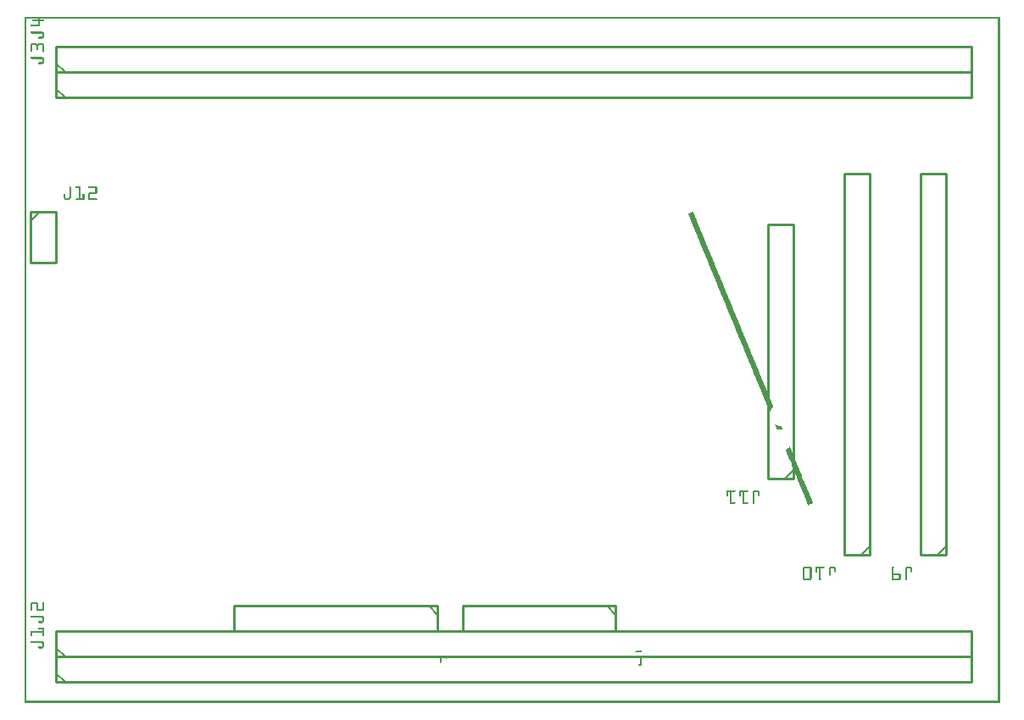
<source format=gto>
G04 MADE WITH FRITZING*
G04 WWW.FRITZING.ORG*
G04 DOUBLE SIDED*
G04 HOLES PLATED*
G04 CONTOUR ON CENTER OF CONTOUR VECTOR*
%ASAXBY*%
%FSLAX23Y23*%
%MOIN*%
%OFA0B0*%
%SFA1.0B1.0*%
%ADD10C,0.010000*%
%ADD11C,0.005000*%
%ADD12R,0.001000X0.001000*%
%LNSILK1*%
G90*
G70*
G54D10*
X124Y2383D02*
X3724Y2383D01*
D02*
X3724Y2383D02*
X3724Y2483D01*
D02*
X3724Y2483D02*
X124Y2483D01*
D02*
X124Y2483D02*
X124Y2383D01*
G54D11*
D02*
X159Y2383D02*
X124Y2418D01*
G54D10*
D02*
X124Y2483D02*
X3724Y2483D01*
D02*
X3724Y2483D02*
X3724Y2583D01*
D02*
X3724Y2583D02*
X124Y2583D01*
D02*
X124Y2583D02*
X124Y2483D01*
G54D11*
D02*
X159Y2483D02*
X124Y2518D01*
G54D10*
D02*
X124Y183D02*
X3724Y183D01*
D02*
X3724Y183D02*
X3724Y283D01*
D02*
X3724Y283D02*
X124Y283D01*
D02*
X124Y283D02*
X124Y183D01*
G54D11*
D02*
X159Y183D02*
X124Y218D01*
G54D10*
D02*
X124Y83D02*
X3724Y83D01*
D02*
X3724Y83D02*
X3724Y183D01*
D02*
X3724Y183D02*
X124Y183D01*
D02*
X124Y183D02*
X124Y83D01*
G54D11*
D02*
X159Y83D02*
X124Y118D01*
G54D10*
D02*
X2324Y383D02*
X1724Y383D01*
D02*
X1724Y383D02*
X1724Y283D01*
D02*
X1724Y283D02*
X2324Y283D01*
D02*
X2324Y283D02*
X2324Y383D01*
G54D11*
D02*
X2289Y383D02*
X2324Y348D01*
G54D10*
D02*
X1624Y383D02*
X824Y383D01*
D02*
X824Y383D02*
X824Y283D01*
D02*
X824Y283D02*
X1624Y283D01*
D02*
X1624Y283D02*
X1624Y383D01*
G54D11*
D02*
X1589Y383D02*
X1624Y348D01*
G54D10*
D02*
X3024Y883D02*
X3024Y1883D01*
D02*
X3024Y1883D02*
X2924Y1883D01*
D02*
X2924Y1883D02*
X2924Y883D01*
D02*
X2924Y883D02*
X3024Y883D01*
G54D11*
D02*
X3024Y918D02*
X2989Y883D01*
G54D10*
D02*
X3324Y583D02*
X3324Y2083D01*
D02*
X3324Y2083D02*
X3224Y2083D01*
D02*
X3224Y2083D02*
X3224Y583D01*
D02*
X3224Y583D02*
X3324Y583D01*
G54D11*
D02*
X3324Y618D02*
X3289Y583D01*
G54D10*
D02*
X3624Y583D02*
X3624Y2083D01*
D02*
X3624Y2083D02*
X3524Y2083D01*
D02*
X3524Y2083D02*
X3524Y583D01*
D02*
X3524Y583D02*
X3624Y583D01*
G54D11*
D02*
X3624Y618D02*
X3589Y583D01*
G54D10*
D02*
X24Y1933D02*
X24Y1733D01*
D02*
X24Y1733D02*
X124Y1733D01*
D02*
X124Y1733D02*
X124Y1933D01*
D02*
X124Y1933D02*
X24Y1933D01*
G54D11*
D02*
X24Y1898D02*
X59Y1933D01*
G54D12*
X0Y2700D02*
X3835Y2700D01*
X0Y2699D02*
X3835Y2699D01*
X0Y2698D02*
X3835Y2698D01*
X0Y2697D02*
X3835Y2697D01*
X0Y2696D02*
X3835Y2696D01*
X0Y2695D02*
X3835Y2695D01*
X0Y2694D02*
X3835Y2694D01*
X0Y2693D02*
X3835Y2693D01*
X0Y2692D02*
X7Y2692D01*
X54Y2692D02*
X59Y2692D01*
X3828Y2692D02*
X3835Y2692D01*
X0Y2691D02*
X7Y2691D01*
X32Y2691D02*
X75Y2691D01*
X3828Y2691D02*
X3835Y2691D01*
X0Y2690D02*
X7Y2690D01*
X31Y2690D02*
X76Y2690D01*
X3828Y2690D02*
X3835Y2690D01*
X0Y2689D02*
X7Y2689D01*
X30Y2689D02*
X77Y2689D01*
X3828Y2689D02*
X3835Y2689D01*
X0Y2688D02*
X7Y2688D01*
X30Y2688D02*
X77Y2688D01*
X3828Y2688D02*
X3835Y2688D01*
X0Y2687D02*
X7Y2687D01*
X30Y2687D02*
X77Y2687D01*
X3828Y2687D02*
X3835Y2687D01*
X0Y2686D02*
X7Y2686D01*
X30Y2686D02*
X77Y2686D01*
X3828Y2686D02*
X3835Y2686D01*
X0Y2685D02*
X7Y2685D01*
X31Y2685D02*
X76Y2685D01*
X3828Y2685D02*
X3835Y2685D01*
X0Y2684D02*
X7Y2684D01*
X53Y2684D02*
X60Y2684D01*
X3828Y2684D02*
X3835Y2684D01*
X0Y2683D02*
X7Y2683D01*
X53Y2683D02*
X59Y2683D01*
X3828Y2683D02*
X3835Y2683D01*
X0Y2682D02*
X7Y2682D01*
X53Y2682D02*
X59Y2682D01*
X3828Y2682D02*
X3835Y2682D01*
X0Y2681D02*
X7Y2681D01*
X53Y2681D02*
X59Y2681D01*
X3828Y2681D02*
X3835Y2681D01*
X0Y2680D02*
X7Y2680D01*
X53Y2680D02*
X59Y2680D01*
X3828Y2680D02*
X3835Y2680D01*
X0Y2679D02*
X7Y2679D01*
X53Y2679D02*
X59Y2679D01*
X3828Y2679D02*
X3835Y2679D01*
X0Y2678D02*
X7Y2678D01*
X53Y2678D02*
X59Y2678D01*
X3828Y2678D02*
X3835Y2678D01*
X0Y2677D02*
X7Y2677D01*
X53Y2677D02*
X59Y2677D01*
X3828Y2677D02*
X3835Y2677D01*
X0Y2676D02*
X7Y2676D01*
X53Y2676D02*
X59Y2676D01*
X3828Y2676D02*
X3835Y2676D01*
X0Y2675D02*
X7Y2675D01*
X53Y2675D02*
X59Y2675D01*
X3828Y2675D02*
X3835Y2675D01*
X0Y2674D02*
X7Y2674D01*
X53Y2674D02*
X59Y2674D01*
X3828Y2674D02*
X3835Y2674D01*
X0Y2673D02*
X7Y2673D01*
X53Y2673D02*
X59Y2673D01*
X3828Y2673D02*
X3835Y2673D01*
X0Y2672D02*
X7Y2672D01*
X53Y2672D02*
X59Y2672D01*
X3828Y2672D02*
X3835Y2672D01*
X0Y2671D02*
X7Y2671D01*
X53Y2671D02*
X59Y2671D01*
X3828Y2671D02*
X3835Y2671D01*
X0Y2670D02*
X7Y2670D01*
X26Y2670D02*
X59Y2670D01*
X3828Y2670D02*
X3835Y2670D01*
X0Y2669D02*
X7Y2669D01*
X25Y2669D02*
X59Y2669D01*
X3828Y2669D02*
X3835Y2669D01*
X0Y2668D02*
X7Y2668D01*
X24Y2668D02*
X59Y2668D01*
X3828Y2668D02*
X3835Y2668D01*
X0Y2667D02*
X7Y2667D01*
X24Y2667D02*
X59Y2667D01*
X3828Y2667D02*
X3835Y2667D01*
X0Y2666D02*
X7Y2666D01*
X24Y2666D02*
X59Y2666D01*
X3828Y2666D02*
X3835Y2666D01*
X0Y2665D02*
X7Y2665D01*
X25Y2665D02*
X59Y2665D01*
X3828Y2665D02*
X3835Y2665D01*
X0Y2664D02*
X7Y2664D01*
X26Y2664D02*
X59Y2664D01*
X3828Y2664D02*
X3835Y2664D01*
X0Y2663D02*
X7Y2663D01*
X3828Y2663D02*
X3835Y2663D01*
X0Y2662D02*
X7Y2662D01*
X3828Y2662D02*
X3835Y2662D01*
X0Y2661D02*
X7Y2661D01*
X3828Y2661D02*
X3835Y2661D01*
X0Y2660D02*
X7Y2660D01*
X3828Y2660D02*
X3835Y2660D01*
X0Y2659D02*
X7Y2659D01*
X3828Y2659D02*
X3835Y2659D01*
X0Y2658D02*
X7Y2658D01*
X3828Y2658D02*
X3835Y2658D01*
X0Y2657D02*
X7Y2657D01*
X3828Y2657D02*
X3835Y2657D01*
X0Y2656D02*
X7Y2656D01*
X3828Y2656D02*
X3835Y2656D01*
X0Y2655D02*
X7Y2655D01*
X3828Y2655D02*
X3835Y2655D01*
X0Y2654D02*
X7Y2654D01*
X3828Y2654D02*
X3835Y2654D01*
X0Y2653D02*
X7Y2653D01*
X3828Y2653D02*
X3835Y2653D01*
X0Y2652D02*
X7Y2652D01*
X3828Y2652D02*
X3835Y2652D01*
X0Y2651D02*
X7Y2651D01*
X3828Y2651D02*
X3835Y2651D01*
X0Y2650D02*
X7Y2650D01*
X3828Y2650D02*
X3835Y2650D01*
X0Y2649D02*
X7Y2649D01*
X3828Y2649D02*
X3835Y2649D01*
X0Y2648D02*
X7Y2648D01*
X3828Y2648D02*
X3835Y2648D01*
X0Y2647D02*
X7Y2647D01*
X3828Y2647D02*
X3835Y2647D01*
X0Y2646D02*
X7Y2646D01*
X3828Y2646D02*
X3835Y2646D01*
X0Y2645D02*
X7Y2645D01*
X3828Y2645D02*
X3835Y2645D01*
X0Y2644D02*
X7Y2644D01*
X3828Y2644D02*
X3835Y2644D01*
X0Y2643D02*
X7Y2643D01*
X3828Y2643D02*
X3835Y2643D01*
X0Y2642D02*
X7Y2642D01*
X25Y2642D02*
X71Y2642D01*
X3828Y2642D02*
X3835Y2642D01*
X0Y2641D02*
X7Y2641D01*
X24Y2641D02*
X73Y2641D01*
X3828Y2641D02*
X3835Y2641D01*
X0Y2640D02*
X7Y2640D01*
X24Y2640D02*
X74Y2640D01*
X3828Y2640D02*
X3835Y2640D01*
X0Y2639D02*
X7Y2639D01*
X24Y2639D02*
X75Y2639D01*
X3828Y2639D02*
X3835Y2639D01*
X0Y2638D02*
X7Y2638D01*
X24Y2638D02*
X75Y2638D01*
X3828Y2638D02*
X3835Y2638D01*
X0Y2637D02*
X7Y2637D01*
X25Y2637D02*
X76Y2637D01*
X3828Y2637D02*
X3835Y2637D01*
X0Y2636D02*
X7Y2636D01*
X27Y2636D02*
X76Y2636D01*
X3828Y2636D02*
X3835Y2636D01*
X0Y2635D02*
X7Y2635D01*
X70Y2635D02*
X77Y2635D01*
X3828Y2635D02*
X3835Y2635D01*
X0Y2634D02*
X7Y2634D01*
X71Y2634D02*
X77Y2634D01*
X3828Y2634D02*
X3835Y2634D01*
X0Y2633D02*
X7Y2633D01*
X71Y2633D02*
X77Y2633D01*
X3828Y2633D02*
X3835Y2633D01*
X0Y2632D02*
X7Y2632D01*
X71Y2632D02*
X77Y2632D01*
X3828Y2632D02*
X3835Y2632D01*
X0Y2631D02*
X7Y2631D01*
X71Y2631D02*
X77Y2631D01*
X3828Y2631D02*
X3835Y2631D01*
X0Y2630D02*
X7Y2630D01*
X71Y2630D02*
X77Y2630D01*
X3828Y2630D02*
X3835Y2630D01*
X0Y2629D02*
X7Y2629D01*
X71Y2629D02*
X77Y2629D01*
X3828Y2629D02*
X3835Y2629D01*
X0Y2628D02*
X7Y2628D01*
X71Y2628D02*
X77Y2628D01*
X3828Y2628D02*
X3835Y2628D01*
X0Y2627D02*
X7Y2627D01*
X71Y2627D02*
X77Y2627D01*
X3828Y2627D02*
X3835Y2627D01*
X0Y2626D02*
X7Y2626D01*
X71Y2626D02*
X77Y2626D01*
X3828Y2626D02*
X3835Y2626D01*
X0Y2625D02*
X7Y2625D01*
X71Y2625D02*
X77Y2625D01*
X3828Y2625D02*
X3835Y2625D01*
X0Y2624D02*
X7Y2624D01*
X71Y2624D02*
X77Y2624D01*
X3828Y2624D02*
X3835Y2624D01*
X0Y2623D02*
X7Y2623D01*
X70Y2623D02*
X77Y2623D01*
X3828Y2623D02*
X3835Y2623D01*
X0Y2622D02*
X7Y2622D01*
X56Y2622D02*
X76Y2622D01*
X3828Y2622D02*
X3835Y2622D01*
X0Y2621D02*
X7Y2621D01*
X54Y2621D02*
X76Y2621D01*
X3828Y2621D02*
X3835Y2621D01*
X0Y2620D02*
X7Y2620D01*
X54Y2620D02*
X75Y2620D01*
X3828Y2620D02*
X3835Y2620D01*
X0Y2619D02*
X7Y2619D01*
X53Y2619D02*
X75Y2619D01*
X3828Y2619D02*
X3835Y2619D01*
X0Y2618D02*
X7Y2618D01*
X54Y2618D02*
X74Y2618D01*
X3828Y2618D02*
X3835Y2618D01*
X0Y2617D02*
X7Y2617D01*
X54Y2617D02*
X72Y2617D01*
X3828Y2617D02*
X3835Y2617D01*
X0Y2616D02*
X7Y2616D01*
X55Y2616D02*
X71Y2616D01*
X3828Y2616D02*
X3835Y2616D01*
X0Y2615D02*
X7Y2615D01*
X3828Y2615D02*
X3835Y2615D01*
X0Y2614D02*
X7Y2614D01*
X3828Y2614D02*
X3835Y2614D01*
X0Y2613D02*
X7Y2613D01*
X3828Y2613D02*
X3835Y2613D01*
X0Y2612D02*
X7Y2612D01*
X3828Y2612D02*
X3835Y2612D01*
X0Y2611D02*
X7Y2611D01*
X3828Y2611D02*
X3835Y2611D01*
X0Y2610D02*
X7Y2610D01*
X3828Y2610D02*
X3835Y2610D01*
X0Y2609D02*
X7Y2609D01*
X3828Y2609D02*
X3835Y2609D01*
X0Y2608D02*
X7Y2608D01*
X3828Y2608D02*
X3835Y2608D01*
X0Y2607D02*
X7Y2607D01*
X3828Y2607D02*
X3835Y2607D01*
X0Y2606D02*
X7Y2606D01*
X3828Y2606D02*
X3835Y2606D01*
X0Y2605D02*
X7Y2605D01*
X3828Y2605D02*
X3835Y2605D01*
X0Y2604D02*
X7Y2604D01*
X3828Y2604D02*
X3835Y2604D01*
X0Y2603D02*
X7Y2603D01*
X3828Y2603D02*
X3835Y2603D01*
X0Y2602D02*
X7Y2602D01*
X3828Y2602D02*
X3835Y2602D01*
X0Y2601D02*
X7Y2601D01*
X3828Y2601D02*
X3835Y2601D01*
X0Y2600D02*
X7Y2600D01*
X3828Y2600D02*
X3835Y2600D01*
X0Y2599D02*
X7Y2599D01*
X3828Y2599D02*
X3835Y2599D01*
X0Y2598D02*
X7Y2598D01*
X3828Y2598D02*
X3835Y2598D01*
X0Y2597D02*
X7Y2597D01*
X3828Y2597D02*
X3835Y2597D01*
X0Y2596D02*
X7Y2596D01*
X29Y2596D02*
X46Y2596D01*
X55Y2596D02*
X72Y2596D01*
X3828Y2596D02*
X3835Y2596D01*
X0Y2595D02*
X7Y2595D01*
X27Y2595D02*
X48Y2595D01*
X53Y2595D02*
X74Y2595D01*
X3828Y2595D02*
X3835Y2595D01*
X0Y2594D02*
X7Y2594D01*
X26Y2594D02*
X50Y2594D01*
X52Y2594D02*
X75Y2594D01*
X3828Y2594D02*
X3835Y2594D01*
X0Y2593D02*
X7Y2593D01*
X25Y2593D02*
X76Y2593D01*
X3828Y2593D02*
X3835Y2593D01*
X0Y2592D02*
X7Y2592D01*
X25Y2592D02*
X77Y2592D01*
X3828Y2592D02*
X3835Y2592D01*
X0Y2591D02*
X7Y2591D01*
X24Y2591D02*
X77Y2591D01*
X3828Y2591D02*
X3835Y2591D01*
X0Y2590D02*
X7Y2590D01*
X24Y2590D02*
X77Y2590D01*
X3828Y2590D02*
X3835Y2590D01*
X0Y2589D02*
X7Y2589D01*
X24Y2589D02*
X30Y2589D01*
X45Y2589D02*
X56Y2589D01*
X71Y2589D02*
X77Y2589D01*
X3828Y2589D02*
X3835Y2589D01*
X0Y2588D02*
X7Y2588D01*
X24Y2588D02*
X30Y2588D01*
X47Y2588D02*
X54Y2588D01*
X71Y2588D02*
X77Y2588D01*
X3828Y2588D02*
X3835Y2588D01*
X0Y2587D02*
X7Y2587D01*
X24Y2587D02*
X30Y2587D01*
X47Y2587D02*
X54Y2587D01*
X71Y2587D02*
X77Y2587D01*
X3828Y2587D02*
X3835Y2587D01*
X0Y2586D02*
X7Y2586D01*
X24Y2586D02*
X30Y2586D01*
X47Y2586D02*
X54Y2586D01*
X71Y2586D02*
X77Y2586D01*
X3828Y2586D02*
X3835Y2586D01*
X0Y2585D02*
X7Y2585D01*
X24Y2585D02*
X30Y2585D01*
X48Y2585D02*
X54Y2585D01*
X71Y2585D02*
X77Y2585D01*
X3828Y2585D02*
X3835Y2585D01*
X0Y2584D02*
X7Y2584D01*
X24Y2584D02*
X30Y2584D01*
X48Y2584D02*
X54Y2584D01*
X71Y2584D02*
X77Y2584D01*
X3828Y2584D02*
X3835Y2584D01*
X0Y2583D02*
X7Y2583D01*
X24Y2583D02*
X30Y2583D01*
X48Y2583D02*
X54Y2583D01*
X71Y2583D02*
X77Y2583D01*
X3828Y2583D02*
X3835Y2583D01*
X0Y2582D02*
X7Y2582D01*
X24Y2582D02*
X30Y2582D01*
X48Y2582D02*
X54Y2582D01*
X71Y2582D02*
X77Y2582D01*
X3828Y2582D02*
X3835Y2582D01*
X0Y2581D02*
X7Y2581D01*
X24Y2581D02*
X30Y2581D01*
X48Y2581D02*
X54Y2581D01*
X71Y2581D02*
X77Y2581D01*
X3828Y2581D02*
X3835Y2581D01*
X0Y2580D02*
X7Y2580D01*
X24Y2580D02*
X30Y2580D01*
X48Y2580D02*
X54Y2580D01*
X71Y2580D02*
X77Y2580D01*
X3828Y2580D02*
X3835Y2580D01*
X0Y2579D02*
X7Y2579D01*
X24Y2579D02*
X30Y2579D01*
X48Y2579D02*
X54Y2579D01*
X71Y2579D02*
X77Y2579D01*
X3828Y2579D02*
X3835Y2579D01*
X0Y2578D02*
X7Y2578D01*
X24Y2578D02*
X30Y2578D01*
X48Y2578D02*
X54Y2578D01*
X71Y2578D02*
X77Y2578D01*
X3828Y2578D02*
X3835Y2578D01*
X0Y2577D02*
X7Y2577D01*
X24Y2577D02*
X30Y2577D01*
X48Y2577D02*
X54Y2577D01*
X71Y2577D02*
X77Y2577D01*
X3828Y2577D02*
X3835Y2577D01*
X0Y2576D02*
X7Y2576D01*
X24Y2576D02*
X30Y2576D01*
X48Y2576D02*
X54Y2576D01*
X71Y2576D02*
X77Y2576D01*
X3828Y2576D02*
X3835Y2576D01*
X0Y2575D02*
X7Y2575D01*
X24Y2575D02*
X30Y2575D01*
X48Y2575D02*
X54Y2575D01*
X71Y2575D02*
X77Y2575D01*
X3828Y2575D02*
X3835Y2575D01*
X0Y2574D02*
X7Y2574D01*
X24Y2574D02*
X30Y2574D01*
X48Y2574D02*
X54Y2574D01*
X71Y2574D02*
X77Y2574D01*
X3828Y2574D02*
X3835Y2574D01*
X0Y2573D02*
X7Y2573D01*
X24Y2573D02*
X30Y2573D01*
X48Y2573D02*
X54Y2573D01*
X71Y2573D02*
X77Y2573D01*
X3828Y2573D02*
X3835Y2573D01*
X0Y2572D02*
X7Y2572D01*
X24Y2572D02*
X30Y2572D01*
X48Y2572D02*
X53Y2572D01*
X71Y2572D02*
X77Y2572D01*
X3828Y2572D02*
X3835Y2572D01*
X0Y2571D02*
X7Y2571D01*
X24Y2571D02*
X30Y2571D01*
X48Y2571D02*
X53Y2571D01*
X71Y2571D02*
X77Y2571D01*
X3828Y2571D02*
X3835Y2571D01*
X0Y2570D02*
X7Y2570D01*
X24Y2570D02*
X30Y2570D01*
X48Y2570D02*
X53Y2570D01*
X71Y2570D02*
X77Y2570D01*
X3828Y2570D02*
X3835Y2570D01*
X0Y2569D02*
X7Y2569D01*
X24Y2569D02*
X30Y2569D01*
X50Y2569D02*
X51Y2569D01*
X71Y2569D02*
X77Y2569D01*
X3828Y2569D02*
X3835Y2569D01*
X0Y2568D02*
X7Y2568D01*
X24Y2568D02*
X30Y2568D01*
X71Y2568D02*
X77Y2568D01*
X3828Y2568D02*
X3835Y2568D01*
X0Y2567D02*
X7Y2567D01*
X24Y2567D02*
X30Y2567D01*
X71Y2567D02*
X77Y2567D01*
X3828Y2567D02*
X3835Y2567D01*
X0Y2566D02*
X7Y2566D01*
X24Y2566D02*
X30Y2566D01*
X71Y2566D02*
X77Y2566D01*
X3828Y2566D02*
X3835Y2566D01*
X0Y2565D02*
X7Y2565D01*
X24Y2565D02*
X30Y2565D01*
X71Y2565D02*
X77Y2565D01*
X3828Y2565D02*
X3835Y2565D01*
X0Y2564D02*
X7Y2564D01*
X24Y2564D02*
X30Y2564D01*
X71Y2564D02*
X77Y2564D01*
X3828Y2564D02*
X3835Y2564D01*
X0Y2563D02*
X7Y2563D01*
X25Y2563D02*
X29Y2563D01*
X72Y2563D02*
X76Y2563D01*
X3828Y2563D02*
X3835Y2563D01*
X0Y2562D02*
X7Y2562D01*
X27Y2562D02*
X27Y2562D01*
X74Y2562D02*
X75Y2562D01*
X3828Y2562D02*
X3835Y2562D01*
X0Y2561D02*
X7Y2561D01*
X3828Y2561D02*
X3835Y2561D01*
X0Y2560D02*
X7Y2560D01*
X3828Y2560D02*
X3835Y2560D01*
X0Y2559D02*
X7Y2559D01*
X3828Y2559D02*
X3835Y2559D01*
X0Y2558D02*
X7Y2558D01*
X3828Y2558D02*
X3835Y2558D01*
X0Y2557D02*
X7Y2557D01*
X3828Y2557D02*
X3835Y2557D01*
X0Y2556D02*
X7Y2556D01*
X3828Y2556D02*
X3835Y2556D01*
X0Y2555D02*
X7Y2555D01*
X3828Y2555D02*
X3835Y2555D01*
X0Y2554D02*
X7Y2554D01*
X3828Y2554D02*
X3835Y2554D01*
X0Y2553D02*
X7Y2553D01*
X3828Y2553D02*
X3835Y2553D01*
X0Y2552D02*
X7Y2552D01*
X3828Y2552D02*
X3835Y2552D01*
X0Y2551D02*
X7Y2551D01*
X3828Y2551D02*
X3835Y2551D01*
X0Y2550D02*
X7Y2550D01*
X3828Y2550D02*
X3835Y2550D01*
X0Y2549D02*
X7Y2549D01*
X3828Y2549D02*
X3835Y2549D01*
X0Y2548D02*
X7Y2548D01*
X3828Y2548D02*
X3835Y2548D01*
X0Y2547D02*
X7Y2547D01*
X3828Y2547D02*
X3835Y2547D01*
X0Y2546D02*
X7Y2546D01*
X3828Y2546D02*
X3835Y2546D01*
X0Y2545D02*
X7Y2545D01*
X3828Y2545D02*
X3835Y2545D01*
X0Y2544D02*
X7Y2544D01*
X3828Y2544D02*
X3835Y2544D01*
X0Y2543D02*
X7Y2543D01*
X3828Y2543D02*
X3835Y2543D01*
X0Y2542D02*
X7Y2542D01*
X25Y2542D02*
X71Y2542D01*
X3828Y2542D02*
X3835Y2542D01*
X0Y2541D02*
X7Y2541D01*
X24Y2541D02*
X73Y2541D01*
X3828Y2541D02*
X3835Y2541D01*
X0Y2540D02*
X7Y2540D01*
X24Y2540D02*
X74Y2540D01*
X3828Y2540D02*
X3835Y2540D01*
X0Y2539D02*
X7Y2539D01*
X24Y2539D02*
X75Y2539D01*
X3828Y2539D02*
X3835Y2539D01*
X0Y2538D02*
X7Y2538D01*
X24Y2538D02*
X75Y2538D01*
X3828Y2538D02*
X3835Y2538D01*
X0Y2537D02*
X7Y2537D01*
X25Y2537D02*
X76Y2537D01*
X3828Y2537D02*
X3835Y2537D01*
X0Y2536D02*
X7Y2536D01*
X27Y2536D02*
X76Y2536D01*
X3828Y2536D02*
X3835Y2536D01*
X0Y2535D02*
X7Y2535D01*
X70Y2535D02*
X77Y2535D01*
X3828Y2535D02*
X3835Y2535D01*
X0Y2534D02*
X7Y2534D01*
X71Y2534D02*
X77Y2534D01*
X3828Y2534D02*
X3835Y2534D01*
X0Y2533D02*
X7Y2533D01*
X71Y2533D02*
X77Y2533D01*
X3828Y2533D02*
X3835Y2533D01*
X0Y2532D02*
X7Y2532D01*
X71Y2532D02*
X77Y2532D01*
X3828Y2532D02*
X3835Y2532D01*
X0Y2531D02*
X7Y2531D01*
X71Y2531D02*
X77Y2531D01*
X3828Y2531D02*
X3835Y2531D01*
X0Y2530D02*
X7Y2530D01*
X71Y2530D02*
X77Y2530D01*
X3828Y2530D02*
X3835Y2530D01*
X0Y2529D02*
X7Y2529D01*
X71Y2529D02*
X77Y2529D01*
X3828Y2529D02*
X3835Y2529D01*
X0Y2528D02*
X7Y2528D01*
X71Y2528D02*
X77Y2528D01*
X3828Y2528D02*
X3835Y2528D01*
X0Y2527D02*
X7Y2527D01*
X71Y2527D02*
X77Y2527D01*
X3828Y2527D02*
X3835Y2527D01*
X0Y2526D02*
X7Y2526D01*
X71Y2526D02*
X77Y2526D01*
X3828Y2526D02*
X3835Y2526D01*
X0Y2525D02*
X7Y2525D01*
X71Y2525D02*
X77Y2525D01*
X3828Y2525D02*
X3835Y2525D01*
X0Y2524D02*
X7Y2524D01*
X71Y2524D02*
X77Y2524D01*
X3828Y2524D02*
X3835Y2524D01*
X0Y2523D02*
X7Y2523D01*
X70Y2523D02*
X77Y2523D01*
X3828Y2523D02*
X3835Y2523D01*
X0Y2522D02*
X7Y2522D01*
X56Y2522D02*
X76Y2522D01*
X3828Y2522D02*
X3835Y2522D01*
X0Y2521D02*
X7Y2521D01*
X54Y2521D02*
X76Y2521D01*
X3828Y2521D02*
X3835Y2521D01*
X0Y2520D02*
X7Y2520D01*
X54Y2520D02*
X75Y2520D01*
X3828Y2520D02*
X3835Y2520D01*
X0Y2519D02*
X7Y2519D01*
X53Y2519D02*
X75Y2519D01*
X3828Y2519D02*
X3835Y2519D01*
X0Y2518D02*
X7Y2518D01*
X54Y2518D02*
X74Y2518D01*
X3828Y2518D02*
X3835Y2518D01*
X0Y2517D02*
X7Y2517D01*
X54Y2517D02*
X72Y2517D01*
X3828Y2517D02*
X3835Y2517D01*
X0Y2516D02*
X7Y2516D01*
X55Y2516D02*
X71Y2516D01*
X3828Y2516D02*
X3835Y2516D01*
X0Y2515D02*
X7Y2515D01*
X3828Y2515D02*
X3835Y2515D01*
X0Y2514D02*
X7Y2514D01*
X3828Y2514D02*
X3835Y2514D01*
X0Y2513D02*
X7Y2513D01*
X3828Y2513D02*
X3835Y2513D01*
X0Y2512D02*
X7Y2512D01*
X3828Y2512D02*
X3835Y2512D01*
X0Y2511D02*
X7Y2511D01*
X3828Y2511D02*
X3835Y2511D01*
X0Y2510D02*
X7Y2510D01*
X3828Y2510D02*
X3835Y2510D01*
X0Y2509D02*
X7Y2509D01*
X3828Y2509D02*
X3835Y2509D01*
X0Y2508D02*
X7Y2508D01*
X3828Y2508D02*
X3835Y2508D01*
X0Y2507D02*
X7Y2507D01*
X3828Y2507D02*
X3835Y2507D01*
X0Y2506D02*
X7Y2506D01*
X3828Y2506D02*
X3835Y2506D01*
X0Y2505D02*
X7Y2505D01*
X3828Y2505D02*
X3835Y2505D01*
X0Y2504D02*
X7Y2504D01*
X3828Y2504D02*
X3835Y2504D01*
X0Y2503D02*
X7Y2503D01*
X3828Y2503D02*
X3835Y2503D01*
X0Y2502D02*
X7Y2502D01*
X3828Y2502D02*
X3835Y2502D01*
X0Y2501D02*
X7Y2501D01*
X3828Y2501D02*
X3835Y2501D01*
X0Y2500D02*
X7Y2500D01*
X3828Y2500D02*
X3835Y2500D01*
X0Y2499D02*
X7Y2499D01*
X3828Y2499D02*
X3835Y2499D01*
X0Y2498D02*
X7Y2498D01*
X3828Y2498D02*
X3835Y2498D01*
X0Y2497D02*
X7Y2497D01*
X3828Y2497D02*
X3835Y2497D01*
X0Y2496D02*
X7Y2496D01*
X3828Y2496D02*
X3835Y2496D01*
X0Y2495D02*
X7Y2495D01*
X3828Y2495D02*
X3835Y2495D01*
X0Y2494D02*
X7Y2494D01*
X3828Y2494D02*
X3835Y2494D01*
X0Y2493D02*
X7Y2493D01*
X3828Y2493D02*
X3835Y2493D01*
X0Y2492D02*
X7Y2492D01*
X3828Y2492D02*
X3835Y2492D01*
X0Y2491D02*
X7Y2491D01*
X3828Y2491D02*
X3835Y2491D01*
X0Y2490D02*
X7Y2490D01*
X3828Y2490D02*
X3835Y2490D01*
X0Y2489D02*
X7Y2489D01*
X3828Y2489D02*
X3835Y2489D01*
X0Y2488D02*
X7Y2488D01*
X3828Y2488D02*
X3835Y2488D01*
X0Y2487D02*
X7Y2487D01*
X3828Y2487D02*
X3835Y2487D01*
X0Y2486D02*
X7Y2486D01*
X3828Y2486D02*
X3835Y2486D01*
X0Y2485D02*
X7Y2485D01*
X3828Y2485D02*
X3835Y2485D01*
X0Y2484D02*
X7Y2484D01*
X3828Y2484D02*
X3835Y2484D01*
X0Y2483D02*
X7Y2483D01*
X3828Y2483D02*
X3835Y2483D01*
X0Y2482D02*
X7Y2482D01*
X3828Y2482D02*
X3835Y2482D01*
X0Y2481D02*
X7Y2481D01*
X3828Y2481D02*
X3835Y2481D01*
X0Y2480D02*
X7Y2480D01*
X3828Y2480D02*
X3835Y2480D01*
X0Y2479D02*
X7Y2479D01*
X3828Y2479D02*
X3835Y2479D01*
X0Y2478D02*
X7Y2478D01*
X3828Y2478D02*
X3835Y2478D01*
X0Y2477D02*
X7Y2477D01*
X3828Y2477D02*
X3835Y2477D01*
X0Y2476D02*
X7Y2476D01*
X3828Y2476D02*
X3835Y2476D01*
X0Y2475D02*
X7Y2475D01*
X3828Y2475D02*
X3835Y2475D01*
X0Y2474D02*
X7Y2474D01*
X3828Y2474D02*
X3835Y2474D01*
X0Y2473D02*
X7Y2473D01*
X3828Y2473D02*
X3835Y2473D01*
X0Y2472D02*
X7Y2472D01*
X3828Y2472D02*
X3835Y2472D01*
X0Y2471D02*
X7Y2471D01*
X3828Y2471D02*
X3835Y2471D01*
X0Y2470D02*
X7Y2470D01*
X3828Y2470D02*
X3835Y2470D01*
X0Y2469D02*
X7Y2469D01*
X3828Y2469D02*
X3835Y2469D01*
X0Y2468D02*
X7Y2468D01*
X3828Y2468D02*
X3835Y2468D01*
X0Y2467D02*
X7Y2467D01*
X3828Y2467D02*
X3835Y2467D01*
X0Y2466D02*
X7Y2466D01*
X3828Y2466D02*
X3835Y2466D01*
X0Y2465D02*
X7Y2465D01*
X3828Y2465D02*
X3835Y2465D01*
X0Y2464D02*
X7Y2464D01*
X3828Y2464D02*
X3835Y2464D01*
X0Y2463D02*
X7Y2463D01*
X3828Y2463D02*
X3835Y2463D01*
X0Y2462D02*
X7Y2462D01*
X3828Y2462D02*
X3835Y2462D01*
X0Y2461D02*
X7Y2461D01*
X3828Y2461D02*
X3835Y2461D01*
X0Y2460D02*
X7Y2460D01*
X3828Y2460D02*
X3835Y2460D01*
X0Y2459D02*
X7Y2459D01*
X3828Y2459D02*
X3835Y2459D01*
X0Y2458D02*
X7Y2458D01*
X3828Y2458D02*
X3835Y2458D01*
X0Y2457D02*
X7Y2457D01*
X3828Y2457D02*
X3835Y2457D01*
X0Y2456D02*
X7Y2456D01*
X3828Y2456D02*
X3835Y2456D01*
X0Y2455D02*
X7Y2455D01*
X3828Y2455D02*
X3835Y2455D01*
X0Y2454D02*
X7Y2454D01*
X3828Y2454D02*
X3835Y2454D01*
X0Y2453D02*
X7Y2453D01*
X3828Y2453D02*
X3835Y2453D01*
X0Y2452D02*
X7Y2452D01*
X3828Y2452D02*
X3835Y2452D01*
X0Y2451D02*
X7Y2451D01*
X3828Y2451D02*
X3835Y2451D01*
X0Y2450D02*
X7Y2450D01*
X3828Y2450D02*
X3835Y2450D01*
X0Y2449D02*
X7Y2449D01*
X3828Y2449D02*
X3835Y2449D01*
X0Y2448D02*
X7Y2448D01*
X3828Y2448D02*
X3835Y2448D01*
X0Y2447D02*
X7Y2447D01*
X3828Y2447D02*
X3835Y2447D01*
X0Y2446D02*
X7Y2446D01*
X3828Y2446D02*
X3835Y2446D01*
X0Y2445D02*
X7Y2445D01*
X3828Y2445D02*
X3835Y2445D01*
X0Y2444D02*
X7Y2444D01*
X3828Y2444D02*
X3835Y2444D01*
X0Y2443D02*
X7Y2443D01*
X3828Y2443D02*
X3835Y2443D01*
X0Y2442D02*
X7Y2442D01*
X3828Y2442D02*
X3835Y2442D01*
X0Y2441D02*
X7Y2441D01*
X3828Y2441D02*
X3835Y2441D01*
X0Y2440D02*
X7Y2440D01*
X3828Y2440D02*
X3835Y2440D01*
X0Y2439D02*
X7Y2439D01*
X3828Y2439D02*
X3835Y2439D01*
X0Y2438D02*
X7Y2438D01*
X3828Y2438D02*
X3835Y2438D01*
X0Y2437D02*
X7Y2437D01*
X3828Y2437D02*
X3835Y2437D01*
X0Y2436D02*
X7Y2436D01*
X3828Y2436D02*
X3835Y2436D01*
X0Y2435D02*
X7Y2435D01*
X3828Y2435D02*
X3835Y2435D01*
X0Y2434D02*
X7Y2434D01*
X3828Y2434D02*
X3835Y2434D01*
X0Y2433D02*
X7Y2433D01*
X3828Y2433D02*
X3835Y2433D01*
X0Y2432D02*
X7Y2432D01*
X3828Y2432D02*
X3835Y2432D01*
X0Y2431D02*
X7Y2431D01*
X3828Y2431D02*
X3835Y2431D01*
X0Y2430D02*
X7Y2430D01*
X3828Y2430D02*
X3835Y2430D01*
X0Y2429D02*
X7Y2429D01*
X3828Y2429D02*
X3835Y2429D01*
X0Y2428D02*
X7Y2428D01*
X3828Y2428D02*
X3835Y2428D01*
X0Y2427D02*
X7Y2427D01*
X3828Y2427D02*
X3835Y2427D01*
X0Y2426D02*
X7Y2426D01*
X3828Y2426D02*
X3835Y2426D01*
X0Y2425D02*
X7Y2425D01*
X3828Y2425D02*
X3835Y2425D01*
X0Y2424D02*
X7Y2424D01*
X3828Y2424D02*
X3835Y2424D01*
X0Y2423D02*
X7Y2423D01*
X3828Y2423D02*
X3835Y2423D01*
X0Y2422D02*
X7Y2422D01*
X3828Y2422D02*
X3835Y2422D01*
X0Y2421D02*
X7Y2421D01*
X3828Y2421D02*
X3835Y2421D01*
X0Y2420D02*
X7Y2420D01*
X3828Y2420D02*
X3835Y2420D01*
X0Y2419D02*
X7Y2419D01*
X3828Y2419D02*
X3835Y2419D01*
X0Y2418D02*
X7Y2418D01*
X3828Y2418D02*
X3835Y2418D01*
X0Y2417D02*
X7Y2417D01*
X3828Y2417D02*
X3835Y2417D01*
X0Y2416D02*
X7Y2416D01*
X3828Y2416D02*
X3835Y2416D01*
X0Y2415D02*
X7Y2415D01*
X3828Y2415D02*
X3835Y2415D01*
X0Y2414D02*
X7Y2414D01*
X3828Y2414D02*
X3835Y2414D01*
X0Y2413D02*
X7Y2413D01*
X3828Y2413D02*
X3835Y2413D01*
X0Y2412D02*
X7Y2412D01*
X3828Y2412D02*
X3835Y2412D01*
X0Y2411D02*
X7Y2411D01*
X3828Y2411D02*
X3835Y2411D01*
X0Y2410D02*
X7Y2410D01*
X3828Y2410D02*
X3835Y2410D01*
X0Y2409D02*
X7Y2409D01*
X3828Y2409D02*
X3835Y2409D01*
X0Y2408D02*
X7Y2408D01*
X3828Y2408D02*
X3835Y2408D01*
X0Y2407D02*
X7Y2407D01*
X3828Y2407D02*
X3835Y2407D01*
X0Y2406D02*
X7Y2406D01*
X3828Y2406D02*
X3835Y2406D01*
X0Y2405D02*
X7Y2405D01*
X3828Y2405D02*
X3835Y2405D01*
X0Y2404D02*
X7Y2404D01*
X3828Y2404D02*
X3835Y2404D01*
X0Y2403D02*
X7Y2403D01*
X3828Y2403D02*
X3835Y2403D01*
X0Y2402D02*
X7Y2402D01*
X3828Y2402D02*
X3835Y2402D01*
X0Y2401D02*
X7Y2401D01*
X3828Y2401D02*
X3835Y2401D01*
X0Y2400D02*
X7Y2400D01*
X3828Y2400D02*
X3835Y2400D01*
X0Y2399D02*
X7Y2399D01*
X3828Y2399D02*
X3835Y2399D01*
X0Y2398D02*
X7Y2398D01*
X3828Y2398D02*
X3835Y2398D01*
X0Y2397D02*
X7Y2397D01*
X3828Y2397D02*
X3835Y2397D01*
X0Y2396D02*
X7Y2396D01*
X3828Y2396D02*
X3835Y2396D01*
X0Y2395D02*
X7Y2395D01*
X3828Y2395D02*
X3835Y2395D01*
X0Y2394D02*
X7Y2394D01*
X3828Y2394D02*
X3835Y2394D01*
X0Y2393D02*
X7Y2393D01*
X3828Y2393D02*
X3835Y2393D01*
X0Y2392D02*
X7Y2392D01*
X3828Y2392D02*
X3835Y2392D01*
X0Y2391D02*
X7Y2391D01*
X3828Y2391D02*
X3835Y2391D01*
X0Y2390D02*
X7Y2390D01*
X3828Y2390D02*
X3835Y2390D01*
X0Y2389D02*
X7Y2389D01*
X3828Y2389D02*
X3835Y2389D01*
X0Y2388D02*
X7Y2388D01*
X3828Y2388D02*
X3835Y2388D01*
X0Y2387D02*
X7Y2387D01*
X3828Y2387D02*
X3835Y2387D01*
X0Y2386D02*
X7Y2386D01*
X3828Y2386D02*
X3835Y2386D01*
X0Y2385D02*
X7Y2385D01*
X3828Y2385D02*
X3835Y2385D01*
X0Y2384D02*
X7Y2384D01*
X3828Y2384D02*
X3835Y2384D01*
X0Y2383D02*
X7Y2383D01*
X3828Y2383D02*
X3835Y2383D01*
X0Y2382D02*
X7Y2382D01*
X3828Y2382D02*
X3835Y2382D01*
X0Y2381D02*
X7Y2381D01*
X3828Y2381D02*
X3835Y2381D01*
X0Y2380D02*
X7Y2380D01*
X3828Y2380D02*
X3835Y2380D01*
X0Y2379D02*
X7Y2379D01*
X3828Y2379D02*
X3835Y2379D01*
X0Y2378D02*
X7Y2378D01*
X3828Y2378D02*
X3835Y2378D01*
X0Y2377D02*
X7Y2377D01*
X3828Y2377D02*
X3835Y2377D01*
X0Y2376D02*
X7Y2376D01*
X3828Y2376D02*
X3835Y2376D01*
X0Y2375D02*
X7Y2375D01*
X3828Y2375D02*
X3835Y2375D01*
X0Y2374D02*
X7Y2374D01*
X3828Y2374D02*
X3835Y2374D01*
X0Y2373D02*
X7Y2373D01*
X3828Y2373D02*
X3835Y2373D01*
X0Y2372D02*
X7Y2372D01*
X3828Y2372D02*
X3835Y2372D01*
X0Y2371D02*
X7Y2371D01*
X3828Y2371D02*
X3835Y2371D01*
X0Y2370D02*
X7Y2370D01*
X3828Y2370D02*
X3835Y2370D01*
X0Y2369D02*
X7Y2369D01*
X3828Y2369D02*
X3835Y2369D01*
X0Y2368D02*
X7Y2368D01*
X3828Y2368D02*
X3835Y2368D01*
X0Y2367D02*
X7Y2367D01*
X3828Y2367D02*
X3835Y2367D01*
X0Y2366D02*
X7Y2366D01*
X3828Y2366D02*
X3835Y2366D01*
X0Y2365D02*
X7Y2365D01*
X3828Y2365D02*
X3835Y2365D01*
X0Y2364D02*
X7Y2364D01*
X3828Y2364D02*
X3835Y2364D01*
X0Y2363D02*
X7Y2363D01*
X3828Y2363D02*
X3835Y2363D01*
X0Y2362D02*
X7Y2362D01*
X3828Y2362D02*
X3835Y2362D01*
X0Y2361D02*
X7Y2361D01*
X3828Y2361D02*
X3835Y2361D01*
X0Y2360D02*
X7Y2360D01*
X3828Y2360D02*
X3835Y2360D01*
X0Y2359D02*
X7Y2359D01*
X3828Y2359D02*
X3835Y2359D01*
X0Y2358D02*
X7Y2358D01*
X3828Y2358D02*
X3835Y2358D01*
X0Y2357D02*
X7Y2357D01*
X3828Y2357D02*
X3835Y2357D01*
X0Y2356D02*
X7Y2356D01*
X3828Y2356D02*
X3835Y2356D01*
X0Y2355D02*
X7Y2355D01*
X3828Y2355D02*
X3835Y2355D01*
X0Y2354D02*
X7Y2354D01*
X3828Y2354D02*
X3835Y2354D01*
X0Y2353D02*
X7Y2353D01*
X3828Y2353D02*
X3835Y2353D01*
X0Y2352D02*
X7Y2352D01*
X3828Y2352D02*
X3835Y2352D01*
X0Y2351D02*
X7Y2351D01*
X3828Y2351D02*
X3835Y2351D01*
X0Y2350D02*
X7Y2350D01*
X3828Y2350D02*
X3835Y2350D01*
X0Y2349D02*
X7Y2349D01*
X3828Y2349D02*
X3835Y2349D01*
X0Y2348D02*
X7Y2348D01*
X3828Y2348D02*
X3835Y2348D01*
X0Y2347D02*
X7Y2347D01*
X3828Y2347D02*
X3835Y2347D01*
X0Y2346D02*
X7Y2346D01*
X3828Y2346D02*
X3835Y2346D01*
X0Y2345D02*
X7Y2345D01*
X3828Y2345D02*
X3835Y2345D01*
X0Y2344D02*
X7Y2344D01*
X3828Y2344D02*
X3835Y2344D01*
X0Y2343D02*
X7Y2343D01*
X3828Y2343D02*
X3835Y2343D01*
X0Y2342D02*
X7Y2342D01*
X3828Y2342D02*
X3835Y2342D01*
X0Y2341D02*
X7Y2341D01*
X3828Y2341D02*
X3835Y2341D01*
X0Y2340D02*
X7Y2340D01*
X3828Y2340D02*
X3835Y2340D01*
X0Y2339D02*
X7Y2339D01*
X3828Y2339D02*
X3835Y2339D01*
X0Y2338D02*
X7Y2338D01*
X3828Y2338D02*
X3835Y2338D01*
X0Y2337D02*
X7Y2337D01*
X3828Y2337D02*
X3835Y2337D01*
X0Y2336D02*
X7Y2336D01*
X3828Y2336D02*
X3835Y2336D01*
X0Y2335D02*
X7Y2335D01*
X3828Y2335D02*
X3835Y2335D01*
X0Y2334D02*
X7Y2334D01*
X3828Y2334D02*
X3835Y2334D01*
X0Y2333D02*
X7Y2333D01*
X3828Y2333D02*
X3835Y2333D01*
X0Y2332D02*
X7Y2332D01*
X3828Y2332D02*
X3835Y2332D01*
X0Y2331D02*
X7Y2331D01*
X3828Y2331D02*
X3835Y2331D01*
X0Y2330D02*
X7Y2330D01*
X3828Y2330D02*
X3835Y2330D01*
X0Y2329D02*
X7Y2329D01*
X3828Y2329D02*
X3835Y2329D01*
X0Y2328D02*
X7Y2328D01*
X3828Y2328D02*
X3835Y2328D01*
X0Y2327D02*
X7Y2327D01*
X3828Y2327D02*
X3835Y2327D01*
X0Y2326D02*
X7Y2326D01*
X3828Y2326D02*
X3835Y2326D01*
X0Y2325D02*
X7Y2325D01*
X3828Y2325D02*
X3835Y2325D01*
X0Y2324D02*
X7Y2324D01*
X3828Y2324D02*
X3835Y2324D01*
X0Y2323D02*
X7Y2323D01*
X3828Y2323D02*
X3835Y2323D01*
X0Y2322D02*
X7Y2322D01*
X3828Y2322D02*
X3835Y2322D01*
X0Y2321D02*
X7Y2321D01*
X3828Y2321D02*
X3835Y2321D01*
X0Y2320D02*
X7Y2320D01*
X3828Y2320D02*
X3835Y2320D01*
X0Y2319D02*
X7Y2319D01*
X3828Y2319D02*
X3835Y2319D01*
X0Y2318D02*
X7Y2318D01*
X3828Y2318D02*
X3835Y2318D01*
X0Y2317D02*
X7Y2317D01*
X3828Y2317D02*
X3835Y2317D01*
X0Y2316D02*
X7Y2316D01*
X3828Y2316D02*
X3835Y2316D01*
X0Y2315D02*
X7Y2315D01*
X3828Y2315D02*
X3835Y2315D01*
X0Y2314D02*
X7Y2314D01*
X3828Y2314D02*
X3835Y2314D01*
X0Y2313D02*
X7Y2313D01*
X3828Y2313D02*
X3835Y2313D01*
X0Y2312D02*
X7Y2312D01*
X3828Y2312D02*
X3835Y2312D01*
X0Y2311D02*
X7Y2311D01*
X3828Y2311D02*
X3835Y2311D01*
X0Y2310D02*
X7Y2310D01*
X3828Y2310D02*
X3835Y2310D01*
X0Y2309D02*
X7Y2309D01*
X3828Y2309D02*
X3835Y2309D01*
X0Y2308D02*
X7Y2308D01*
X3828Y2308D02*
X3835Y2308D01*
X0Y2307D02*
X7Y2307D01*
X3828Y2307D02*
X3835Y2307D01*
X0Y2306D02*
X7Y2306D01*
X3828Y2306D02*
X3835Y2306D01*
X0Y2305D02*
X7Y2305D01*
X3828Y2305D02*
X3835Y2305D01*
X0Y2304D02*
X7Y2304D01*
X3828Y2304D02*
X3835Y2304D01*
X0Y2303D02*
X7Y2303D01*
X3828Y2303D02*
X3835Y2303D01*
X0Y2302D02*
X7Y2302D01*
X3828Y2302D02*
X3835Y2302D01*
X0Y2301D02*
X7Y2301D01*
X3828Y2301D02*
X3835Y2301D01*
X0Y2300D02*
X7Y2300D01*
X3828Y2300D02*
X3835Y2300D01*
X0Y2299D02*
X7Y2299D01*
X3828Y2299D02*
X3835Y2299D01*
X0Y2298D02*
X7Y2298D01*
X3828Y2298D02*
X3835Y2298D01*
X0Y2297D02*
X7Y2297D01*
X3828Y2297D02*
X3835Y2297D01*
X0Y2296D02*
X7Y2296D01*
X3828Y2296D02*
X3835Y2296D01*
X0Y2295D02*
X7Y2295D01*
X3828Y2295D02*
X3835Y2295D01*
X0Y2294D02*
X7Y2294D01*
X3828Y2294D02*
X3835Y2294D01*
X0Y2293D02*
X7Y2293D01*
X3828Y2293D02*
X3835Y2293D01*
X0Y2292D02*
X7Y2292D01*
X3828Y2292D02*
X3835Y2292D01*
X0Y2291D02*
X7Y2291D01*
X3828Y2291D02*
X3835Y2291D01*
X0Y2290D02*
X7Y2290D01*
X3828Y2290D02*
X3835Y2290D01*
X0Y2289D02*
X7Y2289D01*
X3828Y2289D02*
X3835Y2289D01*
X0Y2288D02*
X7Y2288D01*
X3828Y2288D02*
X3835Y2288D01*
X0Y2287D02*
X7Y2287D01*
X3828Y2287D02*
X3835Y2287D01*
X0Y2286D02*
X7Y2286D01*
X3828Y2286D02*
X3835Y2286D01*
X0Y2285D02*
X7Y2285D01*
X3828Y2285D02*
X3835Y2285D01*
X0Y2284D02*
X7Y2284D01*
X3828Y2284D02*
X3835Y2284D01*
X0Y2283D02*
X7Y2283D01*
X3828Y2283D02*
X3835Y2283D01*
X0Y2282D02*
X7Y2282D01*
X3828Y2282D02*
X3835Y2282D01*
X0Y2281D02*
X7Y2281D01*
X3828Y2281D02*
X3835Y2281D01*
X0Y2280D02*
X7Y2280D01*
X3828Y2280D02*
X3835Y2280D01*
X0Y2279D02*
X7Y2279D01*
X3828Y2279D02*
X3835Y2279D01*
X0Y2278D02*
X7Y2278D01*
X3828Y2278D02*
X3835Y2278D01*
X0Y2277D02*
X7Y2277D01*
X3828Y2277D02*
X3835Y2277D01*
X0Y2276D02*
X7Y2276D01*
X3828Y2276D02*
X3835Y2276D01*
X0Y2275D02*
X7Y2275D01*
X3828Y2275D02*
X3835Y2275D01*
X0Y2274D02*
X7Y2274D01*
X3828Y2274D02*
X3835Y2274D01*
X0Y2273D02*
X7Y2273D01*
X3828Y2273D02*
X3835Y2273D01*
X0Y2272D02*
X7Y2272D01*
X3828Y2272D02*
X3835Y2272D01*
X0Y2271D02*
X7Y2271D01*
X3828Y2271D02*
X3835Y2271D01*
X0Y2270D02*
X7Y2270D01*
X3828Y2270D02*
X3835Y2270D01*
X0Y2269D02*
X7Y2269D01*
X3828Y2269D02*
X3835Y2269D01*
X0Y2268D02*
X7Y2268D01*
X3828Y2268D02*
X3835Y2268D01*
X0Y2267D02*
X7Y2267D01*
X3828Y2267D02*
X3835Y2267D01*
X0Y2266D02*
X7Y2266D01*
X3828Y2266D02*
X3835Y2266D01*
X0Y2265D02*
X7Y2265D01*
X3828Y2265D02*
X3835Y2265D01*
X0Y2264D02*
X7Y2264D01*
X3828Y2264D02*
X3835Y2264D01*
X0Y2263D02*
X7Y2263D01*
X3828Y2263D02*
X3835Y2263D01*
X0Y2262D02*
X7Y2262D01*
X3828Y2262D02*
X3835Y2262D01*
X0Y2261D02*
X7Y2261D01*
X3828Y2261D02*
X3835Y2261D01*
X0Y2260D02*
X7Y2260D01*
X3828Y2260D02*
X3835Y2260D01*
X0Y2259D02*
X7Y2259D01*
X3828Y2259D02*
X3835Y2259D01*
X0Y2258D02*
X7Y2258D01*
X3828Y2258D02*
X3835Y2258D01*
X0Y2257D02*
X7Y2257D01*
X3828Y2257D02*
X3835Y2257D01*
X0Y2256D02*
X7Y2256D01*
X3828Y2256D02*
X3835Y2256D01*
X0Y2255D02*
X7Y2255D01*
X3828Y2255D02*
X3835Y2255D01*
X0Y2254D02*
X7Y2254D01*
X3828Y2254D02*
X3835Y2254D01*
X0Y2253D02*
X7Y2253D01*
X3828Y2253D02*
X3835Y2253D01*
X0Y2252D02*
X7Y2252D01*
X3828Y2252D02*
X3835Y2252D01*
X0Y2251D02*
X7Y2251D01*
X3828Y2251D02*
X3835Y2251D01*
X0Y2250D02*
X7Y2250D01*
X3828Y2250D02*
X3835Y2250D01*
X0Y2249D02*
X7Y2249D01*
X3828Y2249D02*
X3835Y2249D01*
X0Y2248D02*
X7Y2248D01*
X3828Y2248D02*
X3835Y2248D01*
X0Y2247D02*
X7Y2247D01*
X3828Y2247D02*
X3835Y2247D01*
X0Y2246D02*
X7Y2246D01*
X3828Y2246D02*
X3835Y2246D01*
X0Y2245D02*
X7Y2245D01*
X3828Y2245D02*
X3835Y2245D01*
X0Y2244D02*
X7Y2244D01*
X3828Y2244D02*
X3835Y2244D01*
X0Y2243D02*
X7Y2243D01*
X3828Y2243D02*
X3835Y2243D01*
X0Y2242D02*
X7Y2242D01*
X3828Y2242D02*
X3835Y2242D01*
X0Y2241D02*
X7Y2241D01*
X3828Y2241D02*
X3835Y2241D01*
X0Y2240D02*
X7Y2240D01*
X3828Y2240D02*
X3835Y2240D01*
X0Y2239D02*
X7Y2239D01*
X3828Y2239D02*
X3835Y2239D01*
X0Y2238D02*
X7Y2238D01*
X3828Y2238D02*
X3835Y2238D01*
X0Y2237D02*
X7Y2237D01*
X3828Y2237D02*
X3835Y2237D01*
X0Y2236D02*
X7Y2236D01*
X3828Y2236D02*
X3835Y2236D01*
X0Y2235D02*
X7Y2235D01*
X3828Y2235D02*
X3835Y2235D01*
X0Y2234D02*
X7Y2234D01*
X3828Y2234D02*
X3835Y2234D01*
X0Y2233D02*
X7Y2233D01*
X3828Y2233D02*
X3835Y2233D01*
X0Y2232D02*
X7Y2232D01*
X3828Y2232D02*
X3835Y2232D01*
X0Y2231D02*
X7Y2231D01*
X3828Y2231D02*
X3835Y2231D01*
X0Y2230D02*
X7Y2230D01*
X3828Y2230D02*
X3835Y2230D01*
X0Y2229D02*
X7Y2229D01*
X3828Y2229D02*
X3835Y2229D01*
X0Y2228D02*
X7Y2228D01*
X3828Y2228D02*
X3835Y2228D01*
X0Y2227D02*
X7Y2227D01*
X3828Y2227D02*
X3835Y2227D01*
X0Y2226D02*
X7Y2226D01*
X3828Y2226D02*
X3835Y2226D01*
X0Y2225D02*
X7Y2225D01*
X3828Y2225D02*
X3835Y2225D01*
X0Y2224D02*
X7Y2224D01*
X3828Y2224D02*
X3835Y2224D01*
X0Y2223D02*
X7Y2223D01*
X3828Y2223D02*
X3835Y2223D01*
X0Y2222D02*
X7Y2222D01*
X3828Y2222D02*
X3835Y2222D01*
X0Y2221D02*
X7Y2221D01*
X3828Y2221D02*
X3835Y2221D01*
X0Y2220D02*
X7Y2220D01*
X3828Y2220D02*
X3835Y2220D01*
X0Y2219D02*
X7Y2219D01*
X3828Y2219D02*
X3835Y2219D01*
X0Y2218D02*
X7Y2218D01*
X3828Y2218D02*
X3835Y2218D01*
X0Y2217D02*
X7Y2217D01*
X3828Y2217D02*
X3835Y2217D01*
X0Y2216D02*
X7Y2216D01*
X3828Y2216D02*
X3835Y2216D01*
X0Y2215D02*
X7Y2215D01*
X3828Y2215D02*
X3835Y2215D01*
X0Y2214D02*
X7Y2214D01*
X3828Y2214D02*
X3835Y2214D01*
X0Y2213D02*
X7Y2213D01*
X3828Y2213D02*
X3835Y2213D01*
X0Y2212D02*
X7Y2212D01*
X3828Y2212D02*
X3835Y2212D01*
X0Y2211D02*
X7Y2211D01*
X3828Y2211D02*
X3835Y2211D01*
X0Y2210D02*
X7Y2210D01*
X3828Y2210D02*
X3835Y2210D01*
X0Y2209D02*
X7Y2209D01*
X3828Y2209D02*
X3835Y2209D01*
X0Y2208D02*
X7Y2208D01*
X3828Y2208D02*
X3835Y2208D01*
X0Y2207D02*
X7Y2207D01*
X3828Y2207D02*
X3835Y2207D01*
X0Y2206D02*
X7Y2206D01*
X3828Y2206D02*
X3835Y2206D01*
X0Y2205D02*
X7Y2205D01*
X3828Y2205D02*
X3835Y2205D01*
X0Y2204D02*
X7Y2204D01*
X3828Y2204D02*
X3835Y2204D01*
X0Y2203D02*
X7Y2203D01*
X3828Y2203D02*
X3835Y2203D01*
X0Y2202D02*
X7Y2202D01*
X3828Y2202D02*
X3835Y2202D01*
X0Y2201D02*
X7Y2201D01*
X3828Y2201D02*
X3835Y2201D01*
X0Y2200D02*
X7Y2200D01*
X3828Y2200D02*
X3835Y2200D01*
X0Y2199D02*
X7Y2199D01*
X3828Y2199D02*
X3835Y2199D01*
X0Y2198D02*
X7Y2198D01*
X3828Y2198D02*
X3835Y2198D01*
X0Y2197D02*
X7Y2197D01*
X3828Y2197D02*
X3835Y2197D01*
X0Y2196D02*
X7Y2196D01*
X3828Y2196D02*
X3835Y2196D01*
X0Y2195D02*
X7Y2195D01*
X3828Y2195D02*
X3835Y2195D01*
X0Y2194D02*
X7Y2194D01*
X3828Y2194D02*
X3835Y2194D01*
X0Y2193D02*
X7Y2193D01*
X3828Y2193D02*
X3835Y2193D01*
X0Y2192D02*
X7Y2192D01*
X3828Y2192D02*
X3835Y2192D01*
X0Y2191D02*
X7Y2191D01*
X3828Y2191D02*
X3835Y2191D01*
X0Y2190D02*
X7Y2190D01*
X3828Y2190D02*
X3835Y2190D01*
X0Y2189D02*
X7Y2189D01*
X3828Y2189D02*
X3835Y2189D01*
X0Y2188D02*
X7Y2188D01*
X3828Y2188D02*
X3835Y2188D01*
X0Y2187D02*
X7Y2187D01*
X3828Y2187D02*
X3835Y2187D01*
X0Y2186D02*
X7Y2186D01*
X3828Y2186D02*
X3835Y2186D01*
X0Y2185D02*
X7Y2185D01*
X3828Y2185D02*
X3835Y2185D01*
X0Y2184D02*
X7Y2184D01*
X3828Y2184D02*
X3835Y2184D01*
X0Y2183D02*
X7Y2183D01*
X3828Y2183D02*
X3835Y2183D01*
X0Y2182D02*
X7Y2182D01*
X3828Y2182D02*
X3835Y2182D01*
X0Y2181D02*
X7Y2181D01*
X3828Y2181D02*
X3835Y2181D01*
X0Y2180D02*
X7Y2180D01*
X3828Y2180D02*
X3835Y2180D01*
X0Y2179D02*
X7Y2179D01*
X3828Y2179D02*
X3835Y2179D01*
X0Y2178D02*
X7Y2178D01*
X3828Y2178D02*
X3835Y2178D01*
X0Y2177D02*
X7Y2177D01*
X3828Y2177D02*
X3835Y2177D01*
X0Y2176D02*
X7Y2176D01*
X3828Y2176D02*
X3835Y2176D01*
X0Y2175D02*
X7Y2175D01*
X3828Y2175D02*
X3835Y2175D01*
X0Y2174D02*
X7Y2174D01*
X3828Y2174D02*
X3835Y2174D01*
X0Y2173D02*
X7Y2173D01*
X3828Y2173D02*
X3835Y2173D01*
X0Y2172D02*
X7Y2172D01*
X3828Y2172D02*
X3835Y2172D01*
X0Y2171D02*
X7Y2171D01*
X3828Y2171D02*
X3835Y2171D01*
X0Y2170D02*
X7Y2170D01*
X3828Y2170D02*
X3835Y2170D01*
X0Y2169D02*
X7Y2169D01*
X3828Y2169D02*
X3835Y2169D01*
X0Y2168D02*
X7Y2168D01*
X3828Y2168D02*
X3835Y2168D01*
X0Y2167D02*
X7Y2167D01*
X3828Y2167D02*
X3835Y2167D01*
X0Y2166D02*
X7Y2166D01*
X3828Y2166D02*
X3835Y2166D01*
X0Y2165D02*
X7Y2165D01*
X3828Y2165D02*
X3835Y2165D01*
X0Y2164D02*
X7Y2164D01*
X3828Y2164D02*
X3835Y2164D01*
X0Y2163D02*
X7Y2163D01*
X3828Y2163D02*
X3835Y2163D01*
X0Y2162D02*
X7Y2162D01*
X3828Y2162D02*
X3835Y2162D01*
X0Y2161D02*
X7Y2161D01*
X3828Y2161D02*
X3835Y2161D01*
X0Y2160D02*
X7Y2160D01*
X3828Y2160D02*
X3835Y2160D01*
X0Y2159D02*
X7Y2159D01*
X3828Y2159D02*
X3835Y2159D01*
X0Y2158D02*
X7Y2158D01*
X3828Y2158D02*
X3835Y2158D01*
X0Y2157D02*
X7Y2157D01*
X3828Y2157D02*
X3835Y2157D01*
X0Y2156D02*
X7Y2156D01*
X3828Y2156D02*
X3835Y2156D01*
X0Y2155D02*
X7Y2155D01*
X3828Y2155D02*
X3835Y2155D01*
X0Y2154D02*
X7Y2154D01*
X3828Y2154D02*
X3835Y2154D01*
X0Y2153D02*
X7Y2153D01*
X3828Y2153D02*
X3835Y2153D01*
X0Y2152D02*
X7Y2152D01*
X3828Y2152D02*
X3835Y2152D01*
X0Y2151D02*
X7Y2151D01*
X3828Y2151D02*
X3835Y2151D01*
X0Y2150D02*
X7Y2150D01*
X3828Y2150D02*
X3835Y2150D01*
X0Y2149D02*
X7Y2149D01*
X3828Y2149D02*
X3835Y2149D01*
X0Y2148D02*
X7Y2148D01*
X3828Y2148D02*
X3835Y2148D01*
X0Y2147D02*
X7Y2147D01*
X3828Y2147D02*
X3835Y2147D01*
X0Y2146D02*
X7Y2146D01*
X3828Y2146D02*
X3835Y2146D01*
X0Y2145D02*
X7Y2145D01*
X3828Y2145D02*
X3835Y2145D01*
X0Y2144D02*
X7Y2144D01*
X3828Y2144D02*
X3835Y2144D01*
X0Y2143D02*
X7Y2143D01*
X3828Y2143D02*
X3835Y2143D01*
X0Y2142D02*
X7Y2142D01*
X3828Y2142D02*
X3835Y2142D01*
X0Y2141D02*
X7Y2141D01*
X3828Y2141D02*
X3835Y2141D01*
X0Y2140D02*
X7Y2140D01*
X3828Y2140D02*
X3835Y2140D01*
X0Y2139D02*
X7Y2139D01*
X3828Y2139D02*
X3835Y2139D01*
X0Y2138D02*
X7Y2138D01*
X3828Y2138D02*
X3835Y2138D01*
X0Y2137D02*
X7Y2137D01*
X3828Y2137D02*
X3835Y2137D01*
X0Y2136D02*
X7Y2136D01*
X3828Y2136D02*
X3835Y2136D01*
X0Y2135D02*
X7Y2135D01*
X3828Y2135D02*
X3835Y2135D01*
X0Y2134D02*
X7Y2134D01*
X3828Y2134D02*
X3835Y2134D01*
X0Y2133D02*
X7Y2133D01*
X3828Y2133D02*
X3835Y2133D01*
X0Y2132D02*
X7Y2132D01*
X3828Y2132D02*
X3835Y2132D01*
X0Y2131D02*
X7Y2131D01*
X3828Y2131D02*
X3835Y2131D01*
X0Y2130D02*
X7Y2130D01*
X3828Y2130D02*
X3835Y2130D01*
X0Y2129D02*
X7Y2129D01*
X3828Y2129D02*
X3835Y2129D01*
X0Y2128D02*
X7Y2128D01*
X3828Y2128D02*
X3835Y2128D01*
X0Y2127D02*
X7Y2127D01*
X3828Y2127D02*
X3835Y2127D01*
X0Y2126D02*
X7Y2126D01*
X3828Y2126D02*
X3835Y2126D01*
X0Y2125D02*
X7Y2125D01*
X3828Y2125D02*
X3835Y2125D01*
X0Y2124D02*
X7Y2124D01*
X3828Y2124D02*
X3835Y2124D01*
X0Y2123D02*
X7Y2123D01*
X3828Y2123D02*
X3835Y2123D01*
X0Y2122D02*
X7Y2122D01*
X3828Y2122D02*
X3835Y2122D01*
X0Y2121D02*
X7Y2121D01*
X3828Y2121D02*
X3835Y2121D01*
X0Y2120D02*
X7Y2120D01*
X3828Y2120D02*
X3835Y2120D01*
X0Y2119D02*
X7Y2119D01*
X3828Y2119D02*
X3835Y2119D01*
X0Y2118D02*
X7Y2118D01*
X3828Y2118D02*
X3835Y2118D01*
X0Y2117D02*
X7Y2117D01*
X3828Y2117D02*
X3835Y2117D01*
X0Y2116D02*
X7Y2116D01*
X3828Y2116D02*
X3835Y2116D01*
X0Y2115D02*
X7Y2115D01*
X3828Y2115D02*
X3835Y2115D01*
X0Y2114D02*
X7Y2114D01*
X3828Y2114D02*
X3835Y2114D01*
X0Y2113D02*
X7Y2113D01*
X3828Y2113D02*
X3835Y2113D01*
X0Y2112D02*
X7Y2112D01*
X3828Y2112D02*
X3835Y2112D01*
X0Y2111D02*
X7Y2111D01*
X3828Y2111D02*
X3835Y2111D01*
X0Y2110D02*
X7Y2110D01*
X3828Y2110D02*
X3835Y2110D01*
X0Y2109D02*
X7Y2109D01*
X3828Y2109D02*
X3835Y2109D01*
X0Y2108D02*
X7Y2108D01*
X3828Y2108D02*
X3835Y2108D01*
X0Y2107D02*
X7Y2107D01*
X3828Y2107D02*
X3835Y2107D01*
X0Y2106D02*
X7Y2106D01*
X3828Y2106D02*
X3835Y2106D01*
X0Y2105D02*
X7Y2105D01*
X3828Y2105D02*
X3835Y2105D01*
X0Y2104D02*
X7Y2104D01*
X3828Y2104D02*
X3835Y2104D01*
X0Y2103D02*
X7Y2103D01*
X3828Y2103D02*
X3835Y2103D01*
X0Y2102D02*
X7Y2102D01*
X3828Y2102D02*
X3835Y2102D01*
X0Y2101D02*
X7Y2101D01*
X3828Y2101D02*
X3835Y2101D01*
X0Y2100D02*
X7Y2100D01*
X3828Y2100D02*
X3835Y2100D01*
X0Y2099D02*
X7Y2099D01*
X3828Y2099D02*
X3835Y2099D01*
X0Y2098D02*
X7Y2098D01*
X3828Y2098D02*
X3835Y2098D01*
X0Y2097D02*
X7Y2097D01*
X3828Y2097D02*
X3835Y2097D01*
X0Y2096D02*
X7Y2096D01*
X3828Y2096D02*
X3835Y2096D01*
X0Y2095D02*
X7Y2095D01*
X3828Y2095D02*
X3835Y2095D01*
X0Y2094D02*
X7Y2094D01*
X3828Y2094D02*
X3835Y2094D01*
X0Y2093D02*
X7Y2093D01*
X3828Y2093D02*
X3835Y2093D01*
X0Y2092D02*
X7Y2092D01*
X3828Y2092D02*
X3835Y2092D01*
X0Y2091D02*
X7Y2091D01*
X3828Y2091D02*
X3835Y2091D01*
X0Y2090D02*
X7Y2090D01*
X3828Y2090D02*
X3835Y2090D01*
X0Y2089D02*
X7Y2089D01*
X3828Y2089D02*
X3835Y2089D01*
X0Y2088D02*
X7Y2088D01*
X3828Y2088D02*
X3835Y2088D01*
X0Y2087D02*
X7Y2087D01*
X3828Y2087D02*
X3835Y2087D01*
X0Y2086D02*
X7Y2086D01*
X3828Y2086D02*
X3835Y2086D01*
X0Y2085D02*
X7Y2085D01*
X3828Y2085D02*
X3835Y2085D01*
X0Y2084D02*
X7Y2084D01*
X3828Y2084D02*
X3835Y2084D01*
X0Y2083D02*
X7Y2083D01*
X3828Y2083D02*
X3835Y2083D01*
X0Y2082D02*
X7Y2082D01*
X3828Y2082D02*
X3835Y2082D01*
X0Y2081D02*
X7Y2081D01*
X3828Y2081D02*
X3835Y2081D01*
X0Y2080D02*
X7Y2080D01*
X3828Y2080D02*
X3835Y2080D01*
X0Y2079D02*
X7Y2079D01*
X3828Y2079D02*
X3835Y2079D01*
X0Y2078D02*
X7Y2078D01*
X3828Y2078D02*
X3835Y2078D01*
X0Y2077D02*
X7Y2077D01*
X3828Y2077D02*
X3835Y2077D01*
X0Y2076D02*
X7Y2076D01*
X3828Y2076D02*
X3835Y2076D01*
X0Y2075D02*
X7Y2075D01*
X3828Y2075D02*
X3835Y2075D01*
X0Y2074D02*
X7Y2074D01*
X3828Y2074D02*
X3835Y2074D01*
X0Y2073D02*
X7Y2073D01*
X3828Y2073D02*
X3835Y2073D01*
X0Y2072D02*
X7Y2072D01*
X3828Y2072D02*
X3835Y2072D01*
X0Y2071D02*
X7Y2071D01*
X3828Y2071D02*
X3835Y2071D01*
X0Y2070D02*
X7Y2070D01*
X3828Y2070D02*
X3835Y2070D01*
X0Y2069D02*
X7Y2069D01*
X3828Y2069D02*
X3835Y2069D01*
X0Y2068D02*
X7Y2068D01*
X3828Y2068D02*
X3835Y2068D01*
X0Y2067D02*
X7Y2067D01*
X3828Y2067D02*
X3835Y2067D01*
X0Y2066D02*
X7Y2066D01*
X3828Y2066D02*
X3835Y2066D01*
X0Y2065D02*
X7Y2065D01*
X3828Y2065D02*
X3835Y2065D01*
X0Y2064D02*
X7Y2064D01*
X3828Y2064D02*
X3835Y2064D01*
X0Y2063D02*
X7Y2063D01*
X3828Y2063D02*
X3835Y2063D01*
X0Y2062D02*
X7Y2062D01*
X3828Y2062D02*
X3835Y2062D01*
X0Y2061D02*
X7Y2061D01*
X3828Y2061D02*
X3835Y2061D01*
X0Y2060D02*
X7Y2060D01*
X3828Y2060D02*
X3835Y2060D01*
X0Y2059D02*
X7Y2059D01*
X3828Y2059D02*
X3835Y2059D01*
X0Y2058D02*
X7Y2058D01*
X3828Y2058D02*
X3835Y2058D01*
X0Y2057D02*
X7Y2057D01*
X3828Y2057D02*
X3835Y2057D01*
X0Y2056D02*
X7Y2056D01*
X3828Y2056D02*
X3835Y2056D01*
X0Y2055D02*
X7Y2055D01*
X3828Y2055D02*
X3835Y2055D01*
X0Y2054D02*
X7Y2054D01*
X3828Y2054D02*
X3835Y2054D01*
X0Y2053D02*
X7Y2053D01*
X3828Y2053D02*
X3835Y2053D01*
X0Y2052D02*
X7Y2052D01*
X3828Y2052D02*
X3835Y2052D01*
X0Y2051D02*
X7Y2051D01*
X3828Y2051D02*
X3835Y2051D01*
X0Y2050D02*
X7Y2050D01*
X3828Y2050D02*
X3835Y2050D01*
X0Y2049D02*
X7Y2049D01*
X3828Y2049D02*
X3835Y2049D01*
X0Y2048D02*
X7Y2048D01*
X3828Y2048D02*
X3835Y2048D01*
X0Y2047D02*
X7Y2047D01*
X3828Y2047D02*
X3835Y2047D01*
X0Y2046D02*
X7Y2046D01*
X3828Y2046D02*
X3835Y2046D01*
X0Y2045D02*
X7Y2045D01*
X3828Y2045D02*
X3835Y2045D01*
X0Y2044D02*
X7Y2044D01*
X3828Y2044D02*
X3835Y2044D01*
X0Y2043D02*
X7Y2043D01*
X3828Y2043D02*
X3835Y2043D01*
X0Y2042D02*
X7Y2042D01*
X3828Y2042D02*
X3835Y2042D01*
X0Y2041D02*
X7Y2041D01*
X3828Y2041D02*
X3835Y2041D01*
X0Y2040D02*
X7Y2040D01*
X3828Y2040D02*
X3835Y2040D01*
X0Y2039D02*
X7Y2039D01*
X3828Y2039D02*
X3835Y2039D01*
X0Y2038D02*
X7Y2038D01*
X3828Y2038D02*
X3835Y2038D01*
X0Y2037D02*
X7Y2037D01*
X3828Y2037D02*
X3835Y2037D01*
X0Y2036D02*
X7Y2036D01*
X3828Y2036D02*
X3835Y2036D01*
X0Y2035D02*
X7Y2035D01*
X3828Y2035D02*
X3835Y2035D01*
X0Y2034D02*
X7Y2034D01*
X3828Y2034D02*
X3835Y2034D01*
X0Y2033D02*
X7Y2033D01*
X177Y2033D02*
X181Y2033D01*
X203Y2033D02*
X221Y2033D01*
X253Y2033D02*
X282Y2033D01*
X3828Y2033D02*
X3835Y2033D01*
X0Y2032D02*
X7Y2032D01*
X176Y2032D02*
X181Y2032D01*
X202Y2032D02*
X221Y2032D01*
X252Y2032D02*
X283Y2032D01*
X3828Y2032D02*
X3835Y2032D01*
X0Y2031D02*
X7Y2031D01*
X176Y2031D02*
X182Y2031D01*
X202Y2031D02*
X221Y2031D01*
X252Y2031D02*
X284Y2031D01*
X3828Y2031D02*
X3835Y2031D01*
X0Y2030D02*
X7Y2030D01*
X176Y2030D02*
X182Y2030D01*
X202Y2030D02*
X221Y2030D01*
X252Y2030D02*
X284Y2030D01*
X3828Y2030D02*
X3835Y2030D01*
X0Y2029D02*
X7Y2029D01*
X176Y2029D02*
X182Y2029D01*
X202Y2029D02*
X221Y2029D01*
X252Y2029D02*
X285Y2029D01*
X3828Y2029D02*
X3835Y2029D01*
X0Y2028D02*
X7Y2028D01*
X176Y2028D02*
X182Y2028D01*
X203Y2028D02*
X221Y2028D01*
X253Y2028D02*
X285Y2028D01*
X3828Y2028D02*
X3835Y2028D01*
X0Y2027D02*
X7Y2027D01*
X176Y2027D02*
X182Y2027D01*
X205Y2027D02*
X221Y2027D01*
X255Y2027D02*
X285Y2027D01*
X3828Y2027D02*
X3835Y2027D01*
X0Y2026D02*
X7Y2026D01*
X176Y2026D02*
X182Y2026D01*
X215Y2026D02*
X221Y2026D01*
X279Y2026D02*
X285Y2026D01*
X3828Y2026D02*
X3835Y2026D01*
X0Y2025D02*
X7Y2025D01*
X176Y2025D02*
X182Y2025D01*
X215Y2025D02*
X221Y2025D01*
X279Y2025D02*
X285Y2025D01*
X3828Y2025D02*
X3835Y2025D01*
X0Y2024D02*
X7Y2024D01*
X176Y2024D02*
X182Y2024D01*
X215Y2024D02*
X221Y2024D01*
X279Y2024D02*
X285Y2024D01*
X3828Y2024D02*
X3835Y2024D01*
X0Y2023D02*
X7Y2023D01*
X176Y2023D02*
X182Y2023D01*
X215Y2023D02*
X221Y2023D01*
X279Y2023D02*
X285Y2023D01*
X3828Y2023D02*
X3835Y2023D01*
X0Y2022D02*
X7Y2022D01*
X176Y2022D02*
X182Y2022D01*
X215Y2022D02*
X221Y2022D01*
X279Y2022D02*
X285Y2022D01*
X3828Y2022D02*
X3835Y2022D01*
X0Y2021D02*
X7Y2021D01*
X176Y2021D02*
X182Y2021D01*
X215Y2021D02*
X221Y2021D01*
X279Y2021D02*
X285Y2021D01*
X3828Y2021D02*
X3835Y2021D01*
X0Y2020D02*
X7Y2020D01*
X176Y2020D02*
X182Y2020D01*
X215Y2020D02*
X221Y2020D01*
X279Y2020D02*
X285Y2020D01*
X3828Y2020D02*
X3835Y2020D01*
X0Y2019D02*
X7Y2019D01*
X176Y2019D02*
X182Y2019D01*
X215Y2019D02*
X221Y2019D01*
X279Y2019D02*
X285Y2019D01*
X3828Y2019D02*
X3835Y2019D01*
X0Y2018D02*
X7Y2018D01*
X176Y2018D02*
X182Y2018D01*
X215Y2018D02*
X221Y2018D01*
X279Y2018D02*
X285Y2018D01*
X3828Y2018D02*
X3835Y2018D01*
X0Y2017D02*
X7Y2017D01*
X176Y2017D02*
X182Y2017D01*
X215Y2017D02*
X221Y2017D01*
X279Y2017D02*
X285Y2017D01*
X3828Y2017D02*
X3835Y2017D01*
X0Y2016D02*
X7Y2016D01*
X176Y2016D02*
X182Y2016D01*
X215Y2016D02*
X221Y2016D01*
X279Y2016D02*
X285Y2016D01*
X3828Y2016D02*
X3835Y2016D01*
X0Y2015D02*
X7Y2015D01*
X176Y2015D02*
X182Y2015D01*
X215Y2015D02*
X221Y2015D01*
X279Y2015D02*
X285Y2015D01*
X3828Y2015D02*
X3835Y2015D01*
X0Y2014D02*
X7Y2014D01*
X176Y2014D02*
X182Y2014D01*
X215Y2014D02*
X221Y2014D01*
X279Y2014D02*
X285Y2014D01*
X3828Y2014D02*
X3835Y2014D01*
X0Y2013D02*
X7Y2013D01*
X176Y2013D02*
X182Y2013D01*
X215Y2013D02*
X221Y2013D01*
X279Y2013D02*
X285Y2013D01*
X3828Y2013D02*
X3835Y2013D01*
X0Y2012D02*
X7Y2012D01*
X176Y2012D02*
X182Y2012D01*
X215Y2012D02*
X221Y2012D01*
X279Y2012D02*
X285Y2012D01*
X3828Y2012D02*
X3835Y2012D01*
X0Y2011D02*
X7Y2011D01*
X176Y2011D02*
X182Y2011D01*
X215Y2011D02*
X221Y2011D01*
X279Y2011D02*
X285Y2011D01*
X3828Y2011D02*
X3835Y2011D01*
X0Y2010D02*
X7Y2010D01*
X176Y2010D02*
X182Y2010D01*
X215Y2010D02*
X221Y2010D01*
X257Y2010D02*
X285Y2010D01*
X3828Y2010D02*
X3835Y2010D01*
X0Y2009D02*
X7Y2009D01*
X176Y2009D02*
X182Y2009D01*
X215Y2009D02*
X221Y2009D01*
X255Y2009D02*
X285Y2009D01*
X3828Y2009D02*
X3835Y2009D01*
X0Y2008D02*
X7Y2008D01*
X176Y2008D02*
X182Y2008D01*
X215Y2008D02*
X221Y2008D01*
X254Y2008D02*
X285Y2008D01*
X3828Y2008D02*
X3835Y2008D01*
X0Y2007D02*
X7Y2007D01*
X176Y2007D02*
X182Y2007D01*
X215Y2007D02*
X221Y2007D01*
X253Y2007D02*
X284Y2007D01*
X3828Y2007D02*
X3835Y2007D01*
X0Y2006D02*
X7Y2006D01*
X176Y2006D02*
X182Y2006D01*
X215Y2006D02*
X221Y2006D01*
X252Y2006D02*
X284Y2006D01*
X3828Y2006D02*
X3835Y2006D01*
X0Y2005D02*
X7Y2005D01*
X176Y2005D02*
X182Y2005D01*
X215Y2005D02*
X221Y2005D01*
X252Y2005D02*
X283Y2005D01*
X3828Y2005D02*
X3835Y2005D01*
X0Y2004D02*
X7Y2004D01*
X157Y2004D02*
X159Y2004D01*
X176Y2004D02*
X182Y2004D01*
X215Y2004D02*
X221Y2004D01*
X231Y2004D02*
X233Y2004D01*
X252Y2004D02*
X281Y2004D01*
X3828Y2004D02*
X3835Y2004D01*
X0Y2003D02*
X7Y2003D01*
X156Y2003D02*
X160Y2003D01*
X176Y2003D02*
X182Y2003D01*
X215Y2003D02*
X221Y2003D01*
X230Y2003D02*
X235Y2003D01*
X252Y2003D02*
X258Y2003D01*
X3828Y2003D02*
X3835Y2003D01*
X0Y2002D02*
X7Y2002D01*
X155Y2002D02*
X161Y2002D01*
X176Y2002D02*
X182Y2002D01*
X215Y2002D02*
X221Y2002D01*
X229Y2002D02*
X235Y2002D01*
X252Y2002D02*
X258Y2002D01*
X3828Y2002D02*
X3835Y2002D01*
X0Y2001D02*
X7Y2001D01*
X155Y2001D02*
X161Y2001D01*
X176Y2001D02*
X182Y2001D01*
X215Y2001D02*
X221Y2001D01*
X229Y2001D02*
X235Y2001D01*
X252Y2001D02*
X258Y2001D01*
X3828Y2001D02*
X3835Y2001D01*
X0Y2000D02*
X7Y2000D01*
X155Y2000D02*
X161Y2000D01*
X176Y2000D02*
X182Y2000D01*
X215Y2000D02*
X221Y2000D01*
X229Y2000D02*
X235Y2000D01*
X252Y2000D02*
X258Y2000D01*
X3828Y2000D02*
X3835Y2000D01*
X0Y1999D02*
X7Y1999D01*
X155Y1999D02*
X161Y1999D01*
X176Y1999D02*
X182Y1999D01*
X215Y1999D02*
X221Y1999D01*
X229Y1999D02*
X235Y1999D01*
X252Y1999D02*
X258Y1999D01*
X3828Y1999D02*
X3835Y1999D01*
X0Y1998D02*
X7Y1998D01*
X155Y1998D02*
X161Y1998D01*
X176Y1998D02*
X182Y1998D01*
X215Y1998D02*
X221Y1998D01*
X229Y1998D02*
X235Y1998D01*
X252Y1998D02*
X258Y1998D01*
X3828Y1998D02*
X3835Y1998D01*
X0Y1997D02*
X7Y1997D01*
X155Y1997D02*
X161Y1997D01*
X176Y1997D02*
X182Y1997D01*
X215Y1997D02*
X221Y1997D01*
X229Y1997D02*
X235Y1997D01*
X252Y1997D02*
X258Y1997D01*
X3828Y1997D02*
X3835Y1997D01*
X0Y1996D02*
X7Y1996D01*
X155Y1996D02*
X161Y1996D01*
X176Y1996D02*
X182Y1996D01*
X215Y1996D02*
X221Y1996D01*
X229Y1996D02*
X235Y1996D01*
X252Y1996D02*
X258Y1996D01*
X3828Y1996D02*
X3835Y1996D01*
X0Y1995D02*
X7Y1995D01*
X155Y1995D02*
X161Y1995D01*
X176Y1995D02*
X182Y1995D01*
X215Y1995D02*
X221Y1995D01*
X229Y1995D02*
X235Y1995D01*
X252Y1995D02*
X258Y1995D01*
X3828Y1995D02*
X3835Y1995D01*
X0Y1994D02*
X7Y1994D01*
X155Y1994D02*
X161Y1994D01*
X176Y1994D02*
X182Y1994D01*
X215Y1994D02*
X221Y1994D01*
X229Y1994D02*
X235Y1994D01*
X252Y1994D02*
X258Y1994D01*
X3828Y1994D02*
X3835Y1994D01*
X0Y1993D02*
X7Y1993D01*
X155Y1993D02*
X161Y1993D01*
X176Y1993D02*
X182Y1993D01*
X215Y1993D02*
X221Y1993D01*
X229Y1993D02*
X235Y1993D01*
X252Y1993D02*
X258Y1993D01*
X3828Y1993D02*
X3835Y1993D01*
X0Y1992D02*
X7Y1992D01*
X155Y1992D02*
X161Y1992D01*
X176Y1992D02*
X182Y1992D01*
X215Y1992D02*
X221Y1992D01*
X229Y1992D02*
X235Y1992D01*
X252Y1992D02*
X258Y1992D01*
X3828Y1992D02*
X3835Y1992D01*
X0Y1991D02*
X7Y1991D01*
X155Y1991D02*
X161Y1991D01*
X176Y1991D02*
X182Y1991D01*
X215Y1991D02*
X221Y1991D01*
X229Y1991D02*
X235Y1991D01*
X252Y1991D02*
X258Y1991D01*
X3828Y1991D02*
X3835Y1991D01*
X0Y1990D02*
X7Y1990D01*
X155Y1990D02*
X161Y1990D01*
X176Y1990D02*
X182Y1990D01*
X215Y1990D02*
X221Y1990D01*
X229Y1990D02*
X235Y1990D01*
X252Y1990D02*
X258Y1990D01*
X3828Y1990D02*
X3835Y1990D01*
X0Y1989D02*
X7Y1989D01*
X155Y1989D02*
X161Y1989D01*
X175Y1989D02*
X182Y1989D01*
X215Y1989D02*
X221Y1989D01*
X229Y1989D02*
X235Y1989D01*
X252Y1989D02*
X258Y1989D01*
X3828Y1989D02*
X3835Y1989D01*
X0Y1988D02*
X7Y1988D01*
X155Y1988D02*
X162Y1988D01*
X175Y1988D02*
X182Y1988D01*
X215Y1988D02*
X221Y1988D01*
X229Y1988D02*
X235Y1988D01*
X252Y1988D02*
X258Y1988D01*
X3828Y1988D02*
X3835Y1988D01*
X0Y1987D02*
X7Y1987D01*
X156Y1987D02*
X164Y1987D01*
X173Y1987D02*
X181Y1987D01*
X215Y1987D02*
X222Y1987D01*
X229Y1987D02*
X235Y1987D01*
X252Y1987D02*
X258Y1987D01*
X3828Y1987D02*
X3835Y1987D01*
X0Y1986D02*
X7Y1986D01*
X156Y1986D02*
X181Y1986D01*
X203Y1986D02*
X235Y1986D01*
X252Y1986D02*
X284Y1986D01*
X3828Y1986D02*
X3835Y1986D01*
X0Y1985D02*
X7Y1985D01*
X157Y1985D02*
X180Y1985D01*
X202Y1985D02*
X235Y1985D01*
X252Y1985D02*
X285Y1985D01*
X3828Y1985D02*
X3835Y1985D01*
X0Y1984D02*
X7Y1984D01*
X157Y1984D02*
X180Y1984D01*
X202Y1984D02*
X235Y1984D01*
X252Y1984D02*
X285Y1984D01*
X3828Y1984D02*
X3835Y1984D01*
X0Y1983D02*
X7Y1983D01*
X158Y1983D02*
X179Y1983D01*
X202Y1983D02*
X235Y1983D01*
X252Y1983D02*
X285Y1983D01*
X3828Y1983D02*
X3835Y1983D01*
X0Y1982D02*
X7Y1982D01*
X159Y1982D02*
X178Y1982D01*
X202Y1982D02*
X235Y1982D01*
X252Y1982D02*
X285Y1982D01*
X3828Y1982D02*
X3835Y1982D01*
X0Y1981D02*
X7Y1981D01*
X161Y1981D02*
X176Y1981D01*
X203Y1981D02*
X234Y1981D01*
X252Y1981D02*
X284Y1981D01*
X3828Y1981D02*
X3835Y1981D01*
X0Y1980D02*
X7Y1980D01*
X164Y1980D02*
X173Y1980D01*
X204Y1980D02*
X233Y1980D01*
X252Y1980D02*
X283Y1980D01*
X3828Y1980D02*
X3835Y1980D01*
X0Y1979D02*
X7Y1979D01*
X3828Y1979D02*
X3835Y1979D01*
X0Y1978D02*
X7Y1978D01*
X3828Y1978D02*
X3835Y1978D01*
X0Y1977D02*
X7Y1977D01*
X3828Y1977D02*
X3835Y1977D01*
X0Y1976D02*
X7Y1976D01*
X3828Y1976D02*
X3835Y1976D01*
X0Y1975D02*
X7Y1975D01*
X3828Y1975D02*
X3835Y1975D01*
X0Y1974D02*
X7Y1974D01*
X3828Y1974D02*
X3835Y1974D01*
X0Y1973D02*
X7Y1973D01*
X3828Y1973D02*
X3835Y1973D01*
X0Y1972D02*
X7Y1972D01*
X3828Y1972D02*
X3835Y1972D01*
X0Y1971D02*
X7Y1971D01*
X3828Y1971D02*
X3835Y1971D01*
X0Y1970D02*
X7Y1970D01*
X3828Y1970D02*
X3835Y1970D01*
X0Y1969D02*
X7Y1969D01*
X3828Y1969D02*
X3835Y1969D01*
X0Y1968D02*
X7Y1968D01*
X3828Y1968D02*
X3835Y1968D01*
X0Y1967D02*
X7Y1967D01*
X3828Y1967D02*
X3835Y1967D01*
X0Y1966D02*
X7Y1966D01*
X3828Y1966D02*
X3835Y1966D01*
X0Y1965D02*
X7Y1965D01*
X3828Y1965D02*
X3835Y1965D01*
X0Y1964D02*
X7Y1964D01*
X3828Y1964D02*
X3835Y1964D01*
X0Y1963D02*
X7Y1963D01*
X3828Y1963D02*
X3835Y1963D01*
X0Y1962D02*
X7Y1962D01*
X3828Y1962D02*
X3835Y1962D01*
X0Y1961D02*
X7Y1961D01*
X3828Y1961D02*
X3835Y1961D01*
X0Y1960D02*
X7Y1960D01*
X3828Y1960D02*
X3835Y1960D01*
X0Y1959D02*
X7Y1959D01*
X3828Y1959D02*
X3835Y1959D01*
X0Y1958D02*
X7Y1958D01*
X3828Y1958D02*
X3835Y1958D01*
X0Y1957D02*
X7Y1957D01*
X3828Y1957D02*
X3835Y1957D01*
X0Y1956D02*
X7Y1956D01*
X3828Y1956D02*
X3835Y1956D01*
X0Y1955D02*
X7Y1955D01*
X3828Y1955D02*
X3835Y1955D01*
X0Y1954D02*
X7Y1954D01*
X3828Y1954D02*
X3835Y1954D01*
X0Y1953D02*
X7Y1953D01*
X3828Y1953D02*
X3835Y1953D01*
X0Y1952D02*
X7Y1952D01*
X3828Y1952D02*
X3835Y1952D01*
X0Y1951D02*
X7Y1951D01*
X3828Y1951D02*
X3835Y1951D01*
X0Y1950D02*
X7Y1950D01*
X3828Y1950D02*
X3835Y1950D01*
X0Y1949D02*
X7Y1949D01*
X3828Y1949D02*
X3835Y1949D01*
X0Y1948D02*
X7Y1948D01*
X3828Y1948D02*
X3835Y1948D01*
X0Y1947D02*
X7Y1947D01*
X3828Y1947D02*
X3835Y1947D01*
X0Y1946D02*
X7Y1946D01*
X3828Y1946D02*
X3835Y1946D01*
X0Y1945D02*
X7Y1945D01*
X3828Y1945D02*
X3835Y1945D01*
X0Y1944D02*
X7Y1944D01*
X3828Y1944D02*
X3835Y1944D01*
X0Y1943D02*
X7Y1943D01*
X3828Y1943D02*
X3835Y1943D01*
X0Y1942D02*
X7Y1942D01*
X3828Y1942D02*
X3835Y1942D01*
X0Y1941D02*
X7Y1941D01*
X3828Y1941D02*
X3835Y1941D01*
X0Y1940D02*
X7Y1940D01*
X3828Y1940D02*
X3835Y1940D01*
X0Y1939D02*
X7Y1939D01*
X3828Y1939D02*
X3835Y1939D01*
X0Y1938D02*
X7Y1938D01*
X3828Y1938D02*
X3835Y1938D01*
X0Y1937D02*
X7Y1937D01*
X3828Y1937D02*
X3835Y1937D01*
X0Y1936D02*
X7Y1936D01*
X3828Y1936D02*
X3835Y1936D01*
X0Y1935D02*
X7Y1935D01*
X2628Y1935D02*
X2628Y1935D01*
X3828Y1935D02*
X3835Y1935D01*
X0Y1934D02*
X7Y1934D01*
X2627Y1934D02*
X2628Y1934D01*
X3828Y1934D02*
X3835Y1934D01*
X0Y1933D02*
X7Y1933D01*
X2625Y1933D02*
X2629Y1933D01*
X3828Y1933D02*
X3835Y1933D01*
X0Y1932D02*
X7Y1932D01*
X2624Y1932D02*
X2629Y1932D01*
X3828Y1932D02*
X3835Y1932D01*
X0Y1931D02*
X7Y1931D01*
X2622Y1931D02*
X2630Y1931D01*
X3828Y1931D02*
X3835Y1931D01*
X0Y1930D02*
X7Y1930D01*
X2620Y1930D02*
X2630Y1930D01*
X3828Y1930D02*
X3835Y1930D01*
X0Y1929D02*
X7Y1929D01*
X2617Y1929D02*
X2630Y1929D01*
X3828Y1929D02*
X3835Y1929D01*
X0Y1928D02*
X7Y1928D01*
X2615Y1928D02*
X2631Y1928D01*
X3828Y1928D02*
X3835Y1928D01*
X0Y1927D02*
X7Y1927D01*
X2611Y1927D02*
X2631Y1927D01*
X3828Y1927D02*
X3835Y1927D01*
X0Y1926D02*
X7Y1926D01*
X2610Y1926D02*
X2632Y1926D01*
X3828Y1926D02*
X3835Y1926D01*
X0Y1925D02*
X7Y1925D01*
X2610Y1925D02*
X2632Y1925D01*
X3828Y1925D02*
X3835Y1925D01*
X0Y1924D02*
X7Y1924D01*
X2611Y1924D02*
X2632Y1924D01*
X3828Y1924D02*
X3835Y1924D01*
X0Y1923D02*
X7Y1923D01*
X2611Y1923D02*
X2633Y1923D01*
X3828Y1923D02*
X3835Y1923D01*
X0Y1922D02*
X7Y1922D01*
X2612Y1922D02*
X2633Y1922D01*
X3828Y1922D02*
X3835Y1922D01*
X0Y1921D02*
X7Y1921D01*
X2612Y1921D02*
X2634Y1921D01*
X3828Y1921D02*
X3835Y1921D01*
X0Y1920D02*
X7Y1920D01*
X2612Y1920D02*
X2634Y1920D01*
X3828Y1920D02*
X3835Y1920D01*
X0Y1919D02*
X7Y1919D01*
X2613Y1919D02*
X2635Y1919D01*
X3828Y1919D02*
X3835Y1919D01*
X0Y1918D02*
X7Y1918D01*
X2613Y1918D02*
X2635Y1918D01*
X3828Y1918D02*
X3835Y1918D01*
X0Y1917D02*
X7Y1917D01*
X2614Y1917D02*
X2635Y1917D01*
X3828Y1917D02*
X3835Y1917D01*
X0Y1916D02*
X7Y1916D01*
X2614Y1916D02*
X2636Y1916D01*
X3828Y1916D02*
X3835Y1916D01*
X0Y1915D02*
X7Y1915D01*
X2614Y1915D02*
X2636Y1915D01*
X3828Y1915D02*
X3835Y1915D01*
X0Y1914D02*
X7Y1914D01*
X2615Y1914D02*
X2637Y1914D01*
X3828Y1914D02*
X3835Y1914D01*
X0Y1913D02*
X7Y1913D01*
X2615Y1913D02*
X2637Y1913D01*
X3828Y1913D02*
X3835Y1913D01*
X0Y1912D02*
X7Y1912D01*
X2616Y1912D02*
X2637Y1912D01*
X3828Y1912D02*
X3835Y1912D01*
X0Y1911D02*
X7Y1911D01*
X2616Y1911D02*
X2638Y1911D01*
X3828Y1911D02*
X3835Y1911D01*
X0Y1910D02*
X7Y1910D01*
X2617Y1910D02*
X2638Y1910D01*
X3828Y1910D02*
X3835Y1910D01*
X0Y1909D02*
X7Y1909D01*
X2617Y1909D02*
X2639Y1909D01*
X3828Y1909D02*
X3835Y1909D01*
X0Y1908D02*
X7Y1908D01*
X2617Y1908D02*
X2639Y1908D01*
X3828Y1908D02*
X3835Y1908D01*
X0Y1907D02*
X7Y1907D01*
X2618Y1907D02*
X2639Y1907D01*
X3828Y1907D02*
X3835Y1907D01*
X0Y1906D02*
X7Y1906D01*
X2618Y1906D02*
X2640Y1906D01*
X3828Y1906D02*
X3835Y1906D01*
X0Y1905D02*
X7Y1905D01*
X2619Y1905D02*
X2640Y1905D01*
X3828Y1905D02*
X3835Y1905D01*
X0Y1904D02*
X7Y1904D01*
X2619Y1904D02*
X2641Y1904D01*
X3828Y1904D02*
X3835Y1904D01*
X0Y1903D02*
X7Y1903D01*
X2619Y1903D02*
X2641Y1903D01*
X3828Y1903D02*
X3835Y1903D01*
X0Y1902D02*
X7Y1902D01*
X2620Y1902D02*
X2642Y1902D01*
X3828Y1902D02*
X3835Y1902D01*
X0Y1901D02*
X7Y1901D01*
X2620Y1901D02*
X2642Y1901D01*
X3828Y1901D02*
X3835Y1901D01*
X0Y1900D02*
X7Y1900D01*
X2621Y1900D02*
X2642Y1900D01*
X3828Y1900D02*
X3835Y1900D01*
X0Y1899D02*
X7Y1899D01*
X2621Y1899D02*
X2643Y1899D01*
X3828Y1899D02*
X3835Y1899D01*
X0Y1898D02*
X7Y1898D01*
X2621Y1898D02*
X2643Y1898D01*
X3828Y1898D02*
X3835Y1898D01*
X0Y1897D02*
X7Y1897D01*
X2622Y1897D02*
X2644Y1897D01*
X3828Y1897D02*
X3835Y1897D01*
X0Y1896D02*
X7Y1896D01*
X2622Y1896D02*
X2644Y1896D01*
X3828Y1896D02*
X3835Y1896D01*
X0Y1895D02*
X7Y1895D01*
X2623Y1895D02*
X2644Y1895D01*
X3828Y1895D02*
X3835Y1895D01*
X0Y1894D02*
X7Y1894D01*
X2623Y1894D02*
X2645Y1894D01*
X3828Y1894D02*
X3835Y1894D01*
X0Y1893D02*
X7Y1893D01*
X2624Y1893D02*
X2645Y1893D01*
X3828Y1893D02*
X3835Y1893D01*
X0Y1892D02*
X7Y1892D01*
X2624Y1892D02*
X2646Y1892D01*
X3828Y1892D02*
X3835Y1892D01*
X0Y1891D02*
X7Y1891D01*
X2624Y1891D02*
X2646Y1891D01*
X3828Y1891D02*
X3835Y1891D01*
X0Y1890D02*
X7Y1890D01*
X2625Y1890D02*
X2646Y1890D01*
X3828Y1890D02*
X3835Y1890D01*
X0Y1889D02*
X7Y1889D01*
X2625Y1889D02*
X2647Y1889D01*
X3828Y1889D02*
X3835Y1889D01*
X0Y1888D02*
X7Y1888D01*
X2626Y1888D02*
X2647Y1888D01*
X3828Y1888D02*
X3835Y1888D01*
X0Y1887D02*
X7Y1887D01*
X2626Y1887D02*
X2648Y1887D01*
X3828Y1887D02*
X3835Y1887D01*
X0Y1886D02*
X7Y1886D01*
X2626Y1886D02*
X2648Y1886D01*
X3828Y1886D02*
X3835Y1886D01*
X0Y1885D02*
X7Y1885D01*
X2627Y1885D02*
X2649Y1885D01*
X3828Y1885D02*
X3835Y1885D01*
X0Y1884D02*
X7Y1884D01*
X2627Y1884D02*
X2649Y1884D01*
X3828Y1884D02*
X3835Y1884D01*
X0Y1883D02*
X7Y1883D01*
X2628Y1883D02*
X2649Y1883D01*
X3828Y1883D02*
X3835Y1883D01*
X0Y1882D02*
X7Y1882D01*
X2628Y1882D02*
X2650Y1882D01*
X3828Y1882D02*
X3835Y1882D01*
X0Y1881D02*
X7Y1881D01*
X2628Y1881D02*
X2650Y1881D01*
X3828Y1881D02*
X3835Y1881D01*
X0Y1880D02*
X7Y1880D01*
X2629Y1880D02*
X2651Y1880D01*
X3828Y1880D02*
X3835Y1880D01*
X0Y1879D02*
X7Y1879D01*
X2629Y1879D02*
X2651Y1879D01*
X3828Y1879D02*
X3835Y1879D01*
X0Y1878D02*
X7Y1878D01*
X2630Y1878D02*
X2651Y1878D01*
X3828Y1878D02*
X3835Y1878D01*
X0Y1877D02*
X7Y1877D01*
X2630Y1877D02*
X2652Y1877D01*
X3828Y1877D02*
X3835Y1877D01*
X0Y1876D02*
X7Y1876D01*
X2631Y1876D02*
X2652Y1876D01*
X3828Y1876D02*
X3835Y1876D01*
X0Y1875D02*
X7Y1875D01*
X2631Y1875D02*
X2653Y1875D01*
X3828Y1875D02*
X3835Y1875D01*
X0Y1874D02*
X7Y1874D01*
X2631Y1874D02*
X2653Y1874D01*
X3828Y1874D02*
X3835Y1874D01*
X0Y1873D02*
X7Y1873D01*
X2632Y1873D02*
X2653Y1873D01*
X3828Y1873D02*
X3835Y1873D01*
X0Y1872D02*
X7Y1872D01*
X2632Y1872D02*
X2654Y1872D01*
X3828Y1872D02*
X3835Y1872D01*
X0Y1871D02*
X7Y1871D01*
X2633Y1871D02*
X2654Y1871D01*
X3828Y1871D02*
X3835Y1871D01*
X0Y1870D02*
X7Y1870D01*
X2633Y1870D02*
X2655Y1870D01*
X3828Y1870D02*
X3835Y1870D01*
X0Y1869D02*
X7Y1869D01*
X2633Y1869D02*
X2655Y1869D01*
X3828Y1869D02*
X3835Y1869D01*
X0Y1868D02*
X7Y1868D01*
X2634Y1868D02*
X2656Y1868D01*
X3828Y1868D02*
X3835Y1868D01*
X0Y1867D02*
X7Y1867D01*
X2634Y1867D02*
X2656Y1867D01*
X3828Y1867D02*
X3835Y1867D01*
X0Y1866D02*
X7Y1866D01*
X2635Y1866D02*
X2656Y1866D01*
X3828Y1866D02*
X3835Y1866D01*
X0Y1865D02*
X7Y1865D01*
X2635Y1865D02*
X2657Y1865D01*
X3828Y1865D02*
X3835Y1865D01*
X0Y1864D02*
X7Y1864D01*
X2635Y1864D02*
X2657Y1864D01*
X3828Y1864D02*
X3835Y1864D01*
X0Y1863D02*
X7Y1863D01*
X2636Y1863D02*
X2658Y1863D01*
X3828Y1863D02*
X3835Y1863D01*
X0Y1862D02*
X7Y1862D01*
X2636Y1862D02*
X2658Y1862D01*
X3828Y1862D02*
X3835Y1862D01*
X0Y1861D02*
X7Y1861D01*
X2637Y1861D02*
X2658Y1861D01*
X3828Y1861D02*
X3835Y1861D01*
X0Y1860D02*
X7Y1860D01*
X2637Y1860D02*
X2659Y1860D01*
X3828Y1860D02*
X3835Y1860D01*
X0Y1859D02*
X7Y1859D01*
X2638Y1859D02*
X2659Y1859D01*
X3828Y1859D02*
X3835Y1859D01*
X0Y1858D02*
X7Y1858D01*
X2638Y1858D02*
X2660Y1858D01*
X3828Y1858D02*
X3835Y1858D01*
X0Y1857D02*
X7Y1857D01*
X2638Y1857D02*
X2660Y1857D01*
X3828Y1857D02*
X3835Y1857D01*
X0Y1856D02*
X7Y1856D01*
X2639Y1856D02*
X2660Y1856D01*
X3828Y1856D02*
X3835Y1856D01*
X0Y1855D02*
X7Y1855D01*
X2639Y1855D02*
X2661Y1855D01*
X3828Y1855D02*
X3835Y1855D01*
X0Y1854D02*
X7Y1854D01*
X2640Y1854D02*
X2661Y1854D01*
X3828Y1854D02*
X3835Y1854D01*
X0Y1853D02*
X7Y1853D01*
X2640Y1853D02*
X2662Y1853D01*
X3828Y1853D02*
X3835Y1853D01*
X0Y1852D02*
X7Y1852D01*
X2640Y1852D02*
X2662Y1852D01*
X3828Y1852D02*
X3835Y1852D01*
X0Y1851D02*
X7Y1851D01*
X2641Y1851D02*
X2663Y1851D01*
X3828Y1851D02*
X3835Y1851D01*
X0Y1850D02*
X7Y1850D01*
X2641Y1850D02*
X2663Y1850D01*
X3828Y1850D02*
X3835Y1850D01*
X0Y1849D02*
X7Y1849D01*
X2642Y1849D02*
X2663Y1849D01*
X3828Y1849D02*
X3835Y1849D01*
X0Y1848D02*
X7Y1848D01*
X2642Y1848D02*
X2664Y1848D01*
X3828Y1848D02*
X3835Y1848D01*
X0Y1847D02*
X7Y1847D01*
X2642Y1847D02*
X2664Y1847D01*
X3828Y1847D02*
X3835Y1847D01*
X0Y1846D02*
X7Y1846D01*
X2643Y1846D02*
X2665Y1846D01*
X3828Y1846D02*
X3835Y1846D01*
X0Y1845D02*
X7Y1845D01*
X2643Y1845D02*
X2665Y1845D01*
X3828Y1845D02*
X3835Y1845D01*
X0Y1844D02*
X7Y1844D01*
X2644Y1844D02*
X2665Y1844D01*
X3828Y1844D02*
X3835Y1844D01*
X0Y1843D02*
X7Y1843D01*
X2644Y1843D02*
X2666Y1843D01*
X3828Y1843D02*
X3835Y1843D01*
X0Y1842D02*
X7Y1842D01*
X2645Y1842D02*
X2666Y1842D01*
X3828Y1842D02*
X3835Y1842D01*
X0Y1841D02*
X7Y1841D01*
X2645Y1841D02*
X2667Y1841D01*
X3828Y1841D02*
X3835Y1841D01*
X0Y1840D02*
X7Y1840D01*
X2645Y1840D02*
X2667Y1840D01*
X3828Y1840D02*
X3835Y1840D01*
X0Y1839D02*
X7Y1839D01*
X2646Y1839D02*
X2667Y1839D01*
X3828Y1839D02*
X3835Y1839D01*
X0Y1838D02*
X7Y1838D01*
X2646Y1838D02*
X2668Y1838D01*
X3828Y1838D02*
X3835Y1838D01*
X0Y1837D02*
X7Y1837D01*
X2647Y1837D02*
X2668Y1837D01*
X3828Y1837D02*
X3835Y1837D01*
X0Y1836D02*
X7Y1836D01*
X2647Y1836D02*
X2669Y1836D01*
X3828Y1836D02*
X3835Y1836D01*
X0Y1835D02*
X7Y1835D01*
X2647Y1835D02*
X2669Y1835D01*
X3828Y1835D02*
X3835Y1835D01*
X0Y1834D02*
X7Y1834D01*
X2648Y1834D02*
X2670Y1834D01*
X3828Y1834D02*
X3835Y1834D01*
X0Y1833D02*
X7Y1833D01*
X2648Y1833D02*
X2670Y1833D01*
X3828Y1833D02*
X3835Y1833D01*
X0Y1832D02*
X7Y1832D01*
X2649Y1832D02*
X2670Y1832D01*
X3828Y1832D02*
X3835Y1832D01*
X0Y1831D02*
X7Y1831D01*
X2649Y1831D02*
X2671Y1831D01*
X3828Y1831D02*
X3835Y1831D01*
X0Y1830D02*
X7Y1830D01*
X2649Y1830D02*
X2671Y1830D01*
X3828Y1830D02*
X3835Y1830D01*
X0Y1829D02*
X7Y1829D01*
X2650Y1829D02*
X2672Y1829D01*
X3828Y1829D02*
X3835Y1829D01*
X0Y1828D02*
X7Y1828D01*
X2650Y1828D02*
X2672Y1828D01*
X3828Y1828D02*
X3835Y1828D01*
X0Y1827D02*
X7Y1827D01*
X2651Y1827D02*
X2672Y1827D01*
X3828Y1827D02*
X3835Y1827D01*
X0Y1826D02*
X7Y1826D01*
X2651Y1826D02*
X2673Y1826D01*
X3828Y1826D02*
X3835Y1826D01*
X0Y1825D02*
X7Y1825D01*
X2652Y1825D02*
X2673Y1825D01*
X3828Y1825D02*
X3835Y1825D01*
X0Y1824D02*
X7Y1824D01*
X2652Y1824D02*
X2674Y1824D01*
X3828Y1824D02*
X3835Y1824D01*
X0Y1823D02*
X7Y1823D01*
X2652Y1823D02*
X2674Y1823D01*
X3828Y1823D02*
X3835Y1823D01*
X0Y1822D02*
X7Y1822D01*
X2653Y1822D02*
X2674Y1822D01*
X3828Y1822D02*
X3835Y1822D01*
X0Y1821D02*
X7Y1821D01*
X2653Y1821D02*
X2675Y1821D01*
X3828Y1821D02*
X3835Y1821D01*
X0Y1820D02*
X7Y1820D01*
X2654Y1820D02*
X2675Y1820D01*
X3828Y1820D02*
X3835Y1820D01*
X0Y1819D02*
X7Y1819D01*
X2654Y1819D02*
X2676Y1819D01*
X3828Y1819D02*
X3835Y1819D01*
X0Y1818D02*
X7Y1818D01*
X2654Y1818D02*
X2676Y1818D01*
X3828Y1818D02*
X3835Y1818D01*
X0Y1817D02*
X7Y1817D01*
X2655Y1817D02*
X2677Y1817D01*
X3828Y1817D02*
X3835Y1817D01*
X0Y1816D02*
X7Y1816D01*
X2655Y1816D02*
X2677Y1816D01*
X3828Y1816D02*
X3835Y1816D01*
X0Y1815D02*
X7Y1815D01*
X2656Y1815D02*
X2677Y1815D01*
X3828Y1815D02*
X3835Y1815D01*
X0Y1814D02*
X7Y1814D01*
X2656Y1814D02*
X2678Y1814D01*
X3828Y1814D02*
X3835Y1814D01*
X0Y1813D02*
X7Y1813D01*
X2656Y1813D02*
X2678Y1813D01*
X3828Y1813D02*
X3835Y1813D01*
X0Y1812D02*
X7Y1812D01*
X2657Y1812D02*
X2679Y1812D01*
X3828Y1812D02*
X3835Y1812D01*
X0Y1811D02*
X7Y1811D01*
X2657Y1811D02*
X2679Y1811D01*
X3828Y1811D02*
X3835Y1811D01*
X0Y1810D02*
X7Y1810D01*
X2658Y1810D02*
X2679Y1810D01*
X3828Y1810D02*
X3835Y1810D01*
X0Y1809D02*
X7Y1809D01*
X2658Y1809D02*
X2680Y1809D01*
X3828Y1809D02*
X3835Y1809D01*
X0Y1808D02*
X7Y1808D01*
X2659Y1808D02*
X2680Y1808D01*
X3828Y1808D02*
X3835Y1808D01*
X0Y1807D02*
X7Y1807D01*
X2659Y1807D02*
X2681Y1807D01*
X3828Y1807D02*
X3835Y1807D01*
X0Y1806D02*
X7Y1806D01*
X2659Y1806D02*
X2681Y1806D01*
X3828Y1806D02*
X3835Y1806D01*
X0Y1805D02*
X7Y1805D01*
X2660Y1805D02*
X2681Y1805D01*
X3828Y1805D02*
X3835Y1805D01*
X0Y1804D02*
X7Y1804D01*
X2660Y1804D02*
X2682Y1804D01*
X3828Y1804D02*
X3835Y1804D01*
X0Y1803D02*
X7Y1803D01*
X2661Y1803D02*
X2682Y1803D01*
X3828Y1803D02*
X3835Y1803D01*
X0Y1802D02*
X7Y1802D01*
X2661Y1802D02*
X2683Y1802D01*
X3828Y1802D02*
X3835Y1802D01*
X0Y1801D02*
X7Y1801D01*
X2661Y1801D02*
X2683Y1801D01*
X3828Y1801D02*
X3835Y1801D01*
X0Y1800D02*
X7Y1800D01*
X2662Y1800D02*
X2684Y1800D01*
X3828Y1800D02*
X3835Y1800D01*
X0Y1799D02*
X7Y1799D01*
X2662Y1799D02*
X2684Y1799D01*
X3828Y1799D02*
X3835Y1799D01*
X0Y1798D02*
X7Y1798D01*
X2663Y1798D02*
X2684Y1798D01*
X3828Y1798D02*
X3835Y1798D01*
X0Y1797D02*
X7Y1797D01*
X2663Y1797D02*
X2685Y1797D01*
X3828Y1797D02*
X3835Y1797D01*
X0Y1796D02*
X7Y1796D01*
X2663Y1796D02*
X2685Y1796D01*
X3828Y1796D02*
X3835Y1796D01*
X0Y1795D02*
X7Y1795D01*
X2664Y1795D02*
X2686Y1795D01*
X3828Y1795D02*
X3835Y1795D01*
X0Y1794D02*
X7Y1794D01*
X2664Y1794D02*
X2686Y1794D01*
X3828Y1794D02*
X3835Y1794D01*
X0Y1793D02*
X7Y1793D01*
X2665Y1793D02*
X2686Y1793D01*
X3828Y1793D02*
X3835Y1793D01*
X0Y1792D02*
X7Y1792D01*
X2665Y1792D02*
X2687Y1792D01*
X3828Y1792D02*
X3835Y1792D01*
X0Y1791D02*
X7Y1791D01*
X2666Y1791D02*
X2687Y1791D01*
X3828Y1791D02*
X3835Y1791D01*
X0Y1790D02*
X7Y1790D01*
X2666Y1790D02*
X2688Y1790D01*
X3828Y1790D02*
X3835Y1790D01*
X0Y1789D02*
X7Y1789D01*
X2666Y1789D02*
X2688Y1789D01*
X3828Y1789D02*
X3835Y1789D01*
X0Y1788D02*
X7Y1788D01*
X2667Y1788D02*
X2688Y1788D01*
X3828Y1788D02*
X3835Y1788D01*
X0Y1787D02*
X7Y1787D01*
X2667Y1787D02*
X2689Y1787D01*
X3828Y1787D02*
X3835Y1787D01*
X0Y1786D02*
X7Y1786D01*
X2668Y1786D02*
X2689Y1786D01*
X3828Y1786D02*
X3835Y1786D01*
X0Y1785D02*
X7Y1785D01*
X2668Y1785D02*
X2690Y1785D01*
X3828Y1785D02*
X3835Y1785D01*
X0Y1784D02*
X7Y1784D01*
X2668Y1784D02*
X2690Y1784D01*
X3828Y1784D02*
X3835Y1784D01*
X0Y1783D02*
X7Y1783D01*
X2669Y1783D02*
X2691Y1783D01*
X3828Y1783D02*
X3835Y1783D01*
X0Y1782D02*
X7Y1782D01*
X2669Y1782D02*
X2691Y1782D01*
X3828Y1782D02*
X3835Y1782D01*
X0Y1781D02*
X7Y1781D01*
X2670Y1781D02*
X2691Y1781D01*
X3828Y1781D02*
X3835Y1781D01*
X0Y1780D02*
X7Y1780D01*
X2670Y1780D02*
X2692Y1780D01*
X3828Y1780D02*
X3835Y1780D01*
X0Y1779D02*
X7Y1779D01*
X2670Y1779D02*
X2692Y1779D01*
X3828Y1779D02*
X3835Y1779D01*
X0Y1778D02*
X7Y1778D01*
X2671Y1778D02*
X2693Y1778D01*
X3828Y1778D02*
X3835Y1778D01*
X0Y1777D02*
X7Y1777D01*
X2671Y1777D02*
X2693Y1777D01*
X3828Y1777D02*
X3835Y1777D01*
X0Y1776D02*
X7Y1776D01*
X2672Y1776D02*
X2693Y1776D01*
X3828Y1776D02*
X3835Y1776D01*
X0Y1775D02*
X7Y1775D01*
X2672Y1775D02*
X2694Y1775D01*
X3828Y1775D02*
X3835Y1775D01*
X0Y1774D02*
X7Y1774D01*
X2673Y1774D02*
X2694Y1774D01*
X3828Y1774D02*
X3835Y1774D01*
X0Y1773D02*
X7Y1773D01*
X2673Y1773D02*
X2695Y1773D01*
X3828Y1773D02*
X3835Y1773D01*
X0Y1772D02*
X7Y1772D01*
X2673Y1772D02*
X2695Y1772D01*
X3828Y1772D02*
X3835Y1772D01*
X0Y1771D02*
X7Y1771D01*
X2674Y1771D02*
X2696Y1771D01*
X3828Y1771D02*
X3835Y1771D01*
X0Y1770D02*
X7Y1770D01*
X2674Y1770D02*
X2696Y1770D01*
X3828Y1770D02*
X3835Y1770D01*
X0Y1769D02*
X7Y1769D01*
X2675Y1769D02*
X2696Y1769D01*
X3828Y1769D02*
X3835Y1769D01*
X0Y1768D02*
X7Y1768D01*
X2675Y1768D02*
X2697Y1768D01*
X3828Y1768D02*
X3835Y1768D01*
X0Y1767D02*
X7Y1767D01*
X2675Y1767D02*
X2697Y1767D01*
X3828Y1767D02*
X3835Y1767D01*
X0Y1766D02*
X7Y1766D01*
X2676Y1766D02*
X2698Y1766D01*
X3828Y1766D02*
X3835Y1766D01*
X0Y1765D02*
X7Y1765D01*
X2676Y1765D02*
X2698Y1765D01*
X3828Y1765D02*
X3835Y1765D01*
X0Y1764D02*
X7Y1764D01*
X2677Y1764D02*
X2698Y1764D01*
X3828Y1764D02*
X3835Y1764D01*
X0Y1763D02*
X7Y1763D01*
X2677Y1763D02*
X2699Y1763D01*
X3828Y1763D02*
X3835Y1763D01*
X0Y1762D02*
X7Y1762D01*
X2677Y1762D02*
X2699Y1762D01*
X3828Y1762D02*
X3835Y1762D01*
X0Y1761D02*
X7Y1761D01*
X2678Y1761D02*
X2700Y1761D01*
X3828Y1761D02*
X3835Y1761D01*
X0Y1760D02*
X7Y1760D01*
X2678Y1760D02*
X2700Y1760D01*
X3828Y1760D02*
X3835Y1760D01*
X0Y1759D02*
X7Y1759D01*
X2679Y1759D02*
X2700Y1759D01*
X3828Y1759D02*
X3835Y1759D01*
X0Y1758D02*
X7Y1758D01*
X2679Y1758D02*
X2701Y1758D01*
X3828Y1758D02*
X3835Y1758D01*
X0Y1757D02*
X7Y1757D01*
X2680Y1757D02*
X2701Y1757D01*
X3828Y1757D02*
X3835Y1757D01*
X0Y1756D02*
X7Y1756D01*
X2680Y1756D02*
X2702Y1756D01*
X3828Y1756D02*
X3835Y1756D01*
X0Y1755D02*
X7Y1755D01*
X2680Y1755D02*
X2702Y1755D01*
X3828Y1755D02*
X3835Y1755D01*
X0Y1754D02*
X7Y1754D01*
X2681Y1754D02*
X2703Y1754D01*
X3828Y1754D02*
X3835Y1754D01*
X0Y1753D02*
X7Y1753D01*
X2681Y1753D02*
X2703Y1753D01*
X3828Y1753D02*
X3835Y1753D01*
X0Y1752D02*
X7Y1752D01*
X2682Y1752D02*
X2703Y1752D01*
X3828Y1752D02*
X3835Y1752D01*
X0Y1751D02*
X7Y1751D01*
X2682Y1751D02*
X2704Y1751D01*
X3828Y1751D02*
X3835Y1751D01*
X0Y1750D02*
X7Y1750D01*
X2682Y1750D02*
X2704Y1750D01*
X3828Y1750D02*
X3835Y1750D01*
X0Y1749D02*
X7Y1749D01*
X2683Y1749D02*
X2705Y1749D01*
X3828Y1749D02*
X3835Y1749D01*
X0Y1748D02*
X7Y1748D01*
X2683Y1748D02*
X2705Y1748D01*
X3828Y1748D02*
X3835Y1748D01*
X0Y1747D02*
X7Y1747D01*
X2684Y1747D02*
X2705Y1747D01*
X3828Y1747D02*
X3835Y1747D01*
X0Y1746D02*
X7Y1746D01*
X2684Y1746D02*
X2706Y1746D01*
X3828Y1746D02*
X3835Y1746D01*
X0Y1745D02*
X7Y1745D01*
X2684Y1745D02*
X2706Y1745D01*
X3828Y1745D02*
X3835Y1745D01*
X0Y1744D02*
X7Y1744D01*
X2685Y1744D02*
X2707Y1744D01*
X3828Y1744D02*
X3835Y1744D01*
X0Y1743D02*
X7Y1743D01*
X2685Y1743D02*
X2707Y1743D01*
X3828Y1743D02*
X3835Y1743D01*
X0Y1742D02*
X7Y1742D01*
X2686Y1742D02*
X2707Y1742D01*
X3828Y1742D02*
X3835Y1742D01*
X0Y1741D02*
X7Y1741D01*
X2686Y1741D02*
X2708Y1741D01*
X3828Y1741D02*
X3835Y1741D01*
X0Y1740D02*
X7Y1740D01*
X2687Y1740D02*
X2708Y1740D01*
X3828Y1740D02*
X3835Y1740D01*
X0Y1739D02*
X7Y1739D01*
X2687Y1739D02*
X2709Y1739D01*
X3828Y1739D02*
X3835Y1739D01*
X0Y1738D02*
X7Y1738D01*
X2687Y1738D02*
X2709Y1738D01*
X3828Y1738D02*
X3835Y1738D01*
X0Y1737D02*
X7Y1737D01*
X2688Y1737D02*
X2710Y1737D01*
X3828Y1737D02*
X3835Y1737D01*
X0Y1736D02*
X7Y1736D01*
X2688Y1736D02*
X2710Y1736D01*
X3828Y1736D02*
X3835Y1736D01*
X0Y1735D02*
X7Y1735D01*
X2689Y1735D02*
X2710Y1735D01*
X3828Y1735D02*
X3835Y1735D01*
X0Y1734D02*
X7Y1734D01*
X2689Y1734D02*
X2711Y1734D01*
X3828Y1734D02*
X3835Y1734D01*
X0Y1733D02*
X7Y1733D01*
X2689Y1733D02*
X2711Y1733D01*
X3828Y1733D02*
X3835Y1733D01*
X0Y1732D02*
X7Y1732D01*
X2690Y1732D02*
X2712Y1732D01*
X3828Y1732D02*
X3835Y1732D01*
X0Y1731D02*
X7Y1731D01*
X2690Y1731D02*
X2712Y1731D01*
X3828Y1731D02*
X3835Y1731D01*
X0Y1730D02*
X7Y1730D01*
X2691Y1730D02*
X2712Y1730D01*
X3828Y1730D02*
X3835Y1730D01*
X0Y1729D02*
X7Y1729D01*
X2691Y1729D02*
X2713Y1729D01*
X3828Y1729D02*
X3835Y1729D01*
X0Y1728D02*
X7Y1728D01*
X2691Y1728D02*
X2713Y1728D01*
X3828Y1728D02*
X3835Y1728D01*
X0Y1727D02*
X7Y1727D01*
X2692Y1727D02*
X2714Y1727D01*
X3828Y1727D02*
X3835Y1727D01*
X0Y1726D02*
X7Y1726D01*
X2692Y1726D02*
X2714Y1726D01*
X3828Y1726D02*
X3835Y1726D01*
X0Y1725D02*
X7Y1725D01*
X2693Y1725D02*
X2714Y1725D01*
X3828Y1725D02*
X3835Y1725D01*
X0Y1724D02*
X7Y1724D01*
X2693Y1724D02*
X2715Y1724D01*
X3828Y1724D02*
X3835Y1724D01*
X0Y1723D02*
X7Y1723D01*
X2694Y1723D02*
X2715Y1723D01*
X3828Y1723D02*
X3835Y1723D01*
X0Y1722D02*
X7Y1722D01*
X2694Y1722D02*
X2716Y1722D01*
X3828Y1722D02*
X3835Y1722D01*
X0Y1721D02*
X7Y1721D01*
X2694Y1721D02*
X2716Y1721D01*
X3828Y1721D02*
X3835Y1721D01*
X0Y1720D02*
X7Y1720D01*
X2695Y1720D02*
X2717Y1720D01*
X3828Y1720D02*
X3835Y1720D01*
X0Y1719D02*
X7Y1719D01*
X2695Y1719D02*
X2717Y1719D01*
X3828Y1719D02*
X3835Y1719D01*
X0Y1718D02*
X7Y1718D01*
X2696Y1718D02*
X2717Y1718D01*
X3828Y1718D02*
X3835Y1718D01*
X0Y1717D02*
X7Y1717D01*
X2696Y1717D02*
X2718Y1717D01*
X3828Y1717D02*
X3835Y1717D01*
X0Y1716D02*
X7Y1716D01*
X2696Y1716D02*
X2718Y1716D01*
X3828Y1716D02*
X3835Y1716D01*
X0Y1715D02*
X7Y1715D01*
X2697Y1715D02*
X2719Y1715D01*
X3828Y1715D02*
X3835Y1715D01*
X0Y1714D02*
X7Y1714D01*
X2697Y1714D02*
X2719Y1714D01*
X3828Y1714D02*
X3835Y1714D01*
X0Y1713D02*
X7Y1713D01*
X2698Y1713D02*
X2719Y1713D01*
X3828Y1713D02*
X3835Y1713D01*
X0Y1712D02*
X7Y1712D01*
X2698Y1712D02*
X2720Y1712D01*
X3828Y1712D02*
X3835Y1712D01*
X0Y1711D02*
X7Y1711D01*
X2698Y1711D02*
X2720Y1711D01*
X3828Y1711D02*
X3835Y1711D01*
X0Y1710D02*
X7Y1710D01*
X2699Y1710D02*
X2721Y1710D01*
X3828Y1710D02*
X3835Y1710D01*
X0Y1709D02*
X7Y1709D01*
X2699Y1709D02*
X2721Y1709D01*
X3828Y1709D02*
X3835Y1709D01*
X0Y1708D02*
X7Y1708D01*
X2700Y1708D02*
X2721Y1708D01*
X3828Y1708D02*
X3835Y1708D01*
X0Y1707D02*
X7Y1707D01*
X2700Y1707D02*
X2722Y1707D01*
X3828Y1707D02*
X3835Y1707D01*
X0Y1706D02*
X7Y1706D01*
X2701Y1706D02*
X2722Y1706D01*
X3828Y1706D02*
X3835Y1706D01*
X0Y1705D02*
X7Y1705D01*
X2701Y1705D02*
X2723Y1705D01*
X3828Y1705D02*
X3835Y1705D01*
X0Y1704D02*
X7Y1704D01*
X2701Y1704D02*
X2723Y1704D01*
X3828Y1704D02*
X3835Y1704D01*
X0Y1703D02*
X7Y1703D01*
X2702Y1703D02*
X2724Y1703D01*
X3828Y1703D02*
X3835Y1703D01*
X0Y1702D02*
X7Y1702D01*
X2702Y1702D02*
X2724Y1702D01*
X3828Y1702D02*
X3835Y1702D01*
X0Y1701D02*
X7Y1701D01*
X2703Y1701D02*
X2724Y1701D01*
X3828Y1701D02*
X3835Y1701D01*
X0Y1700D02*
X7Y1700D01*
X2703Y1700D02*
X2725Y1700D01*
X3828Y1700D02*
X3835Y1700D01*
X0Y1699D02*
X7Y1699D01*
X2703Y1699D02*
X2725Y1699D01*
X3828Y1699D02*
X3835Y1699D01*
X0Y1698D02*
X7Y1698D01*
X2704Y1698D02*
X2726Y1698D01*
X3828Y1698D02*
X3835Y1698D01*
X0Y1697D02*
X7Y1697D01*
X2704Y1697D02*
X2726Y1697D01*
X3828Y1697D02*
X3835Y1697D01*
X0Y1696D02*
X7Y1696D01*
X2705Y1696D02*
X2726Y1696D01*
X3828Y1696D02*
X3835Y1696D01*
X0Y1695D02*
X7Y1695D01*
X2705Y1695D02*
X2727Y1695D01*
X3828Y1695D02*
X3835Y1695D01*
X0Y1694D02*
X7Y1694D01*
X2705Y1694D02*
X2727Y1694D01*
X3828Y1694D02*
X3835Y1694D01*
X0Y1693D02*
X7Y1693D01*
X2706Y1693D02*
X2728Y1693D01*
X3828Y1693D02*
X3835Y1693D01*
X0Y1692D02*
X7Y1692D01*
X2706Y1692D02*
X2728Y1692D01*
X3828Y1692D02*
X3835Y1692D01*
X0Y1691D02*
X7Y1691D01*
X2707Y1691D02*
X2728Y1691D01*
X3828Y1691D02*
X3835Y1691D01*
X0Y1690D02*
X7Y1690D01*
X2707Y1690D02*
X2729Y1690D01*
X3828Y1690D02*
X3835Y1690D01*
X0Y1689D02*
X7Y1689D01*
X2708Y1689D02*
X2729Y1689D01*
X3828Y1689D02*
X3835Y1689D01*
X0Y1688D02*
X7Y1688D01*
X2708Y1688D02*
X2730Y1688D01*
X3828Y1688D02*
X3835Y1688D01*
X0Y1687D02*
X7Y1687D01*
X2708Y1687D02*
X2730Y1687D01*
X3828Y1687D02*
X3835Y1687D01*
X0Y1686D02*
X7Y1686D01*
X2709Y1686D02*
X2731Y1686D01*
X3828Y1686D02*
X3835Y1686D01*
X0Y1685D02*
X7Y1685D01*
X2709Y1685D02*
X2731Y1685D01*
X3828Y1685D02*
X3835Y1685D01*
X0Y1684D02*
X7Y1684D01*
X2710Y1684D02*
X2731Y1684D01*
X3828Y1684D02*
X3835Y1684D01*
X0Y1683D02*
X7Y1683D01*
X2710Y1683D02*
X2732Y1683D01*
X3828Y1683D02*
X3835Y1683D01*
X0Y1682D02*
X7Y1682D01*
X2710Y1682D02*
X2732Y1682D01*
X3828Y1682D02*
X3835Y1682D01*
X0Y1681D02*
X7Y1681D01*
X2711Y1681D02*
X2733Y1681D01*
X3828Y1681D02*
X3835Y1681D01*
X0Y1680D02*
X7Y1680D01*
X2711Y1680D02*
X2733Y1680D01*
X3828Y1680D02*
X3835Y1680D01*
X0Y1679D02*
X7Y1679D01*
X2712Y1679D02*
X2733Y1679D01*
X3828Y1679D02*
X3835Y1679D01*
X0Y1678D02*
X7Y1678D01*
X2712Y1678D02*
X2734Y1678D01*
X3828Y1678D02*
X3835Y1678D01*
X0Y1677D02*
X7Y1677D01*
X2712Y1677D02*
X2734Y1677D01*
X3828Y1677D02*
X3835Y1677D01*
X0Y1676D02*
X7Y1676D01*
X2713Y1676D02*
X2735Y1676D01*
X3828Y1676D02*
X3835Y1676D01*
X0Y1675D02*
X7Y1675D01*
X2713Y1675D02*
X2735Y1675D01*
X3828Y1675D02*
X3835Y1675D01*
X0Y1674D02*
X7Y1674D01*
X2714Y1674D02*
X2735Y1674D01*
X3828Y1674D02*
X3835Y1674D01*
X0Y1673D02*
X7Y1673D01*
X2714Y1673D02*
X2736Y1673D01*
X3828Y1673D02*
X3835Y1673D01*
X0Y1672D02*
X7Y1672D01*
X2715Y1672D02*
X2736Y1672D01*
X3828Y1672D02*
X3835Y1672D01*
X0Y1671D02*
X7Y1671D01*
X2715Y1671D02*
X2737Y1671D01*
X3828Y1671D02*
X3835Y1671D01*
X0Y1670D02*
X7Y1670D01*
X2715Y1670D02*
X2737Y1670D01*
X3828Y1670D02*
X3835Y1670D01*
X0Y1669D02*
X7Y1669D01*
X2716Y1669D02*
X2738Y1669D01*
X3828Y1669D02*
X3835Y1669D01*
X0Y1668D02*
X7Y1668D01*
X2716Y1668D02*
X2738Y1668D01*
X3828Y1668D02*
X3835Y1668D01*
X0Y1667D02*
X7Y1667D01*
X2717Y1667D02*
X2738Y1667D01*
X3828Y1667D02*
X3835Y1667D01*
X0Y1666D02*
X7Y1666D01*
X2717Y1666D02*
X2739Y1666D01*
X3828Y1666D02*
X3835Y1666D01*
X0Y1665D02*
X7Y1665D01*
X2717Y1665D02*
X2739Y1665D01*
X3828Y1665D02*
X3835Y1665D01*
X0Y1664D02*
X7Y1664D01*
X2718Y1664D02*
X2740Y1664D01*
X3828Y1664D02*
X3835Y1664D01*
X0Y1663D02*
X7Y1663D01*
X2718Y1663D02*
X2740Y1663D01*
X3828Y1663D02*
X3835Y1663D01*
X0Y1662D02*
X7Y1662D01*
X2719Y1662D02*
X2740Y1662D01*
X3828Y1662D02*
X3835Y1662D01*
X0Y1661D02*
X7Y1661D01*
X2719Y1661D02*
X2741Y1661D01*
X3828Y1661D02*
X3835Y1661D01*
X0Y1660D02*
X7Y1660D01*
X2719Y1660D02*
X2741Y1660D01*
X3828Y1660D02*
X3835Y1660D01*
X0Y1659D02*
X7Y1659D01*
X2720Y1659D02*
X2742Y1659D01*
X3828Y1659D02*
X3835Y1659D01*
X0Y1658D02*
X7Y1658D01*
X2720Y1658D02*
X2742Y1658D01*
X3828Y1658D02*
X3835Y1658D01*
X0Y1657D02*
X7Y1657D01*
X2721Y1657D02*
X2742Y1657D01*
X3828Y1657D02*
X3835Y1657D01*
X0Y1656D02*
X7Y1656D01*
X2721Y1656D02*
X2743Y1656D01*
X3828Y1656D02*
X3835Y1656D01*
X0Y1655D02*
X7Y1655D01*
X2722Y1655D02*
X2743Y1655D01*
X3828Y1655D02*
X3835Y1655D01*
X0Y1654D02*
X7Y1654D01*
X2722Y1654D02*
X2744Y1654D01*
X3828Y1654D02*
X3835Y1654D01*
X0Y1653D02*
X7Y1653D01*
X2722Y1653D02*
X2744Y1653D01*
X3828Y1653D02*
X3835Y1653D01*
X0Y1652D02*
X7Y1652D01*
X2723Y1652D02*
X2745Y1652D01*
X3828Y1652D02*
X3835Y1652D01*
X0Y1651D02*
X7Y1651D01*
X2723Y1651D02*
X2745Y1651D01*
X3828Y1651D02*
X3835Y1651D01*
X0Y1650D02*
X7Y1650D01*
X2724Y1650D02*
X2745Y1650D01*
X3828Y1650D02*
X3835Y1650D01*
X0Y1649D02*
X7Y1649D01*
X2724Y1649D02*
X2746Y1649D01*
X3828Y1649D02*
X3835Y1649D01*
X0Y1648D02*
X7Y1648D01*
X2724Y1648D02*
X2746Y1648D01*
X3828Y1648D02*
X3835Y1648D01*
X0Y1647D02*
X7Y1647D01*
X2725Y1647D02*
X2747Y1647D01*
X3828Y1647D02*
X3835Y1647D01*
X0Y1646D02*
X7Y1646D01*
X2725Y1646D02*
X2747Y1646D01*
X3828Y1646D02*
X3835Y1646D01*
X0Y1645D02*
X7Y1645D01*
X2726Y1645D02*
X2747Y1645D01*
X3828Y1645D02*
X3835Y1645D01*
X0Y1644D02*
X7Y1644D01*
X2726Y1644D02*
X2748Y1644D01*
X3828Y1644D02*
X3835Y1644D01*
X0Y1643D02*
X7Y1643D01*
X2726Y1643D02*
X2748Y1643D01*
X3828Y1643D02*
X3835Y1643D01*
X0Y1642D02*
X7Y1642D01*
X2727Y1642D02*
X2749Y1642D01*
X3828Y1642D02*
X3835Y1642D01*
X0Y1641D02*
X7Y1641D01*
X2727Y1641D02*
X2749Y1641D01*
X3828Y1641D02*
X3835Y1641D01*
X0Y1640D02*
X7Y1640D01*
X2728Y1640D02*
X2749Y1640D01*
X3828Y1640D02*
X3835Y1640D01*
X0Y1639D02*
X7Y1639D01*
X2728Y1639D02*
X2750Y1639D01*
X3828Y1639D02*
X3835Y1639D01*
X0Y1638D02*
X7Y1638D01*
X2729Y1638D02*
X2750Y1638D01*
X3828Y1638D02*
X3835Y1638D01*
X0Y1637D02*
X7Y1637D01*
X2729Y1637D02*
X2751Y1637D01*
X3828Y1637D02*
X3835Y1637D01*
X0Y1636D02*
X7Y1636D01*
X2729Y1636D02*
X2751Y1636D01*
X3828Y1636D02*
X3835Y1636D01*
X0Y1635D02*
X7Y1635D01*
X2730Y1635D02*
X2752Y1635D01*
X3828Y1635D02*
X3835Y1635D01*
X0Y1634D02*
X7Y1634D01*
X2730Y1634D02*
X2752Y1634D01*
X3828Y1634D02*
X3835Y1634D01*
X0Y1633D02*
X7Y1633D01*
X2731Y1633D02*
X2752Y1633D01*
X3828Y1633D02*
X3835Y1633D01*
X0Y1632D02*
X7Y1632D01*
X2731Y1632D02*
X2753Y1632D01*
X3828Y1632D02*
X3835Y1632D01*
X0Y1631D02*
X7Y1631D01*
X2731Y1631D02*
X2753Y1631D01*
X3828Y1631D02*
X3835Y1631D01*
X0Y1630D02*
X7Y1630D01*
X2732Y1630D02*
X2754Y1630D01*
X3828Y1630D02*
X3835Y1630D01*
X0Y1629D02*
X7Y1629D01*
X2732Y1629D02*
X2754Y1629D01*
X3828Y1629D02*
X3835Y1629D01*
X0Y1628D02*
X7Y1628D01*
X2733Y1628D02*
X2754Y1628D01*
X3828Y1628D02*
X3835Y1628D01*
X0Y1627D02*
X7Y1627D01*
X2733Y1627D02*
X2755Y1627D01*
X3828Y1627D02*
X3835Y1627D01*
X0Y1626D02*
X7Y1626D01*
X2733Y1626D02*
X2755Y1626D01*
X3828Y1626D02*
X3835Y1626D01*
X0Y1625D02*
X7Y1625D01*
X2734Y1625D02*
X2756Y1625D01*
X3828Y1625D02*
X3835Y1625D01*
X0Y1624D02*
X7Y1624D01*
X2734Y1624D02*
X2756Y1624D01*
X3828Y1624D02*
X3835Y1624D01*
X0Y1623D02*
X7Y1623D01*
X2735Y1623D02*
X2756Y1623D01*
X3828Y1623D02*
X3835Y1623D01*
X0Y1622D02*
X7Y1622D01*
X2735Y1622D02*
X2757Y1622D01*
X3828Y1622D02*
X3835Y1622D01*
X0Y1621D02*
X7Y1621D01*
X2736Y1621D02*
X2757Y1621D01*
X3828Y1621D02*
X3835Y1621D01*
X0Y1620D02*
X7Y1620D01*
X2736Y1620D02*
X2758Y1620D01*
X3828Y1620D02*
X3835Y1620D01*
X0Y1619D02*
X7Y1619D01*
X2736Y1619D02*
X2758Y1619D01*
X3828Y1619D02*
X3835Y1619D01*
X0Y1618D02*
X7Y1618D01*
X2737Y1618D02*
X2759Y1618D01*
X3828Y1618D02*
X3835Y1618D01*
X0Y1617D02*
X7Y1617D01*
X2737Y1617D02*
X2759Y1617D01*
X3828Y1617D02*
X3835Y1617D01*
X0Y1616D02*
X7Y1616D01*
X2738Y1616D02*
X2759Y1616D01*
X3828Y1616D02*
X3835Y1616D01*
X0Y1615D02*
X7Y1615D01*
X2738Y1615D02*
X2760Y1615D01*
X3828Y1615D02*
X3835Y1615D01*
X0Y1614D02*
X7Y1614D01*
X2738Y1614D02*
X2760Y1614D01*
X3828Y1614D02*
X3835Y1614D01*
X0Y1613D02*
X7Y1613D01*
X2739Y1613D02*
X2761Y1613D01*
X3828Y1613D02*
X3835Y1613D01*
X0Y1612D02*
X7Y1612D01*
X2739Y1612D02*
X2761Y1612D01*
X3828Y1612D02*
X3835Y1612D01*
X0Y1611D02*
X7Y1611D01*
X2740Y1611D02*
X2761Y1611D01*
X3828Y1611D02*
X3835Y1611D01*
X0Y1610D02*
X7Y1610D01*
X2740Y1610D02*
X2762Y1610D01*
X3828Y1610D02*
X3835Y1610D01*
X0Y1609D02*
X7Y1609D01*
X2740Y1609D02*
X2762Y1609D01*
X3828Y1609D02*
X3835Y1609D01*
X0Y1608D02*
X7Y1608D01*
X2741Y1608D02*
X2763Y1608D01*
X3828Y1608D02*
X3835Y1608D01*
X0Y1607D02*
X7Y1607D01*
X2741Y1607D02*
X2763Y1607D01*
X3828Y1607D02*
X3835Y1607D01*
X0Y1606D02*
X7Y1606D01*
X2742Y1606D02*
X2763Y1606D01*
X3828Y1606D02*
X3835Y1606D01*
X0Y1605D02*
X7Y1605D01*
X2742Y1605D02*
X2764Y1605D01*
X3828Y1605D02*
X3835Y1605D01*
X0Y1604D02*
X7Y1604D01*
X2743Y1604D02*
X2764Y1604D01*
X3828Y1604D02*
X3835Y1604D01*
X0Y1603D02*
X7Y1603D01*
X2743Y1603D02*
X2765Y1603D01*
X3828Y1603D02*
X3835Y1603D01*
X0Y1602D02*
X7Y1602D01*
X2743Y1602D02*
X2765Y1602D01*
X3828Y1602D02*
X3835Y1602D01*
X0Y1601D02*
X7Y1601D01*
X2744Y1601D02*
X2766Y1601D01*
X3828Y1601D02*
X3835Y1601D01*
X0Y1600D02*
X7Y1600D01*
X2744Y1600D02*
X2766Y1600D01*
X3828Y1600D02*
X3835Y1600D01*
X0Y1599D02*
X7Y1599D01*
X2745Y1599D02*
X2766Y1599D01*
X3828Y1599D02*
X3835Y1599D01*
X0Y1598D02*
X7Y1598D01*
X2745Y1598D02*
X2767Y1598D01*
X3828Y1598D02*
X3835Y1598D01*
X0Y1597D02*
X7Y1597D01*
X2745Y1597D02*
X2767Y1597D01*
X3828Y1597D02*
X3835Y1597D01*
X0Y1596D02*
X7Y1596D01*
X2746Y1596D02*
X2768Y1596D01*
X3828Y1596D02*
X3835Y1596D01*
X0Y1595D02*
X7Y1595D01*
X2746Y1595D02*
X2768Y1595D01*
X3828Y1595D02*
X3835Y1595D01*
X0Y1594D02*
X7Y1594D01*
X2747Y1594D02*
X2768Y1594D01*
X3828Y1594D02*
X3835Y1594D01*
X0Y1593D02*
X7Y1593D01*
X2747Y1593D02*
X2769Y1593D01*
X3828Y1593D02*
X3835Y1593D01*
X0Y1592D02*
X7Y1592D01*
X2748Y1592D02*
X2769Y1592D01*
X3828Y1592D02*
X3835Y1592D01*
X0Y1591D02*
X7Y1591D01*
X2748Y1591D02*
X2770Y1591D01*
X3828Y1591D02*
X3835Y1591D01*
X0Y1590D02*
X7Y1590D01*
X2748Y1590D02*
X2770Y1590D01*
X3828Y1590D02*
X3835Y1590D01*
X0Y1589D02*
X7Y1589D01*
X2749Y1589D02*
X2770Y1589D01*
X3828Y1589D02*
X3835Y1589D01*
X0Y1588D02*
X7Y1588D01*
X2749Y1588D02*
X2771Y1588D01*
X3828Y1588D02*
X3835Y1588D01*
X0Y1587D02*
X7Y1587D01*
X2750Y1587D02*
X2771Y1587D01*
X3828Y1587D02*
X3835Y1587D01*
X0Y1586D02*
X7Y1586D01*
X2750Y1586D02*
X2772Y1586D01*
X3828Y1586D02*
X3835Y1586D01*
X0Y1585D02*
X7Y1585D01*
X2750Y1585D02*
X2772Y1585D01*
X3828Y1585D02*
X3835Y1585D01*
X0Y1584D02*
X7Y1584D01*
X2751Y1584D02*
X2773Y1584D01*
X3828Y1584D02*
X3835Y1584D01*
X0Y1583D02*
X7Y1583D01*
X2751Y1583D02*
X2773Y1583D01*
X3828Y1583D02*
X3835Y1583D01*
X0Y1582D02*
X7Y1582D01*
X2752Y1582D02*
X2773Y1582D01*
X3828Y1582D02*
X3835Y1582D01*
X0Y1581D02*
X7Y1581D01*
X2752Y1581D02*
X2774Y1581D01*
X3828Y1581D02*
X3835Y1581D01*
X0Y1580D02*
X7Y1580D01*
X2752Y1580D02*
X2774Y1580D01*
X3828Y1580D02*
X3835Y1580D01*
X0Y1579D02*
X7Y1579D01*
X2753Y1579D02*
X2775Y1579D01*
X3828Y1579D02*
X3835Y1579D01*
X0Y1578D02*
X7Y1578D01*
X2753Y1578D02*
X2775Y1578D01*
X3828Y1578D02*
X3835Y1578D01*
X0Y1577D02*
X7Y1577D01*
X2754Y1577D02*
X2775Y1577D01*
X3828Y1577D02*
X3835Y1577D01*
X0Y1576D02*
X7Y1576D01*
X2754Y1576D02*
X2776Y1576D01*
X3828Y1576D02*
X3835Y1576D01*
X0Y1575D02*
X7Y1575D01*
X2755Y1575D02*
X2776Y1575D01*
X3828Y1575D02*
X3835Y1575D01*
X0Y1574D02*
X7Y1574D01*
X2755Y1574D02*
X2777Y1574D01*
X3828Y1574D02*
X3835Y1574D01*
X0Y1573D02*
X7Y1573D01*
X2755Y1573D02*
X2777Y1573D01*
X3828Y1573D02*
X3835Y1573D01*
X0Y1572D02*
X7Y1572D01*
X2756Y1572D02*
X2777Y1572D01*
X3828Y1572D02*
X3835Y1572D01*
X0Y1571D02*
X7Y1571D01*
X2756Y1571D02*
X2778Y1571D01*
X3828Y1571D02*
X3835Y1571D01*
X0Y1570D02*
X7Y1570D01*
X2757Y1570D02*
X2778Y1570D01*
X3828Y1570D02*
X3835Y1570D01*
X0Y1569D02*
X7Y1569D01*
X2757Y1569D02*
X2779Y1569D01*
X3828Y1569D02*
X3835Y1569D01*
X0Y1568D02*
X7Y1568D01*
X2757Y1568D02*
X2779Y1568D01*
X3828Y1568D02*
X3835Y1568D01*
X0Y1567D02*
X7Y1567D01*
X2758Y1567D02*
X2780Y1567D01*
X3828Y1567D02*
X3835Y1567D01*
X0Y1566D02*
X7Y1566D01*
X2758Y1566D02*
X2780Y1566D01*
X3828Y1566D02*
X3835Y1566D01*
X0Y1565D02*
X7Y1565D01*
X2759Y1565D02*
X2780Y1565D01*
X3828Y1565D02*
X3835Y1565D01*
X0Y1564D02*
X7Y1564D01*
X2759Y1564D02*
X2781Y1564D01*
X3828Y1564D02*
X3835Y1564D01*
X0Y1563D02*
X7Y1563D01*
X2759Y1563D02*
X2781Y1563D01*
X3828Y1563D02*
X3835Y1563D01*
X0Y1562D02*
X7Y1562D01*
X2760Y1562D02*
X2782Y1562D01*
X3828Y1562D02*
X3835Y1562D01*
X0Y1561D02*
X7Y1561D01*
X2760Y1561D02*
X2782Y1561D01*
X3828Y1561D02*
X3835Y1561D01*
X0Y1560D02*
X7Y1560D01*
X2761Y1560D02*
X2782Y1560D01*
X3828Y1560D02*
X3835Y1560D01*
X0Y1559D02*
X7Y1559D01*
X2761Y1559D02*
X2783Y1559D01*
X3828Y1559D02*
X3835Y1559D01*
X0Y1558D02*
X7Y1558D01*
X2762Y1558D02*
X2783Y1558D01*
X3828Y1558D02*
X3835Y1558D01*
X0Y1557D02*
X7Y1557D01*
X2762Y1557D02*
X2784Y1557D01*
X3828Y1557D02*
X3835Y1557D01*
X0Y1556D02*
X7Y1556D01*
X2762Y1556D02*
X2784Y1556D01*
X3828Y1556D02*
X3835Y1556D01*
X0Y1555D02*
X7Y1555D01*
X2763Y1555D02*
X2784Y1555D01*
X3828Y1555D02*
X3835Y1555D01*
X0Y1554D02*
X7Y1554D01*
X2763Y1554D02*
X2785Y1554D01*
X3828Y1554D02*
X3835Y1554D01*
X0Y1553D02*
X7Y1553D01*
X2764Y1553D02*
X2785Y1553D01*
X3828Y1553D02*
X3835Y1553D01*
X0Y1552D02*
X7Y1552D01*
X2764Y1552D02*
X2786Y1552D01*
X3828Y1552D02*
X3835Y1552D01*
X0Y1551D02*
X7Y1551D01*
X2764Y1551D02*
X2786Y1551D01*
X3828Y1551D02*
X3835Y1551D01*
X0Y1550D02*
X7Y1550D01*
X2765Y1550D02*
X2787Y1550D01*
X3828Y1550D02*
X3835Y1550D01*
X0Y1549D02*
X7Y1549D01*
X2765Y1549D02*
X2787Y1549D01*
X3828Y1549D02*
X3835Y1549D01*
X0Y1548D02*
X7Y1548D01*
X2766Y1548D02*
X2787Y1548D01*
X3828Y1548D02*
X3835Y1548D01*
X0Y1547D02*
X7Y1547D01*
X2766Y1547D02*
X2788Y1547D01*
X3828Y1547D02*
X3835Y1547D01*
X0Y1546D02*
X7Y1546D01*
X2766Y1546D02*
X2788Y1546D01*
X3828Y1546D02*
X3835Y1546D01*
X0Y1545D02*
X7Y1545D01*
X2767Y1545D02*
X2789Y1545D01*
X3828Y1545D02*
X3835Y1545D01*
X0Y1544D02*
X7Y1544D01*
X2767Y1544D02*
X2789Y1544D01*
X3828Y1544D02*
X3835Y1544D01*
X0Y1543D02*
X7Y1543D01*
X2768Y1543D02*
X2789Y1543D01*
X3828Y1543D02*
X3835Y1543D01*
X0Y1542D02*
X7Y1542D01*
X2768Y1542D02*
X2790Y1542D01*
X3828Y1542D02*
X3835Y1542D01*
X0Y1541D02*
X7Y1541D01*
X2769Y1541D02*
X2790Y1541D01*
X3828Y1541D02*
X3835Y1541D01*
X0Y1540D02*
X7Y1540D01*
X2769Y1540D02*
X2791Y1540D01*
X3828Y1540D02*
X3835Y1540D01*
X0Y1539D02*
X7Y1539D01*
X2769Y1539D02*
X2791Y1539D01*
X3828Y1539D02*
X3835Y1539D01*
X0Y1538D02*
X7Y1538D01*
X2770Y1538D02*
X2791Y1538D01*
X3828Y1538D02*
X3835Y1538D01*
X0Y1537D02*
X7Y1537D01*
X2770Y1537D02*
X2792Y1537D01*
X3828Y1537D02*
X3835Y1537D01*
X0Y1536D02*
X7Y1536D01*
X2771Y1536D02*
X2792Y1536D01*
X3828Y1536D02*
X3835Y1536D01*
X0Y1535D02*
X7Y1535D01*
X2771Y1535D02*
X2793Y1535D01*
X3828Y1535D02*
X3835Y1535D01*
X0Y1534D02*
X7Y1534D01*
X2771Y1534D02*
X2793Y1534D01*
X3828Y1534D02*
X3835Y1534D01*
X0Y1533D02*
X7Y1533D01*
X2772Y1533D02*
X2794Y1533D01*
X3828Y1533D02*
X3835Y1533D01*
X0Y1532D02*
X7Y1532D01*
X2772Y1532D02*
X2794Y1532D01*
X3828Y1532D02*
X3835Y1532D01*
X0Y1531D02*
X7Y1531D01*
X2773Y1531D02*
X2794Y1531D01*
X3828Y1531D02*
X3835Y1531D01*
X0Y1530D02*
X7Y1530D01*
X2773Y1530D02*
X2795Y1530D01*
X3828Y1530D02*
X3835Y1530D01*
X0Y1529D02*
X7Y1529D01*
X2773Y1529D02*
X2795Y1529D01*
X3828Y1529D02*
X3835Y1529D01*
X0Y1528D02*
X7Y1528D01*
X2774Y1528D02*
X2796Y1528D01*
X3828Y1528D02*
X3835Y1528D01*
X0Y1527D02*
X7Y1527D01*
X2774Y1527D02*
X2796Y1527D01*
X3828Y1527D02*
X3835Y1527D01*
X0Y1526D02*
X7Y1526D01*
X2775Y1526D02*
X2796Y1526D01*
X3828Y1526D02*
X3835Y1526D01*
X0Y1525D02*
X7Y1525D01*
X2775Y1525D02*
X2797Y1525D01*
X3828Y1525D02*
X3835Y1525D01*
X0Y1524D02*
X7Y1524D01*
X2776Y1524D02*
X2797Y1524D01*
X3828Y1524D02*
X3835Y1524D01*
X0Y1523D02*
X7Y1523D01*
X2776Y1523D02*
X2798Y1523D01*
X3828Y1523D02*
X3835Y1523D01*
X0Y1522D02*
X7Y1522D01*
X2776Y1522D02*
X2798Y1522D01*
X3828Y1522D02*
X3835Y1522D01*
X0Y1521D02*
X7Y1521D01*
X2777Y1521D02*
X2798Y1521D01*
X3828Y1521D02*
X3835Y1521D01*
X0Y1520D02*
X7Y1520D01*
X2777Y1520D02*
X2799Y1520D01*
X3828Y1520D02*
X3835Y1520D01*
X0Y1519D02*
X7Y1519D01*
X2778Y1519D02*
X2799Y1519D01*
X3828Y1519D02*
X3835Y1519D01*
X0Y1518D02*
X7Y1518D01*
X2778Y1518D02*
X2800Y1518D01*
X3828Y1518D02*
X3835Y1518D01*
X0Y1517D02*
X7Y1517D01*
X2778Y1517D02*
X2800Y1517D01*
X3828Y1517D02*
X3835Y1517D01*
X0Y1516D02*
X7Y1516D01*
X2779Y1516D02*
X2801Y1516D01*
X3828Y1516D02*
X3835Y1516D01*
X0Y1515D02*
X7Y1515D01*
X2779Y1515D02*
X2801Y1515D01*
X3828Y1515D02*
X3835Y1515D01*
X0Y1514D02*
X7Y1514D01*
X2780Y1514D02*
X2801Y1514D01*
X3828Y1514D02*
X3835Y1514D01*
X0Y1513D02*
X7Y1513D01*
X2780Y1513D02*
X2802Y1513D01*
X3828Y1513D02*
X3835Y1513D01*
X0Y1512D02*
X7Y1512D01*
X2780Y1512D02*
X2802Y1512D01*
X3828Y1512D02*
X3835Y1512D01*
X0Y1511D02*
X7Y1511D01*
X2781Y1511D02*
X2803Y1511D01*
X3828Y1511D02*
X3835Y1511D01*
X0Y1510D02*
X7Y1510D01*
X2781Y1510D02*
X2803Y1510D01*
X3828Y1510D02*
X3835Y1510D01*
X0Y1509D02*
X7Y1509D01*
X2782Y1509D02*
X2803Y1509D01*
X3828Y1509D02*
X3835Y1509D01*
X0Y1508D02*
X7Y1508D01*
X2782Y1508D02*
X2804Y1508D01*
X3828Y1508D02*
X3835Y1508D01*
X0Y1507D02*
X7Y1507D01*
X2783Y1507D02*
X2804Y1507D01*
X3828Y1507D02*
X3835Y1507D01*
X0Y1506D02*
X7Y1506D01*
X2783Y1506D02*
X2805Y1506D01*
X3828Y1506D02*
X3835Y1506D01*
X0Y1505D02*
X7Y1505D01*
X2783Y1505D02*
X2805Y1505D01*
X3828Y1505D02*
X3835Y1505D01*
X0Y1504D02*
X7Y1504D01*
X2784Y1504D02*
X2805Y1504D01*
X3828Y1504D02*
X3835Y1504D01*
X0Y1503D02*
X7Y1503D01*
X2784Y1503D02*
X2806Y1503D01*
X3828Y1503D02*
X3835Y1503D01*
X0Y1502D02*
X7Y1502D01*
X2785Y1502D02*
X2806Y1502D01*
X3828Y1502D02*
X3835Y1502D01*
X0Y1501D02*
X7Y1501D01*
X2785Y1501D02*
X2807Y1501D01*
X3828Y1501D02*
X3835Y1501D01*
X0Y1500D02*
X7Y1500D01*
X2785Y1500D02*
X2807Y1500D01*
X3828Y1500D02*
X3835Y1500D01*
X0Y1499D02*
X7Y1499D01*
X2786Y1499D02*
X2808Y1499D01*
X3828Y1499D02*
X3835Y1499D01*
X0Y1498D02*
X7Y1498D01*
X2786Y1498D02*
X2808Y1498D01*
X3828Y1498D02*
X3835Y1498D01*
X0Y1497D02*
X7Y1497D01*
X2787Y1497D02*
X2808Y1497D01*
X3828Y1497D02*
X3835Y1497D01*
X0Y1496D02*
X7Y1496D01*
X2787Y1496D02*
X2809Y1496D01*
X3828Y1496D02*
X3835Y1496D01*
X0Y1495D02*
X7Y1495D01*
X2787Y1495D02*
X2809Y1495D01*
X3828Y1495D02*
X3835Y1495D01*
X0Y1494D02*
X7Y1494D01*
X2788Y1494D02*
X2810Y1494D01*
X3828Y1494D02*
X3835Y1494D01*
X0Y1493D02*
X7Y1493D01*
X2788Y1493D02*
X2810Y1493D01*
X3828Y1493D02*
X3835Y1493D01*
X0Y1492D02*
X7Y1492D01*
X2789Y1492D02*
X2810Y1492D01*
X3828Y1492D02*
X3835Y1492D01*
X0Y1491D02*
X7Y1491D01*
X2789Y1491D02*
X2811Y1491D01*
X3828Y1491D02*
X3835Y1491D01*
X0Y1490D02*
X7Y1490D01*
X2790Y1490D02*
X2811Y1490D01*
X3828Y1490D02*
X3835Y1490D01*
X0Y1489D02*
X7Y1489D01*
X2790Y1489D02*
X2812Y1489D01*
X3828Y1489D02*
X3835Y1489D01*
X0Y1488D02*
X7Y1488D01*
X2790Y1488D02*
X2812Y1488D01*
X3828Y1488D02*
X3835Y1488D01*
X0Y1487D02*
X7Y1487D01*
X2791Y1487D02*
X2812Y1487D01*
X3828Y1487D02*
X3835Y1487D01*
X0Y1486D02*
X7Y1486D01*
X2791Y1486D02*
X2813Y1486D01*
X3828Y1486D02*
X3835Y1486D01*
X0Y1485D02*
X7Y1485D01*
X2792Y1485D02*
X2813Y1485D01*
X3828Y1485D02*
X3835Y1485D01*
X0Y1484D02*
X7Y1484D01*
X2792Y1484D02*
X2814Y1484D01*
X3828Y1484D02*
X3835Y1484D01*
X0Y1483D02*
X7Y1483D01*
X2792Y1483D02*
X2814Y1483D01*
X3828Y1483D02*
X3835Y1483D01*
X0Y1482D02*
X7Y1482D01*
X2793Y1482D02*
X2815Y1482D01*
X3828Y1482D02*
X3835Y1482D01*
X0Y1481D02*
X7Y1481D01*
X2793Y1481D02*
X2815Y1481D01*
X3828Y1481D02*
X3835Y1481D01*
X0Y1480D02*
X7Y1480D01*
X2794Y1480D02*
X2815Y1480D01*
X3828Y1480D02*
X3835Y1480D01*
X0Y1479D02*
X7Y1479D01*
X2794Y1479D02*
X2816Y1479D01*
X3828Y1479D02*
X3835Y1479D01*
X0Y1478D02*
X7Y1478D01*
X2794Y1478D02*
X2816Y1478D01*
X3828Y1478D02*
X3835Y1478D01*
X0Y1477D02*
X7Y1477D01*
X2795Y1477D02*
X2817Y1477D01*
X3828Y1477D02*
X3835Y1477D01*
X0Y1476D02*
X7Y1476D01*
X2795Y1476D02*
X2817Y1476D01*
X3828Y1476D02*
X3835Y1476D01*
X0Y1475D02*
X7Y1475D01*
X2796Y1475D02*
X2817Y1475D01*
X3828Y1475D02*
X3835Y1475D01*
X0Y1474D02*
X7Y1474D01*
X2796Y1474D02*
X2818Y1474D01*
X3828Y1474D02*
X3835Y1474D01*
X0Y1473D02*
X7Y1473D01*
X2797Y1473D02*
X2818Y1473D01*
X3828Y1473D02*
X3835Y1473D01*
X0Y1472D02*
X7Y1472D01*
X2797Y1472D02*
X2819Y1472D01*
X3828Y1472D02*
X3835Y1472D01*
X0Y1471D02*
X7Y1471D01*
X2797Y1471D02*
X2819Y1471D01*
X3828Y1471D02*
X3835Y1471D01*
X0Y1470D02*
X7Y1470D01*
X2798Y1470D02*
X2819Y1470D01*
X3828Y1470D02*
X3835Y1470D01*
X0Y1469D02*
X7Y1469D01*
X2798Y1469D02*
X2820Y1469D01*
X3828Y1469D02*
X3835Y1469D01*
X0Y1468D02*
X7Y1468D01*
X2799Y1468D02*
X2820Y1468D01*
X3828Y1468D02*
X3835Y1468D01*
X0Y1467D02*
X7Y1467D01*
X2799Y1467D02*
X2821Y1467D01*
X3828Y1467D02*
X3835Y1467D01*
X0Y1466D02*
X7Y1466D01*
X2799Y1466D02*
X2821Y1466D01*
X3828Y1466D02*
X3835Y1466D01*
X0Y1465D02*
X7Y1465D01*
X2800Y1465D02*
X2822Y1465D01*
X3828Y1465D02*
X3835Y1465D01*
X0Y1464D02*
X7Y1464D01*
X2800Y1464D02*
X2822Y1464D01*
X3828Y1464D02*
X3835Y1464D01*
X0Y1463D02*
X7Y1463D01*
X2801Y1463D02*
X2822Y1463D01*
X3828Y1463D02*
X3835Y1463D01*
X0Y1462D02*
X7Y1462D01*
X2801Y1462D02*
X2823Y1462D01*
X3828Y1462D02*
X3835Y1462D01*
X0Y1461D02*
X7Y1461D01*
X2801Y1461D02*
X2823Y1461D01*
X3828Y1461D02*
X3835Y1461D01*
X0Y1460D02*
X7Y1460D01*
X2802Y1460D02*
X2824Y1460D01*
X3828Y1460D02*
X3835Y1460D01*
X0Y1459D02*
X7Y1459D01*
X2802Y1459D02*
X2824Y1459D01*
X3828Y1459D02*
X3835Y1459D01*
X0Y1458D02*
X7Y1458D01*
X2803Y1458D02*
X2824Y1458D01*
X3828Y1458D02*
X3835Y1458D01*
X0Y1457D02*
X7Y1457D01*
X2803Y1457D02*
X2825Y1457D01*
X3828Y1457D02*
X3835Y1457D01*
X0Y1456D02*
X7Y1456D01*
X2804Y1456D02*
X2825Y1456D01*
X3828Y1456D02*
X3835Y1456D01*
X0Y1455D02*
X7Y1455D01*
X2804Y1455D02*
X2826Y1455D01*
X3828Y1455D02*
X3835Y1455D01*
X0Y1454D02*
X7Y1454D01*
X2804Y1454D02*
X2826Y1454D01*
X3828Y1454D02*
X3835Y1454D01*
X0Y1453D02*
X7Y1453D01*
X2805Y1453D02*
X2826Y1453D01*
X3828Y1453D02*
X3835Y1453D01*
X0Y1452D02*
X7Y1452D01*
X2805Y1452D02*
X2827Y1452D01*
X3828Y1452D02*
X3835Y1452D01*
X0Y1451D02*
X7Y1451D01*
X2806Y1451D02*
X2827Y1451D01*
X3828Y1451D02*
X3835Y1451D01*
X0Y1450D02*
X7Y1450D01*
X2806Y1450D02*
X2828Y1450D01*
X3828Y1450D02*
X3835Y1450D01*
X0Y1449D02*
X7Y1449D01*
X2806Y1449D02*
X2828Y1449D01*
X3828Y1449D02*
X3835Y1449D01*
X0Y1448D02*
X7Y1448D01*
X2807Y1448D02*
X2829Y1448D01*
X3828Y1448D02*
X3835Y1448D01*
X0Y1447D02*
X7Y1447D01*
X2807Y1447D02*
X2829Y1447D01*
X3828Y1447D02*
X3835Y1447D01*
X0Y1446D02*
X7Y1446D01*
X2808Y1446D02*
X2829Y1446D01*
X3828Y1446D02*
X3835Y1446D01*
X0Y1445D02*
X7Y1445D01*
X2808Y1445D02*
X2830Y1445D01*
X3828Y1445D02*
X3835Y1445D01*
X0Y1444D02*
X7Y1444D01*
X2808Y1444D02*
X2830Y1444D01*
X3828Y1444D02*
X3835Y1444D01*
X0Y1443D02*
X7Y1443D01*
X2809Y1443D02*
X2831Y1443D01*
X3828Y1443D02*
X3835Y1443D01*
X0Y1442D02*
X7Y1442D01*
X2809Y1442D02*
X2831Y1442D01*
X3828Y1442D02*
X3835Y1442D01*
X0Y1441D02*
X7Y1441D01*
X2810Y1441D02*
X2831Y1441D01*
X3828Y1441D02*
X3835Y1441D01*
X0Y1440D02*
X7Y1440D01*
X2810Y1440D02*
X2832Y1440D01*
X3828Y1440D02*
X3835Y1440D01*
X0Y1439D02*
X7Y1439D01*
X2811Y1439D02*
X2832Y1439D01*
X3828Y1439D02*
X3835Y1439D01*
X0Y1438D02*
X7Y1438D01*
X2811Y1438D02*
X2833Y1438D01*
X3828Y1438D02*
X3835Y1438D01*
X0Y1437D02*
X7Y1437D01*
X2811Y1437D02*
X2833Y1437D01*
X3828Y1437D02*
X3835Y1437D01*
X0Y1436D02*
X7Y1436D01*
X2812Y1436D02*
X2833Y1436D01*
X3828Y1436D02*
X3835Y1436D01*
X0Y1435D02*
X7Y1435D01*
X2812Y1435D02*
X2834Y1435D01*
X3828Y1435D02*
X3835Y1435D01*
X0Y1434D02*
X7Y1434D01*
X2813Y1434D02*
X2834Y1434D01*
X3828Y1434D02*
X3835Y1434D01*
X0Y1433D02*
X7Y1433D01*
X2813Y1433D02*
X2835Y1433D01*
X3828Y1433D02*
X3835Y1433D01*
X0Y1432D02*
X7Y1432D01*
X2813Y1432D02*
X2835Y1432D01*
X3828Y1432D02*
X3835Y1432D01*
X0Y1431D02*
X7Y1431D01*
X2814Y1431D02*
X2836Y1431D01*
X3828Y1431D02*
X3835Y1431D01*
X0Y1430D02*
X7Y1430D01*
X2814Y1430D02*
X2836Y1430D01*
X3828Y1430D02*
X3835Y1430D01*
X0Y1429D02*
X7Y1429D01*
X2815Y1429D02*
X2836Y1429D01*
X3828Y1429D02*
X3835Y1429D01*
X0Y1428D02*
X7Y1428D01*
X2815Y1428D02*
X2837Y1428D01*
X3828Y1428D02*
X3835Y1428D01*
X0Y1427D02*
X7Y1427D01*
X2815Y1427D02*
X2837Y1427D01*
X3828Y1427D02*
X3835Y1427D01*
X0Y1426D02*
X7Y1426D01*
X2816Y1426D02*
X2838Y1426D01*
X3828Y1426D02*
X3835Y1426D01*
X0Y1425D02*
X7Y1425D01*
X2816Y1425D02*
X2838Y1425D01*
X3828Y1425D02*
X3835Y1425D01*
X0Y1424D02*
X7Y1424D01*
X2817Y1424D02*
X2838Y1424D01*
X3828Y1424D02*
X3835Y1424D01*
X0Y1423D02*
X7Y1423D01*
X2817Y1423D02*
X2839Y1423D01*
X3828Y1423D02*
X3835Y1423D01*
X0Y1422D02*
X7Y1422D01*
X2818Y1422D02*
X2839Y1422D01*
X3828Y1422D02*
X3835Y1422D01*
X0Y1421D02*
X7Y1421D01*
X2818Y1421D02*
X2840Y1421D01*
X3828Y1421D02*
X3835Y1421D01*
X0Y1420D02*
X7Y1420D01*
X2818Y1420D02*
X2840Y1420D01*
X3828Y1420D02*
X3835Y1420D01*
X0Y1419D02*
X7Y1419D01*
X2819Y1419D02*
X2840Y1419D01*
X3828Y1419D02*
X3835Y1419D01*
X0Y1418D02*
X7Y1418D01*
X2819Y1418D02*
X2841Y1418D01*
X3828Y1418D02*
X3835Y1418D01*
X0Y1417D02*
X7Y1417D01*
X2820Y1417D02*
X2841Y1417D01*
X3828Y1417D02*
X3835Y1417D01*
X0Y1416D02*
X7Y1416D01*
X2820Y1416D02*
X2842Y1416D01*
X3828Y1416D02*
X3835Y1416D01*
X0Y1415D02*
X7Y1415D01*
X2820Y1415D02*
X2842Y1415D01*
X3828Y1415D02*
X3835Y1415D01*
X0Y1414D02*
X7Y1414D01*
X2821Y1414D02*
X2843Y1414D01*
X3828Y1414D02*
X3835Y1414D01*
X0Y1413D02*
X7Y1413D01*
X2821Y1413D02*
X2843Y1413D01*
X3828Y1413D02*
X3835Y1413D01*
X0Y1412D02*
X7Y1412D01*
X2822Y1412D02*
X2843Y1412D01*
X3828Y1412D02*
X3835Y1412D01*
X0Y1411D02*
X7Y1411D01*
X2822Y1411D02*
X2844Y1411D01*
X3828Y1411D02*
X3835Y1411D01*
X0Y1410D02*
X7Y1410D01*
X2822Y1410D02*
X2844Y1410D01*
X3828Y1410D02*
X3835Y1410D01*
X0Y1409D02*
X7Y1409D01*
X2823Y1409D02*
X2845Y1409D01*
X3828Y1409D02*
X3835Y1409D01*
X0Y1408D02*
X7Y1408D01*
X2823Y1408D02*
X2845Y1408D01*
X3828Y1408D02*
X3835Y1408D01*
X0Y1407D02*
X7Y1407D01*
X2824Y1407D02*
X2845Y1407D01*
X3828Y1407D02*
X3835Y1407D01*
X0Y1406D02*
X7Y1406D01*
X2824Y1406D02*
X2846Y1406D01*
X3828Y1406D02*
X3835Y1406D01*
X0Y1405D02*
X7Y1405D01*
X2825Y1405D02*
X2846Y1405D01*
X3828Y1405D02*
X3835Y1405D01*
X0Y1404D02*
X7Y1404D01*
X2825Y1404D02*
X2847Y1404D01*
X3828Y1404D02*
X3835Y1404D01*
X0Y1403D02*
X7Y1403D01*
X2825Y1403D02*
X2847Y1403D01*
X3828Y1403D02*
X3835Y1403D01*
X0Y1402D02*
X7Y1402D01*
X2826Y1402D02*
X2847Y1402D01*
X3828Y1402D02*
X3835Y1402D01*
X0Y1401D02*
X7Y1401D01*
X2826Y1401D02*
X2848Y1401D01*
X3828Y1401D02*
X3835Y1401D01*
X0Y1400D02*
X7Y1400D01*
X2827Y1400D02*
X2848Y1400D01*
X3828Y1400D02*
X3835Y1400D01*
X0Y1399D02*
X7Y1399D01*
X2827Y1399D02*
X2849Y1399D01*
X3828Y1399D02*
X3835Y1399D01*
X0Y1398D02*
X7Y1398D01*
X2827Y1398D02*
X2849Y1398D01*
X3828Y1398D02*
X3835Y1398D01*
X0Y1397D02*
X7Y1397D01*
X2828Y1397D02*
X2850Y1397D01*
X3828Y1397D02*
X3835Y1397D01*
X0Y1396D02*
X7Y1396D01*
X2828Y1396D02*
X2850Y1396D01*
X3828Y1396D02*
X3835Y1396D01*
X0Y1395D02*
X7Y1395D01*
X2829Y1395D02*
X2850Y1395D01*
X3828Y1395D02*
X3835Y1395D01*
X0Y1394D02*
X7Y1394D01*
X2829Y1394D02*
X2851Y1394D01*
X3828Y1394D02*
X3835Y1394D01*
X0Y1393D02*
X7Y1393D01*
X2829Y1393D02*
X2851Y1393D01*
X3828Y1393D02*
X3835Y1393D01*
X0Y1392D02*
X7Y1392D01*
X2830Y1392D02*
X2852Y1392D01*
X3828Y1392D02*
X3835Y1392D01*
X0Y1391D02*
X7Y1391D01*
X2830Y1391D02*
X2852Y1391D01*
X3828Y1391D02*
X3835Y1391D01*
X0Y1390D02*
X7Y1390D01*
X2831Y1390D02*
X2852Y1390D01*
X3828Y1390D02*
X3835Y1390D01*
X0Y1389D02*
X7Y1389D01*
X2831Y1389D02*
X2853Y1389D01*
X3828Y1389D02*
X3835Y1389D01*
X0Y1388D02*
X7Y1388D01*
X2832Y1388D02*
X2853Y1388D01*
X3828Y1388D02*
X3835Y1388D01*
X0Y1387D02*
X7Y1387D01*
X2832Y1387D02*
X2854Y1387D01*
X3828Y1387D02*
X3835Y1387D01*
X0Y1386D02*
X7Y1386D01*
X2832Y1386D02*
X2854Y1386D01*
X3828Y1386D02*
X3835Y1386D01*
X0Y1385D02*
X7Y1385D01*
X2833Y1385D02*
X2854Y1385D01*
X3828Y1385D02*
X3835Y1385D01*
X0Y1384D02*
X7Y1384D01*
X2833Y1384D02*
X2855Y1384D01*
X3828Y1384D02*
X3835Y1384D01*
X0Y1383D02*
X7Y1383D01*
X2834Y1383D02*
X2855Y1383D01*
X3828Y1383D02*
X3835Y1383D01*
X0Y1382D02*
X7Y1382D01*
X2834Y1382D02*
X2856Y1382D01*
X3828Y1382D02*
X3835Y1382D01*
X0Y1381D02*
X7Y1381D01*
X2834Y1381D02*
X2856Y1381D01*
X3828Y1381D02*
X3835Y1381D01*
X0Y1380D02*
X7Y1380D01*
X2835Y1380D02*
X2857Y1380D01*
X3828Y1380D02*
X3835Y1380D01*
X0Y1379D02*
X7Y1379D01*
X2835Y1379D02*
X2857Y1379D01*
X3828Y1379D02*
X3835Y1379D01*
X0Y1378D02*
X7Y1378D01*
X2836Y1378D02*
X2857Y1378D01*
X3828Y1378D02*
X3835Y1378D01*
X0Y1377D02*
X7Y1377D01*
X2836Y1377D02*
X2858Y1377D01*
X3828Y1377D02*
X3835Y1377D01*
X0Y1376D02*
X7Y1376D01*
X2836Y1376D02*
X2858Y1376D01*
X3828Y1376D02*
X3835Y1376D01*
X0Y1375D02*
X7Y1375D01*
X2837Y1375D02*
X2859Y1375D01*
X3828Y1375D02*
X3835Y1375D01*
X0Y1374D02*
X7Y1374D01*
X2837Y1374D02*
X2859Y1374D01*
X3828Y1374D02*
X3835Y1374D01*
X0Y1373D02*
X7Y1373D01*
X2838Y1373D02*
X2859Y1373D01*
X3828Y1373D02*
X3835Y1373D01*
X0Y1372D02*
X7Y1372D01*
X2838Y1372D02*
X2860Y1372D01*
X3828Y1372D02*
X3835Y1372D01*
X0Y1371D02*
X7Y1371D01*
X2839Y1371D02*
X2860Y1371D01*
X3828Y1371D02*
X3835Y1371D01*
X0Y1370D02*
X7Y1370D01*
X2839Y1370D02*
X2861Y1370D01*
X3828Y1370D02*
X3835Y1370D01*
X0Y1369D02*
X7Y1369D01*
X2839Y1369D02*
X2861Y1369D01*
X3828Y1369D02*
X3835Y1369D01*
X0Y1368D02*
X7Y1368D01*
X2840Y1368D02*
X2861Y1368D01*
X3828Y1368D02*
X3835Y1368D01*
X0Y1367D02*
X7Y1367D01*
X2840Y1367D02*
X2862Y1367D01*
X3828Y1367D02*
X3835Y1367D01*
X0Y1366D02*
X7Y1366D01*
X2841Y1366D02*
X2862Y1366D01*
X3828Y1366D02*
X3835Y1366D01*
X0Y1365D02*
X7Y1365D01*
X2841Y1365D02*
X2863Y1365D01*
X3828Y1365D02*
X3835Y1365D01*
X0Y1364D02*
X7Y1364D01*
X2841Y1364D02*
X2863Y1364D01*
X3828Y1364D02*
X3835Y1364D01*
X0Y1363D02*
X7Y1363D01*
X2842Y1363D02*
X2864Y1363D01*
X3828Y1363D02*
X3835Y1363D01*
X0Y1362D02*
X7Y1362D01*
X2842Y1362D02*
X2864Y1362D01*
X3828Y1362D02*
X3835Y1362D01*
X0Y1361D02*
X7Y1361D01*
X2843Y1361D02*
X2864Y1361D01*
X3828Y1361D02*
X3835Y1361D01*
X0Y1360D02*
X7Y1360D01*
X2843Y1360D02*
X2865Y1360D01*
X3828Y1360D02*
X3835Y1360D01*
X0Y1359D02*
X7Y1359D01*
X2843Y1359D02*
X2865Y1359D01*
X3828Y1359D02*
X3835Y1359D01*
X0Y1358D02*
X7Y1358D01*
X2844Y1358D02*
X2866Y1358D01*
X3828Y1358D02*
X3835Y1358D01*
X0Y1357D02*
X7Y1357D01*
X2844Y1357D02*
X2866Y1357D01*
X3828Y1357D02*
X3835Y1357D01*
X0Y1356D02*
X7Y1356D01*
X2845Y1356D02*
X2866Y1356D01*
X3828Y1356D02*
X3835Y1356D01*
X0Y1355D02*
X7Y1355D01*
X2845Y1355D02*
X2867Y1355D01*
X3828Y1355D02*
X3835Y1355D01*
X0Y1354D02*
X7Y1354D01*
X2846Y1354D02*
X2867Y1354D01*
X3828Y1354D02*
X3835Y1354D01*
X0Y1353D02*
X7Y1353D01*
X2846Y1353D02*
X2868Y1353D01*
X3828Y1353D02*
X3835Y1353D01*
X0Y1352D02*
X7Y1352D01*
X2846Y1352D02*
X2868Y1352D01*
X3828Y1352D02*
X3835Y1352D01*
X0Y1351D02*
X7Y1351D01*
X2847Y1351D02*
X2868Y1351D01*
X3828Y1351D02*
X3835Y1351D01*
X0Y1350D02*
X7Y1350D01*
X2847Y1350D02*
X2869Y1350D01*
X3828Y1350D02*
X3835Y1350D01*
X0Y1349D02*
X7Y1349D01*
X2848Y1349D02*
X2869Y1349D01*
X3828Y1349D02*
X3835Y1349D01*
X0Y1348D02*
X7Y1348D01*
X2848Y1348D02*
X2870Y1348D01*
X3828Y1348D02*
X3835Y1348D01*
X0Y1347D02*
X7Y1347D01*
X2848Y1347D02*
X2870Y1347D01*
X3828Y1347D02*
X3835Y1347D01*
X0Y1346D02*
X7Y1346D01*
X2849Y1346D02*
X2871Y1346D01*
X3828Y1346D02*
X3835Y1346D01*
X0Y1345D02*
X7Y1345D01*
X2849Y1345D02*
X2871Y1345D01*
X3828Y1345D02*
X3835Y1345D01*
X0Y1344D02*
X7Y1344D01*
X2850Y1344D02*
X2871Y1344D01*
X3828Y1344D02*
X3835Y1344D01*
X0Y1343D02*
X7Y1343D01*
X2850Y1343D02*
X2872Y1343D01*
X3828Y1343D02*
X3835Y1343D01*
X0Y1342D02*
X7Y1342D01*
X2850Y1342D02*
X2872Y1342D01*
X3828Y1342D02*
X3835Y1342D01*
X0Y1341D02*
X7Y1341D01*
X2851Y1341D02*
X2873Y1341D01*
X3828Y1341D02*
X3835Y1341D01*
X0Y1340D02*
X7Y1340D01*
X2851Y1340D02*
X2873Y1340D01*
X3828Y1340D02*
X3835Y1340D01*
X0Y1339D02*
X7Y1339D01*
X2852Y1339D02*
X2873Y1339D01*
X3828Y1339D02*
X3835Y1339D01*
X0Y1338D02*
X7Y1338D01*
X2852Y1338D02*
X2874Y1338D01*
X3828Y1338D02*
X3835Y1338D01*
X0Y1337D02*
X7Y1337D01*
X2853Y1337D02*
X2874Y1337D01*
X3828Y1337D02*
X3835Y1337D01*
X0Y1336D02*
X7Y1336D01*
X2853Y1336D02*
X2875Y1336D01*
X3828Y1336D02*
X3835Y1336D01*
X0Y1335D02*
X7Y1335D01*
X2853Y1335D02*
X2875Y1335D01*
X3828Y1335D02*
X3835Y1335D01*
X0Y1334D02*
X7Y1334D01*
X2854Y1334D02*
X2875Y1334D01*
X3828Y1334D02*
X3835Y1334D01*
X0Y1333D02*
X7Y1333D01*
X2854Y1333D02*
X2876Y1333D01*
X3828Y1333D02*
X3835Y1333D01*
X0Y1332D02*
X7Y1332D01*
X2855Y1332D02*
X2876Y1332D01*
X3828Y1332D02*
X3835Y1332D01*
X0Y1331D02*
X7Y1331D01*
X2855Y1331D02*
X2877Y1331D01*
X3828Y1331D02*
X3835Y1331D01*
X0Y1330D02*
X7Y1330D01*
X2855Y1330D02*
X2877Y1330D01*
X3828Y1330D02*
X3835Y1330D01*
X0Y1329D02*
X7Y1329D01*
X2856Y1329D02*
X2878Y1329D01*
X3828Y1329D02*
X3835Y1329D01*
X0Y1328D02*
X7Y1328D01*
X2856Y1328D02*
X2878Y1328D01*
X3828Y1328D02*
X3835Y1328D01*
X0Y1327D02*
X7Y1327D01*
X2857Y1327D02*
X2878Y1327D01*
X3828Y1327D02*
X3835Y1327D01*
X0Y1326D02*
X7Y1326D01*
X2857Y1326D02*
X2879Y1326D01*
X3828Y1326D02*
X3835Y1326D01*
X0Y1325D02*
X7Y1325D01*
X2857Y1325D02*
X2879Y1325D01*
X3828Y1325D02*
X3835Y1325D01*
X0Y1324D02*
X7Y1324D01*
X2858Y1324D02*
X2880Y1324D01*
X3828Y1324D02*
X3835Y1324D01*
X0Y1323D02*
X7Y1323D01*
X2858Y1323D02*
X2880Y1323D01*
X3828Y1323D02*
X3835Y1323D01*
X0Y1322D02*
X7Y1322D01*
X2859Y1322D02*
X2880Y1322D01*
X3828Y1322D02*
X3835Y1322D01*
X0Y1321D02*
X7Y1321D01*
X2859Y1321D02*
X2881Y1321D01*
X3828Y1321D02*
X3835Y1321D01*
X0Y1320D02*
X7Y1320D01*
X2860Y1320D02*
X2881Y1320D01*
X3828Y1320D02*
X3835Y1320D01*
X0Y1319D02*
X7Y1319D01*
X2860Y1319D02*
X2882Y1319D01*
X3828Y1319D02*
X3835Y1319D01*
X0Y1318D02*
X7Y1318D01*
X2860Y1318D02*
X2882Y1318D01*
X3828Y1318D02*
X3835Y1318D01*
X0Y1317D02*
X7Y1317D01*
X2861Y1317D02*
X2882Y1317D01*
X3828Y1317D02*
X3835Y1317D01*
X0Y1316D02*
X7Y1316D01*
X2861Y1316D02*
X2883Y1316D01*
X3828Y1316D02*
X3835Y1316D01*
X0Y1315D02*
X7Y1315D01*
X2862Y1315D02*
X2883Y1315D01*
X3828Y1315D02*
X3835Y1315D01*
X0Y1314D02*
X7Y1314D01*
X2862Y1314D02*
X2884Y1314D01*
X3828Y1314D02*
X3835Y1314D01*
X0Y1313D02*
X7Y1313D01*
X2862Y1313D02*
X2884Y1313D01*
X3828Y1313D02*
X3835Y1313D01*
X0Y1312D02*
X7Y1312D01*
X2863Y1312D02*
X2885Y1312D01*
X3828Y1312D02*
X3835Y1312D01*
X0Y1311D02*
X7Y1311D01*
X2863Y1311D02*
X2885Y1311D01*
X3828Y1311D02*
X3835Y1311D01*
X0Y1310D02*
X7Y1310D01*
X2864Y1310D02*
X2885Y1310D01*
X3828Y1310D02*
X3835Y1310D01*
X0Y1309D02*
X7Y1309D01*
X2864Y1309D02*
X2886Y1309D01*
X3828Y1309D02*
X3835Y1309D01*
X0Y1308D02*
X7Y1308D01*
X2864Y1308D02*
X2886Y1308D01*
X3828Y1308D02*
X3835Y1308D01*
X0Y1307D02*
X7Y1307D01*
X2865Y1307D02*
X2887Y1307D01*
X3828Y1307D02*
X3835Y1307D01*
X0Y1306D02*
X7Y1306D01*
X2865Y1306D02*
X2887Y1306D01*
X3828Y1306D02*
X3835Y1306D01*
X0Y1305D02*
X7Y1305D01*
X2866Y1305D02*
X2887Y1305D01*
X3828Y1305D02*
X3835Y1305D01*
X0Y1304D02*
X7Y1304D01*
X2866Y1304D02*
X2888Y1304D01*
X3828Y1304D02*
X3835Y1304D01*
X0Y1303D02*
X7Y1303D01*
X2867Y1303D02*
X2888Y1303D01*
X3828Y1303D02*
X3835Y1303D01*
X0Y1302D02*
X7Y1302D01*
X2867Y1302D02*
X2889Y1302D01*
X3828Y1302D02*
X3835Y1302D01*
X0Y1301D02*
X7Y1301D01*
X2867Y1301D02*
X2889Y1301D01*
X3828Y1301D02*
X3835Y1301D01*
X0Y1300D02*
X7Y1300D01*
X2868Y1300D02*
X2889Y1300D01*
X3828Y1300D02*
X3835Y1300D01*
X0Y1299D02*
X7Y1299D01*
X2868Y1299D02*
X2890Y1299D01*
X3828Y1299D02*
X3835Y1299D01*
X0Y1298D02*
X7Y1298D01*
X2869Y1298D02*
X2890Y1298D01*
X3828Y1298D02*
X3835Y1298D01*
X0Y1297D02*
X7Y1297D01*
X2869Y1297D02*
X2891Y1297D01*
X3828Y1297D02*
X3835Y1297D01*
X0Y1296D02*
X7Y1296D01*
X2869Y1296D02*
X2891Y1296D01*
X3828Y1296D02*
X3835Y1296D01*
X0Y1295D02*
X7Y1295D01*
X2870Y1295D02*
X2892Y1295D01*
X3828Y1295D02*
X3835Y1295D01*
X0Y1294D02*
X7Y1294D01*
X2870Y1294D02*
X2892Y1294D01*
X3828Y1294D02*
X3835Y1294D01*
X0Y1293D02*
X7Y1293D01*
X2871Y1293D02*
X2892Y1293D01*
X3828Y1293D02*
X3835Y1293D01*
X0Y1292D02*
X7Y1292D01*
X2871Y1292D02*
X2893Y1292D01*
X3828Y1292D02*
X3835Y1292D01*
X0Y1291D02*
X7Y1291D01*
X2871Y1291D02*
X2893Y1291D01*
X3828Y1291D02*
X3835Y1291D01*
X0Y1290D02*
X7Y1290D01*
X2872Y1290D02*
X2894Y1290D01*
X3828Y1290D02*
X3835Y1290D01*
X0Y1289D02*
X7Y1289D01*
X2872Y1289D02*
X2894Y1289D01*
X3828Y1289D02*
X3835Y1289D01*
X0Y1288D02*
X7Y1288D01*
X2873Y1288D02*
X2894Y1288D01*
X3828Y1288D02*
X3835Y1288D01*
X0Y1287D02*
X7Y1287D01*
X2873Y1287D02*
X2895Y1287D01*
X3828Y1287D02*
X3835Y1287D01*
X0Y1286D02*
X7Y1286D01*
X2874Y1286D02*
X2895Y1286D01*
X3828Y1286D02*
X3835Y1286D01*
X0Y1285D02*
X7Y1285D01*
X2874Y1285D02*
X2896Y1285D01*
X3828Y1285D02*
X3835Y1285D01*
X0Y1284D02*
X7Y1284D01*
X2874Y1284D02*
X2896Y1284D01*
X3828Y1284D02*
X3835Y1284D01*
X0Y1283D02*
X7Y1283D01*
X2875Y1283D02*
X2896Y1283D01*
X3828Y1283D02*
X3835Y1283D01*
X0Y1282D02*
X7Y1282D01*
X2875Y1282D02*
X2897Y1282D01*
X3828Y1282D02*
X3835Y1282D01*
X0Y1281D02*
X7Y1281D01*
X2876Y1281D02*
X2897Y1281D01*
X3828Y1281D02*
X3835Y1281D01*
X0Y1280D02*
X7Y1280D01*
X2876Y1280D02*
X2898Y1280D01*
X3828Y1280D02*
X3835Y1280D01*
X0Y1279D02*
X7Y1279D01*
X2876Y1279D02*
X2898Y1279D01*
X3828Y1279D02*
X3835Y1279D01*
X0Y1278D02*
X7Y1278D01*
X2877Y1278D02*
X2899Y1278D01*
X3828Y1278D02*
X3835Y1278D01*
X0Y1277D02*
X7Y1277D01*
X2877Y1277D02*
X2899Y1277D01*
X3828Y1277D02*
X3835Y1277D01*
X0Y1276D02*
X7Y1276D01*
X2878Y1276D02*
X2899Y1276D01*
X3828Y1276D02*
X3835Y1276D01*
X0Y1275D02*
X7Y1275D01*
X2878Y1275D02*
X2900Y1275D01*
X3828Y1275D02*
X3835Y1275D01*
X0Y1274D02*
X7Y1274D01*
X2878Y1274D02*
X2900Y1274D01*
X3828Y1274D02*
X3835Y1274D01*
X0Y1273D02*
X7Y1273D01*
X2879Y1273D02*
X2901Y1273D01*
X3828Y1273D02*
X3835Y1273D01*
X0Y1272D02*
X7Y1272D01*
X2879Y1272D02*
X2901Y1272D01*
X3828Y1272D02*
X3835Y1272D01*
X0Y1271D02*
X7Y1271D01*
X2880Y1271D02*
X2901Y1271D01*
X3828Y1271D02*
X3835Y1271D01*
X0Y1270D02*
X7Y1270D01*
X2880Y1270D02*
X2902Y1270D01*
X3828Y1270D02*
X3835Y1270D01*
X0Y1269D02*
X7Y1269D01*
X2881Y1269D02*
X2902Y1269D01*
X3828Y1269D02*
X3835Y1269D01*
X0Y1268D02*
X7Y1268D01*
X2881Y1268D02*
X2903Y1268D01*
X3828Y1268D02*
X3835Y1268D01*
X0Y1267D02*
X7Y1267D01*
X2881Y1267D02*
X2903Y1267D01*
X3828Y1267D02*
X3835Y1267D01*
X0Y1266D02*
X7Y1266D01*
X2882Y1266D02*
X2903Y1266D01*
X3828Y1266D02*
X3835Y1266D01*
X0Y1265D02*
X7Y1265D01*
X2882Y1265D02*
X2904Y1265D01*
X3828Y1265D02*
X3835Y1265D01*
X0Y1264D02*
X7Y1264D01*
X2883Y1264D02*
X2904Y1264D01*
X3828Y1264D02*
X3835Y1264D01*
X0Y1263D02*
X7Y1263D01*
X2883Y1263D02*
X2905Y1263D01*
X3828Y1263D02*
X3835Y1263D01*
X0Y1262D02*
X7Y1262D01*
X2883Y1262D02*
X2905Y1262D01*
X3828Y1262D02*
X3835Y1262D01*
X0Y1261D02*
X7Y1261D01*
X2884Y1261D02*
X2906Y1261D01*
X3828Y1261D02*
X3835Y1261D01*
X0Y1260D02*
X7Y1260D01*
X2884Y1260D02*
X2906Y1260D01*
X3828Y1260D02*
X3835Y1260D01*
X0Y1259D02*
X7Y1259D01*
X2885Y1259D02*
X2906Y1259D01*
X3828Y1259D02*
X3835Y1259D01*
X0Y1258D02*
X7Y1258D01*
X2885Y1258D02*
X2907Y1258D01*
X3828Y1258D02*
X3835Y1258D01*
X0Y1257D02*
X7Y1257D01*
X2885Y1257D02*
X2907Y1257D01*
X3828Y1257D02*
X3835Y1257D01*
X0Y1256D02*
X7Y1256D01*
X2886Y1256D02*
X2908Y1256D01*
X3828Y1256D02*
X3835Y1256D01*
X0Y1255D02*
X7Y1255D01*
X2886Y1255D02*
X2908Y1255D01*
X3828Y1255D02*
X3835Y1255D01*
X0Y1254D02*
X7Y1254D01*
X2887Y1254D02*
X2908Y1254D01*
X3828Y1254D02*
X3835Y1254D01*
X0Y1253D02*
X7Y1253D01*
X2887Y1253D02*
X2909Y1253D01*
X3828Y1253D02*
X3835Y1253D01*
X0Y1252D02*
X7Y1252D01*
X2888Y1252D02*
X2909Y1252D01*
X3828Y1252D02*
X3835Y1252D01*
X0Y1251D02*
X7Y1251D01*
X2888Y1251D02*
X2910Y1251D01*
X3828Y1251D02*
X3835Y1251D01*
X0Y1250D02*
X7Y1250D01*
X2888Y1250D02*
X2910Y1250D01*
X3828Y1250D02*
X3835Y1250D01*
X0Y1249D02*
X7Y1249D01*
X2889Y1249D02*
X2910Y1249D01*
X3828Y1249D02*
X3835Y1249D01*
X0Y1248D02*
X7Y1248D01*
X2889Y1248D02*
X2911Y1248D01*
X3828Y1248D02*
X3835Y1248D01*
X0Y1247D02*
X7Y1247D01*
X2890Y1247D02*
X2911Y1247D01*
X3828Y1247D02*
X3835Y1247D01*
X0Y1246D02*
X7Y1246D01*
X2890Y1246D02*
X2912Y1246D01*
X3828Y1246D02*
X3835Y1246D01*
X0Y1245D02*
X7Y1245D01*
X2890Y1245D02*
X2912Y1245D01*
X3828Y1245D02*
X3835Y1245D01*
X0Y1244D02*
X7Y1244D01*
X2891Y1244D02*
X2913Y1244D01*
X3828Y1244D02*
X3835Y1244D01*
X0Y1243D02*
X7Y1243D01*
X2891Y1243D02*
X2913Y1243D01*
X3828Y1243D02*
X3835Y1243D01*
X0Y1242D02*
X7Y1242D01*
X2892Y1242D02*
X2913Y1242D01*
X3828Y1242D02*
X3835Y1242D01*
X0Y1241D02*
X7Y1241D01*
X2892Y1241D02*
X2914Y1241D01*
X3828Y1241D02*
X3835Y1241D01*
X0Y1240D02*
X7Y1240D01*
X2892Y1240D02*
X2914Y1240D01*
X3828Y1240D02*
X3835Y1240D01*
X0Y1239D02*
X7Y1239D01*
X2893Y1239D02*
X2915Y1239D01*
X3828Y1239D02*
X3835Y1239D01*
X0Y1238D02*
X7Y1238D01*
X2893Y1238D02*
X2915Y1238D01*
X3828Y1238D02*
X3835Y1238D01*
X0Y1237D02*
X7Y1237D01*
X2894Y1237D02*
X2915Y1237D01*
X3828Y1237D02*
X3835Y1237D01*
X0Y1236D02*
X7Y1236D01*
X2894Y1236D02*
X2916Y1236D01*
X3828Y1236D02*
X3835Y1236D01*
X0Y1235D02*
X7Y1235D01*
X2895Y1235D02*
X2916Y1235D01*
X3828Y1235D02*
X3835Y1235D01*
X0Y1234D02*
X7Y1234D01*
X2895Y1234D02*
X2917Y1234D01*
X3828Y1234D02*
X3835Y1234D01*
X0Y1233D02*
X7Y1233D01*
X2895Y1233D02*
X2917Y1233D01*
X3828Y1233D02*
X3835Y1233D01*
X0Y1232D02*
X7Y1232D01*
X2896Y1232D02*
X2917Y1232D01*
X3828Y1232D02*
X3835Y1232D01*
X0Y1231D02*
X7Y1231D01*
X2896Y1231D02*
X2918Y1231D01*
X3828Y1231D02*
X3835Y1231D01*
X0Y1230D02*
X7Y1230D01*
X2897Y1230D02*
X2918Y1230D01*
X3828Y1230D02*
X3835Y1230D01*
X0Y1229D02*
X7Y1229D01*
X2897Y1229D02*
X2919Y1229D01*
X3828Y1229D02*
X3835Y1229D01*
X0Y1228D02*
X7Y1228D01*
X2897Y1228D02*
X2919Y1228D01*
X3828Y1228D02*
X3835Y1228D01*
X0Y1227D02*
X7Y1227D01*
X2898Y1227D02*
X2920Y1227D01*
X3828Y1227D02*
X3835Y1227D01*
X0Y1226D02*
X7Y1226D01*
X2898Y1226D02*
X2920Y1226D01*
X3828Y1226D02*
X3835Y1226D01*
X0Y1225D02*
X7Y1225D01*
X2899Y1225D02*
X2920Y1225D01*
X3828Y1225D02*
X3835Y1225D01*
X0Y1224D02*
X7Y1224D01*
X2899Y1224D02*
X2921Y1224D01*
X3828Y1224D02*
X3835Y1224D01*
X0Y1223D02*
X7Y1223D01*
X2899Y1223D02*
X2921Y1223D01*
X3828Y1223D02*
X3835Y1223D01*
X0Y1222D02*
X7Y1222D01*
X2900Y1222D02*
X2922Y1222D01*
X3828Y1222D02*
X3835Y1222D01*
X0Y1221D02*
X7Y1221D01*
X2900Y1221D02*
X2922Y1221D01*
X3828Y1221D02*
X3835Y1221D01*
X0Y1220D02*
X7Y1220D01*
X2901Y1220D02*
X2922Y1220D01*
X3828Y1220D02*
X3835Y1220D01*
X0Y1219D02*
X7Y1219D01*
X2901Y1219D02*
X2923Y1219D01*
X3828Y1219D02*
X3835Y1219D01*
X0Y1218D02*
X7Y1218D01*
X2902Y1218D02*
X2923Y1218D01*
X3828Y1218D02*
X3835Y1218D01*
X0Y1217D02*
X7Y1217D01*
X2902Y1217D02*
X2924Y1217D01*
X3828Y1217D02*
X3835Y1217D01*
X0Y1216D02*
X7Y1216D01*
X2902Y1216D02*
X2924Y1216D01*
X3828Y1216D02*
X3835Y1216D01*
X0Y1215D02*
X7Y1215D01*
X2903Y1215D02*
X2924Y1215D01*
X3828Y1215D02*
X3835Y1215D01*
X0Y1214D02*
X7Y1214D01*
X2903Y1214D02*
X2925Y1214D01*
X3828Y1214D02*
X3835Y1214D01*
X0Y1213D02*
X7Y1213D01*
X2904Y1213D02*
X2925Y1213D01*
X3828Y1213D02*
X3835Y1213D01*
X0Y1212D02*
X7Y1212D01*
X2904Y1212D02*
X2926Y1212D01*
X3828Y1212D02*
X3835Y1212D01*
X0Y1211D02*
X7Y1211D01*
X2904Y1211D02*
X2926Y1211D01*
X3828Y1211D02*
X3835Y1211D01*
X0Y1210D02*
X7Y1210D01*
X2905Y1210D02*
X2927Y1210D01*
X3828Y1210D02*
X3835Y1210D01*
X0Y1209D02*
X7Y1209D01*
X2905Y1209D02*
X2927Y1209D01*
X3828Y1209D02*
X3835Y1209D01*
X0Y1208D02*
X7Y1208D01*
X2906Y1208D02*
X2927Y1208D01*
X3828Y1208D02*
X3835Y1208D01*
X0Y1207D02*
X7Y1207D01*
X2906Y1207D02*
X2928Y1207D01*
X3828Y1207D02*
X3835Y1207D01*
X0Y1206D02*
X7Y1206D01*
X2906Y1206D02*
X2928Y1206D01*
X3828Y1206D02*
X3835Y1206D01*
X0Y1205D02*
X7Y1205D01*
X2907Y1205D02*
X2929Y1205D01*
X3828Y1205D02*
X3835Y1205D01*
X0Y1204D02*
X7Y1204D01*
X2907Y1204D02*
X2929Y1204D01*
X3828Y1204D02*
X3835Y1204D01*
X0Y1203D02*
X7Y1203D01*
X2908Y1203D02*
X2929Y1203D01*
X3828Y1203D02*
X3835Y1203D01*
X0Y1202D02*
X7Y1202D01*
X2908Y1202D02*
X2930Y1202D01*
X3828Y1202D02*
X3835Y1202D01*
X0Y1201D02*
X7Y1201D01*
X2909Y1201D02*
X2930Y1201D01*
X3828Y1201D02*
X3835Y1201D01*
X0Y1200D02*
X7Y1200D01*
X2909Y1200D02*
X2931Y1200D01*
X3828Y1200D02*
X3835Y1200D01*
X0Y1199D02*
X7Y1199D01*
X2909Y1199D02*
X2931Y1199D01*
X3828Y1199D02*
X3835Y1199D01*
X0Y1198D02*
X7Y1198D01*
X2910Y1198D02*
X2931Y1198D01*
X3828Y1198D02*
X3835Y1198D01*
X0Y1197D02*
X7Y1197D01*
X2910Y1197D02*
X2932Y1197D01*
X3828Y1197D02*
X3835Y1197D01*
X0Y1196D02*
X7Y1196D01*
X2911Y1196D02*
X2932Y1196D01*
X3828Y1196D02*
X3835Y1196D01*
X0Y1195D02*
X7Y1195D01*
X2911Y1195D02*
X2933Y1195D01*
X3828Y1195D02*
X3835Y1195D01*
X0Y1194D02*
X7Y1194D01*
X2911Y1194D02*
X2933Y1194D01*
X3828Y1194D02*
X3835Y1194D01*
X0Y1193D02*
X7Y1193D01*
X2912Y1193D02*
X2934Y1193D01*
X3828Y1193D02*
X3835Y1193D01*
X0Y1192D02*
X7Y1192D01*
X2912Y1192D02*
X2934Y1192D01*
X3828Y1192D02*
X3835Y1192D01*
X0Y1191D02*
X7Y1191D01*
X2913Y1191D02*
X2934Y1191D01*
X3828Y1191D02*
X3835Y1191D01*
X0Y1190D02*
X7Y1190D01*
X2913Y1190D02*
X2935Y1190D01*
X3828Y1190D02*
X3835Y1190D01*
X0Y1189D02*
X7Y1189D01*
X2913Y1189D02*
X2935Y1189D01*
X3828Y1189D02*
X3835Y1189D01*
X0Y1188D02*
X7Y1188D01*
X2914Y1188D02*
X2936Y1188D01*
X3828Y1188D02*
X3835Y1188D01*
X0Y1187D02*
X7Y1187D01*
X2914Y1187D02*
X2936Y1187D01*
X3828Y1187D02*
X3835Y1187D01*
X0Y1186D02*
X7Y1186D01*
X2915Y1186D02*
X2936Y1186D01*
X3828Y1186D02*
X3835Y1186D01*
X0Y1185D02*
X7Y1185D01*
X2915Y1185D02*
X2937Y1185D01*
X3828Y1185D02*
X3835Y1185D01*
X0Y1184D02*
X7Y1184D01*
X2916Y1184D02*
X2937Y1184D01*
X3828Y1184D02*
X3835Y1184D01*
X0Y1183D02*
X7Y1183D01*
X2916Y1183D02*
X2938Y1183D01*
X3828Y1183D02*
X3835Y1183D01*
X0Y1182D02*
X7Y1182D01*
X2916Y1182D02*
X2938Y1182D01*
X3828Y1182D02*
X3835Y1182D01*
X0Y1181D02*
X7Y1181D01*
X2917Y1181D02*
X2938Y1181D01*
X3828Y1181D02*
X3835Y1181D01*
X0Y1180D02*
X7Y1180D01*
X2917Y1180D02*
X2939Y1180D01*
X3828Y1180D02*
X3835Y1180D01*
X0Y1179D02*
X7Y1179D01*
X2918Y1179D02*
X2939Y1179D01*
X3828Y1179D02*
X3835Y1179D01*
X0Y1178D02*
X7Y1178D01*
X2918Y1178D02*
X2940Y1178D01*
X3828Y1178D02*
X3835Y1178D01*
X0Y1177D02*
X7Y1177D01*
X2918Y1177D02*
X2940Y1177D01*
X3828Y1177D02*
X3835Y1177D01*
X0Y1176D02*
X7Y1176D01*
X2919Y1176D02*
X2941Y1176D01*
X3828Y1176D02*
X3835Y1176D01*
X0Y1175D02*
X7Y1175D01*
X2919Y1175D02*
X2941Y1175D01*
X3828Y1175D02*
X3835Y1175D01*
X0Y1174D02*
X7Y1174D01*
X2920Y1174D02*
X2941Y1174D01*
X3828Y1174D02*
X3835Y1174D01*
X0Y1173D02*
X7Y1173D01*
X2920Y1173D02*
X2942Y1173D01*
X3828Y1173D02*
X3835Y1173D01*
X0Y1172D02*
X7Y1172D01*
X2920Y1172D02*
X2942Y1172D01*
X3828Y1172D02*
X3835Y1172D01*
X0Y1171D02*
X7Y1171D01*
X2921Y1171D02*
X2943Y1171D01*
X3828Y1171D02*
X3835Y1171D01*
X0Y1170D02*
X7Y1170D01*
X2921Y1170D02*
X2943Y1170D01*
X3828Y1170D02*
X3835Y1170D01*
X0Y1169D02*
X7Y1169D01*
X2922Y1169D02*
X2943Y1169D01*
X3828Y1169D02*
X3835Y1169D01*
X0Y1168D02*
X7Y1168D01*
X2922Y1168D02*
X2944Y1168D01*
X3828Y1168D02*
X3835Y1168D01*
X0Y1167D02*
X7Y1167D01*
X2923Y1167D02*
X2944Y1167D01*
X3828Y1167D02*
X3835Y1167D01*
X0Y1166D02*
X7Y1166D01*
X2923Y1166D02*
X2944Y1166D01*
X3828Y1166D02*
X3835Y1166D01*
X0Y1165D02*
X7Y1165D01*
X2923Y1165D02*
X2943Y1165D01*
X3828Y1165D02*
X3835Y1165D01*
X0Y1164D02*
X7Y1164D01*
X2924Y1164D02*
X2942Y1164D01*
X3828Y1164D02*
X3835Y1164D01*
X0Y1163D02*
X7Y1163D01*
X2924Y1163D02*
X2941Y1163D01*
X3828Y1163D02*
X3835Y1163D01*
X0Y1162D02*
X7Y1162D01*
X2925Y1162D02*
X2940Y1162D01*
X3828Y1162D02*
X3835Y1162D01*
X0Y1161D02*
X7Y1161D01*
X2925Y1161D02*
X2939Y1161D01*
X3828Y1161D02*
X3835Y1161D01*
X0Y1160D02*
X7Y1160D01*
X2925Y1160D02*
X2938Y1160D01*
X3828Y1160D02*
X3835Y1160D01*
X0Y1159D02*
X7Y1159D01*
X2926Y1159D02*
X2937Y1159D01*
X3828Y1159D02*
X3835Y1159D01*
X0Y1158D02*
X7Y1158D01*
X2926Y1158D02*
X2937Y1158D01*
X3828Y1158D02*
X3835Y1158D01*
X0Y1157D02*
X7Y1157D01*
X2927Y1157D02*
X2936Y1157D01*
X3828Y1157D02*
X3835Y1157D01*
X0Y1156D02*
X7Y1156D01*
X2927Y1156D02*
X2935Y1156D01*
X3828Y1156D02*
X3835Y1156D01*
X0Y1155D02*
X7Y1155D01*
X2927Y1155D02*
X2935Y1155D01*
X3828Y1155D02*
X3835Y1155D01*
X0Y1154D02*
X7Y1154D01*
X2928Y1154D02*
X2934Y1154D01*
X3828Y1154D02*
X3835Y1154D01*
X0Y1153D02*
X7Y1153D01*
X2928Y1153D02*
X2934Y1153D01*
X3828Y1153D02*
X3835Y1153D01*
X0Y1152D02*
X7Y1152D01*
X2929Y1152D02*
X2933Y1152D01*
X3828Y1152D02*
X3835Y1152D01*
X0Y1151D02*
X7Y1151D01*
X2929Y1151D02*
X2933Y1151D01*
X3828Y1151D02*
X3835Y1151D01*
X0Y1150D02*
X7Y1150D01*
X2930Y1150D02*
X2932Y1150D01*
X3828Y1150D02*
X3835Y1150D01*
X0Y1149D02*
X7Y1149D01*
X2930Y1149D02*
X2932Y1149D01*
X3828Y1149D02*
X3835Y1149D01*
X0Y1148D02*
X7Y1148D01*
X2930Y1148D02*
X2931Y1148D01*
X3828Y1148D02*
X3835Y1148D01*
X0Y1147D02*
X7Y1147D01*
X2931Y1147D02*
X2931Y1147D01*
X3828Y1147D02*
X3835Y1147D01*
X0Y1146D02*
X7Y1146D01*
X2931Y1146D02*
X2931Y1146D01*
X3828Y1146D02*
X3835Y1146D01*
X0Y1145D02*
X7Y1145D01*
X3828Y1145D02*
X3835Y1145D01*
X0Y1144D02*
X7Y1144D01*
X3828Y1144D02*
X3835Y1144D01*
X0Y1143D02*
X7Y1143D01*
X3828Y1143D02*
X3835Y1143D01*
X0Y1142D02*
X7Y1142D01*
X3828Y1142D02*
X3835Y1142D01*
X0Y1141D02*
X7Y1141D01*
X3828Y1141D02*
X3835Y1141D01*
X0Y1140D02*
X7Y1140D01*
X3828Y1140D02*
X3835Y1140D01*
X0Y1139D02*
X7Y1139D01*
X3828Y1139D02*
X3835Y1139D01*
X0Y1138D02*
X7Y1138D01*
X3828Y1138D02*
X3835Y1138D01*
X0Y1137D02*
X7Y1137D01*
X3828Y1137D02*
X3835Y1137D01*
X0Y1136D02*
X7Y1136D01*
X3828Y1136D02*
X3835Y1136D01*
X0Y1135D02*
X7Y1135D01*
X3828Y1135D02*
X3835Y1135D01*
X0Y1134D02*
X7Y1134D01*
X3828Y1134D02*
X3835Y1134D01*
X0Y1133D02*
X7Y1133D01*
X3828Y1133D02*
X3835Y1133D01*
X0Y1132D02*
X7Y1132D01*
X3828Y1132D02*
X3835Y1132D01*
X0Y1131D02*
X7Y1131D01*
X3828Y1131D02*
X3835Y1131D01*
X0Y1130D02*
X7Y1130D01*
X3828Y1130D02*
X3835Y1130D01*
X0Y1129D02*
X7Y1129D01*
X3828Y1129D02*
X3835Y1129D01*
X0Y1128D02*
X7Y1128D01*
X3828Y1128D02*
X3835Y1128D01*
X0Y1127D02*
X7Y1127D01*
X3828Y1127D02*
X3835Y1127D01*
X0Y1126D02*
X7Y1126D01*
X3828Y1126D02*
X3835Y1126D01*
X0Y1125D02*
X7Y1125D01*
X3828Y1125D02*
X3835Y1125D01*
X0Y1124D02*
X7Y1124D01*
X3828Y1124D02*
X3835Y1124D01*
X0Y1123D02*
X7Y1123D01*
X3828Y1123D02*
X3835Y1123D01*
X0Y1122D02*
X7Y1122D01*
X3828Y1122D02*
X3835Y1122D01*
X0Y1121D02*
X7Y1121D01*
X3828Y1121D02*
X3835Y1121D01*
X0Y1120D02*
X7Y1120D01*
X3828Y1120D02*
X3835Y1120D01*
X0Y1119D02*
X7Y1119D01*
X3828Y1119D02*
X3835Y1119D01*
X0Y1118D02*
X7Y1118D01*
X3828Y1118D02*
X3835Y1118D01*
X0Y1117D02*
X7Y1117D01*
X3828Y1117D02*
X3835Y1117D01*
X0Y1116D02*
X7Y1116D01*
X3828Y1116D02*
X3835Y1116D01*
X0Y1115D02*
X7Y1115D01*
X3828Y1115D02*
X3835Y1115D01*
X0Y1114D02*
X7Y1114D01*
X3828Y1114D02*
X3835Y1114D01*
X0Y1113D02*
X7Y1113D01*
X3828Y1113D02*
X3835Y1113D01*
X0Y1112D02*
X7Y1112D01*
X3828Y1112D02*
X3835Y1112D01*
X0Y1111D02*
X7Y1111D01*
X3828Y1111D02*
X3835Y1111D01*
X0Y1110D02*
X7Y1110D01*
X3828Y1110D02*
X3835Y1110D01*
X0Y1109D02*
X7Y1109D01*
X3828Y1109D02*
X3835Y1109D01*
X0Y1108D02*
X7Y1108D01*
X3828Y1108D02*
X3835Y1108D01*
X0Y1107D02*
X7Y1107D01*
X3828Y1107D02*
X3835Y1107D01*
X0Y1106D02*
X7Y1106D01*
X3828Y1106D02*
X3835Y1106D01*
X0Y1105D02*
X7Y1105D01*
X3828Y1105D02*
X3835Y1105D01*
X0Y1104D02*
X7Y1104D01*
X3828Y1104D02*
X3835Y1104D01*
X0Y1103D02*
X7Y1103D01*
X3828Y1103D02*
X3835Y1103D01*
X0Y1102D02*
X7Y1102D01*
X3828Y1102D02*
X3835Y1102D01*
X0Y1101D02*
X7Y1101D01*
X3828Y1101D02*
X3835Y1101D01*
X0Y1100D02*
X7Y1100D01*
X3828Y1100D02*
X3835Y1100D01*
X0Y1099D02*
X7Y1099D01*
X3828Y1099D02*
X3835Y1099D01*
X0Y1098D02*
X7Y1098D01*
X3828Y1098D02*
X3835Y1098D01*
X0Y1097D02*
X7Y1097D01*
X2951Y1097D02*
X2951Y1097D01*
X3828Y1097D02*
X3835Y1097D01*
X0Y1096D02*
X7Y1096D01*
X2952Y1096D02*
X2953Y1096D01*
X3828Y1096D02*
X3835Y1096D01*
X0Y1095D02*
X7Y1095D01*
X2952Y1095D02*
X2954Y1095D01*
X3828Y1095D02*
X3835Y1095D01*
X0Y1094D02*
X7Y1094D01*
X2953Y1094D02*
X2956Y1094D01*
X3828Y1094D02*
X3835Y1094D01*
X0Y1093D02*
X7Y1093D01*
X2953Y1093D02*
X2959Y1093D01*
X3828Y1093D02*
X3835Y1093D01*
X0Y1092D02*
X7Y1092D01*
X2953Y1092D02*
X2962Y1092D01*
X3828Y1092D02*
X3835Y1092D01*
X0Y1091D02*
X7Y1091D01*
X2954Y1091D02*
X2966Y1091D01*
X3828Y1091D02*
X3835Y1091D01*
X0Y1090D02*
X7Y1090D01*
X2954Y1090D02*
X2976Y1090D01*
X3828Y1090D02*
X3835Y1090D01*
X0Y1089D02*
X7Y1089D01*
X2955Y1089D02*
X2976Y1089D01*
X3828Y1089D02*
X3835Y1089D01*
X0Y1088D02*
X7Y1088D01*
X2955Y1088D02*
X2977Y1088D01*
X3828Y1088D02*
X3835Y1088D01*
X0Y1087D02*
X7Y1087D01*
X2955Y1087D02*
X2977Y1087D01*
X3828Y1087D02*
X3835Y1087D01*
X0Y1086D02*
X7Y1086D01*
X2956Y1086D02*
X2978Y1086D01*
X3828Y1086D02*
X3835Y1086D01*
X0Y1085D02*
X7Y1085D01*
X2956Y1085D02*
X2978Y1085D01*
X3828Y1085D02*
X3835Y1085D01*
X0Y1084D02*
X7Y1084D01*
X2957Y1084D02*
X2978Y1084D01*
X3828Y1084D02*
X3835Y1084D01*
X0Y1083D02*
X7Y1083D01*
X2957Y1083D02*
X2979Y1083D01*
X3828Y1083D02*
X3835Y1083D01*
X0Y1082D02*
X7Y1082D01*
X2958Y1082D02*
X2979Y1082D01*
X3828Y1082D02*
X3835Y1082D01*
X0Y1081D02*
X7Y1081D01*
X2958Y1081D02*
X2980Y1081D01*
X3828Y1081D02*
X3835Y1081D01*
X0Y1080D02*
X7Y1080D01*
X2958Y1080D02*
X2980Y1080D01*
X3828Y1080D02*
X3835Y1080D01*
X0Y1079D02*
X7Y1079D01*
X2959Y1079D02*
X2980Y1079D01*
X3828Y1079D02*
X3835Y1079D01*
X0Y1078D02*
X7Y1078D01*
X2959Y1078D02*
X2968Y1078D01*
X2978Y1078D02*
X2981Y1078D01*
X3828Y1078D02*
X3835Y1078D01*
X0Y1077D02*
X7Y1077D01*
X2960Y1077D02*
X2963Y1077D01*
X3828Y1077D02*
X3835Y1077D01*
X0Y1076D02*
X7Y1076D01*
X2960Y1076D02*
X2960Y1076D01*
X3828Y1076D02*
X3835Y1076D01*
X0Y1075D02*
X7Y1075D01*
X3828Y1075D02*
X3835Y1075D01*
X0Y1074D02*
X7Y1074D01*
X3828Y1074D02*
X3835Y1074D01*
X0Y1073D02*
X7Y1073D01*
X3828Y1073D02*
X3835Y1073D01*
X0Y1072D02*
X7Y1072D01*
X3828Y1072D02*
X3835Y1072D01*
X0Y1071D02*
X7Y1071D01*
X3828Y1071D02*
X3835Y1071D01*
X0Y1070D02*
X7Y1070D01*
X3828Y1070D02*
X3835Y1070D01*
X0Y1069D02*
X7Y1069D01*
X3828Y1069D02*
X3835Y1069D01*
X0Y1068D02*
X7Y1068D01*
X3828Y1068D02*
X3835Y1068D01*
X0Y1067D02*
X7Y1067D01*
X3828Y1067D02*
X3835Y1067D01*
X0Y1066D02*
X7Y1066D01*
X3828Y1066D02*
X3835Y1066D01*
X0Y1065D02*
X7Y1065D01*
X3828Y1065D02*
X3835Y1065D01*
X0Y1064D02*
X7Y1064D01*
X3828Y1064D02*
X3835Y1064D01*
X0Y1063D02*
X7Y1063D01*
X3828Y1063D02*
X3835Y1063D01*
X0Y1062D02*
X7Y1062D01*
X3828Y1062D02*
X3835Y1062D01*
X0Y1061D02*
X7Y1061D01*
X3828Y1061D02*
X3835Y1061D01*
X0Y1060D02*
X7Y1060D01*
X3828Y1060D02*
X3835Y1060D01*
X0Y1059D02*
X7Y1059D01*
X3828Y1059D02*
X3835Y1059D01*
X0Y1058D02*
X7Y1058D01*
X3828Y1058D02*
X3835Y1058D01*
X0Y1057D02*
X7Y1057D01*
X3828Y1057D02*
X3835Y1057D01*
X0Y1056D02*
X7Y1056D01*
X3828Y1056D02*
X3835Y1056D01*
X0Y1055D02*
X7Y1055D01*
X3828Y1055D02*
X3835Y1055D01*
X0Y1054D02*
X7Y1054D01*
X3828Y1054D02*
X3835Y1054D01*
X0Y1053D02*
X7Y1053D01*
X3828Y1053D02*
X3835Y1053D01*
X0Y1052D02*
X7Y1052D01*
X3828Y1052D02*
X3835Y1052D01*
X0Y1051D02*
X7Y1051D01*
X3828Y1051D02*
X3835Y1051D01*
X0Y1050D02*
X7Y1050D01*
X3828Y1050D02*
X3835Y1050D01*
X0Y1049D02*
X7Y1049D01*
X3828Y1049D02*
X3835Y1049D01*
X0Y1048D02*
X7Y1048D01*
X3828Y1048D02*
X3835Y1048D01*
X0Y1047D02*
X7Y1047D01*
X3828Y1047D02*
X3835Y1047D01*
X0Y1046D02*
X7Y1046D01*
X3828Y1046D02*
X3835Y1046D01*
X0Y1045D02*
X7Y1045D01*
X3828Y1045D02*
X3835Y1045D01*
X0Y1044D02*
X7Y1044D01*
X3828Y1044D02*
X3835Y1044D01*
X0Y1043D02*
X7Y1043D01*
X3828Y1043D02*
X3835Y1043D01*
X0Y1042D02*
X7Y1042D01*
X3828Y1042D02*
X3835Y1042D01*
X0Y1041D02*
X7Y1041D01*
X3828Y1041D02*
X3835Y1041D01*
X0Y1040D02*
X7Y1040D01*
X3828Y1040D02*
X3835Y1040D01*
X0Y1039D02*
X7Y1039D01*
X3828Y1039D02*
X3835Y1039D01*
X0Y1038D02*
X7Y1038D01*
X3828Y1038D02*
X3835Y1038D01*
X0Y1037D02*
X7Y1037D01*
X3828Y1037D02*
X3835Y1037D01*
X0Y1036D02*
X7Y1036D01*
X3828Y1036D02*
X3835Y1036D01*
X0Y1035D02*
X7Y1035D01*
X3828Y1035D02*
X3835Y1035D01*
X0Y1034D02*
X7Y1034D01*
X3828Y1034D02*
X3835Y1034D01*
X0Y1033D02*
X7Y1033D01*
X3828Y1033D02*
X3835Y1033D01*
X0Y1032D02*
X7Y1032D01*
X3828Y1032D02*
X3835Y1032D01*
X0Y1031D02*
X7Y1031D01*
X3828Y1031D02*
X3835Y1031D01*
X0Y1030D02*
X7Y1030D01*
X3828Y1030D02*
X3835Y1030D01*
X0Y1029D02*
X7Y1029D01*
X3828Y1029D02*
X3835Y1029D01*
X0Y1028D02*
X7Y1028D01*
X3828Y1028D02*
X3835Y1028D01*
X0Y1027D02*
X7Y1027D01*
X3828Y1027D02*
X3835Y1027D01*
X0Y1026D02*
X7Y1026D01*
X3828Y1026D02*
X3835Y1026D01*
X0Y1025D02*
X7Y1025D01*
X3828Y1025D02*
X3835Y1025D01*
X0Y1024D02*
X7Y1024D01*
X3828Y1024D02*
X3835Y1024D01*
X0Y1023D02*
X7Y1023D01*
X3828Y1023D02*
X3835Y1023D01*
X0Y1022D02*
X7Y1022D01*
X3828Y1022D02*
X3835Y1022D01*
X0Y1021D02*
X7Y1021D01*
X3828Y1021D02*
X3835Y1021D01*
X0Y1020D02*
X7Y1020D01*
X3828Y1020D02*
X3835Y1020D01*
X0Y1019D02*
X7Y1019D01*
X3828Y1019D02*
X3835Y1019D01*
X0Y1018D02*
X7Y1018D01*
X3828Y1018D02*
X3835Y1018D01*
X0Y1017D02*
X7Y1017D01*
X3828Y1017D02*
X3835Y1017D01*
X0Y1016D02*
X7Y1016D01*
X3828Y1016D02*
X3835Y1016D01*
X0Y1015D02*
X7Y1015D01*
X3828Y1015D02*
X3835Y1015D01*
X0Y1014D02*
X7Y1014D01*
X3828Y1014D02*
X3835Y1014D01*
X0Y1013D02*
X7Y1013D01*
X3828Y1013D02*
X3835Y1013D01*
X0Y1012D02*
X7Y1012D01*
X3828Y1012D02*
X3835Y1012D01*
X0Y1011D02*
X7Y1011D01*
X3828Y1011D02*
X3835Y1011D01*
X0Y1010D02*
X7Y1010D01*
X3009Y1010D02*
X3009Y1010D01*
X3828Y1010D02*
X3835Y1010D01*
X0Y1009D02*
X7Y1009D01*
X3008Y1009D02*
X3009Y1009D01*
X3828Y1009D02*
X3835Y1009D01*
X0Y1008D02*
X7Y1008D01*
X3008Y1008D02*
X3010Y1008D01*
X3828Y1008D02*
X3835Y1008D01*
X0Y1007D02*
X7Y1007D01*
X3007Y1007D02*
X3010Y1007D01*
X3828Y1007D02*
X3835Y1007D01*
X0Y1006D02*
X7Y1006D01*
X3006Y1006D02*
X3011Y1006D01*
X3828Y1006D02*
X3835Y1006D01*
X0Y1005D02*
X7Y1005D01*
X3005Y1005D02*
X3011Y1005D01*
X3828Y1005D02*
X3835Y1005D01*
X0Y1004D02*
X7Y1004D01*
X3004Y1004D02*
X3011Y1004D01*
X3828Y1004D02*
X3835Y1004D01*
X0Y1003D02*
X7Y1003D01*
X3003Y1003D02*
X3012Y1003D01*
X3828Y1003D02*
X3835Y1003D01*
X0Y1002D02*
X7Y1002D01*
X3002Y1002D02*
X3012Y1002D01*
X3828Y1002D02*
X3835Y1002D01*
X0Y1001D02*
X7Y1001D01*
X3001Y1001D02*
X3013Y1001D01*
X3828Y1001D02*
X3835Y1001D01*
X0Y1000D02*
X7Y1000D01*
X2999Y1000D02*
X3013Y1000D01*
X3828Y1000D02*
X3835Y1000D01*
X0Y999D02*
X7Y999D01*
X2998Y999D02*
X3013Y999D01*
X3828Y999D02*
X3835Y999D01*
X0Y998D02*
X7Y998D01*
X2997Y998D02*
X3014Y998D01*
X3828Y998D02*
X3835Y998D01*
X0Y997D02*
X7Y997D01*
X2995Y997D02*
X3014Y997D01*
X3828Y997D02*
X3835Y997D01*
X0Y996D02*
X7Y996D01*
X2994Y996D02*
X3015Y996D01*
X3828Y996D02*
X3835Y996D01*
X0Y995D02*
X7Y995D01*
X2993Y995D02*
X3015Y995D01*
X3828Y995D02*
X3835Y995D01*
X0Y994D02*
X7Y994D01*
X2994Y994D02*
X3015Y994D01*
X3828Y994D02*
X3835Y994D01*
X0Y993D02*
X7Y993D01*
X2994Y993D02*
X3016Y993D01*
X3828Y993D02*
X3835Y993D01*
X0Y992D02*
X7Y992D01*
X2995Y992D02*
X3016Y992D01*
X3828Y992D02*
X3835Y992D01*
X0Y991D02*
X7Y991D01*
X2995Y991D02*
X3017Y991D01*
X3828Y991D02*
X3835Y991D01*
X0Y990D02*
X7Y990D01*
X2995Y990D02*
X3017Y990D01*
X3828Y990D02*
X3835Y990D01*
X0Y989D02*
X7Y989D01*
X2996Y989D02*
X3018Y989D01*
X3828Y989D02*
X3835Y989D01*
X0Y988D02*
X7Y988D01*
X2996Y988D02*
X3018Y988D01*
X3828Y988D02*
X3835Y988D01*
X0Y987D02*
X7Y987D01*
X2997Y987D02*
X3018Y987D01*
X3828Y987D02*
X3835Y987D01*
X0Y986D02*
X7Y986D01*
X2997Y986D02*
X3019Y986D01*
X3828Y986D02*
X3835Y986D01*
X0Y985D02*
X7Y985D01*
X2997Y985D02*
X3019Y985D01*
X3828Y985D02*
X3835Y985D01*
X0Y984D02*
X7Y984D01*
X2998Y984D02*
X3020Y984D01*
X3828Y984D02*
X3835Y984D01*
X0Y983D02*
X7Y983D01*
X2998Y983D02*
X3020Y983D01*
X3828Y983D02*
X3835Y983D01*
X0Y982D02*
X7Y982D01*
X2999Y982D02*
X3020Y982D01*
X3828Y982D02*
X3835Y982D01*
X0Y981D02*
X7Y981D01*
X2999Y981D02*
X3021Y981D01*
X3828Y981D02*
X3835Y981D01*
X0Y980D02*
X7Y980D01*
X3000Y980D02*
X3021Y980D01*
X3828Y980D02*
X3835Y980D01*
X0Y979D02*
X7Y979D01*
X3000Y979D02*
X3022Y979D01*
X3828Y979D02*
X3835Y979D01*
X0Y978D02*
X7Y978D01*
X3000Y978D02*
X3022Y978D01*
X3828Y978D02*
X3835Y978D01*
X0Y977D02*
X7Y977D01*
X3001Y977D02*
X3022Y977D01*
X3828Y977D02*
X3835Y977D01*
X0Y976D02*
X7Y976D01*
X3001Y976D02*
X3023Y976D01*
X3828Y976D02*
X3835Y976D01*
X0Y975D02*
X7Y975D01*
X3002Y975D02*
X3023Y975D01*
X3828Y975D02*
X3835Y975D01*
X0Y974D02*
X7Y974D01*
X3002Y974D02*
X3024Y974D01*
X3828Y974D02*
X3835Y974D01*
X0Y973D02*
X7Y973D01*
X3002Y973D02*
X3024Y973D01*
X3828Y973D02*
X3835Y973D01*
X0Y972D02*
X7Y972D01*
X3003Y972D02*
X3025Y972D01*
X3828Y972D02*
X3835Y972D01*
X0Y971D02*
X7Y971D01*
X3003Y971D02*
X3025Y971D01*
X3828Y971D02*
X3835Y971D01*
X0Y970D02*
X7Y970D01*
X3004Y970D02*
X3025Y970D01*
X3828Y970D02*
X3835Y970D01*
X0Y969D02*
X7Y969D01*
X3004Y969D02*
X3026Y969D01*
X3828Y969D02*
X3835Y969D01*
X0Y968D02*
X7Y968D01*
X3004Y968D02*
X3026Y968D01*
X3828Y968D02*
X3835Y968D01*
X0Y967D02*
X7Y967D01*
X3005Y967D02*
X3027Y967D01*
X3828Y967D02*
X3835Y967D01*
X0Y966D02*
X7Y966D01*
X3005Y966D02*
X3027Y966D01*
X3828Y966D02*
X3835Y966D01*
X0Y965D02*
X7Y965D01*
X3006Y965D02*
X3027Y965D01*
X3828Y965D02*
X3835Y965D01*
X0Y964D02*
X7Y964D01*
X3006Y964D02*
X3028Y964D01*
X3828Y964D02*
X3835Y964D01*
X0Y963D02*
X7Y963D01*
X3007Y963D02*
X3028Y963D01*
X3828Y963D02*
X3835Y963D01*
X0Y962D02*
X7Y962D01*
X3007Y962D02*
X3029Y962D01*
X3828Y962D02*
X3835Y962D01*
X0Y961D02*
X7Y961D01*
X3007Y961D02*
X3029Y961D01*
X3828Y961D02*
X3835Y961D01*
X0Y960D02*
X7Y960D01*
X3008Y960D02*
X3029Y960D01*
X3828Y960D02*
X3835Y960D01*
X0Y959D02*
X7Y959D01*
X3009Y959D02*
X3030Y959D01*
X3828Y959D02*
X3835Y959D01*
X0Y958D02*
X7Y958D01*
X3009Y958D02*
X3030Y958D01*
X3828Y958D02*
X3835Y958D01*
X0Y957D02*
X7Y957D01*
X3010Y957D02*
X3031Y957D01*
X3828Y957D02*
X3835Y957D01*
X0Y956D02*
X7Y956D01*
X3011Y956D02*
X3031Y956D01*
X3828Y956D02*
X3835Y956D01*
X0Y955D02*
X7Y955D01*
X3011Y955D02*
X3032Y955D01*
X3828Y955D02*
X3835Y955D01*
X0Y954D02*
X7Y954D01*
X3012Y954D02*
X3032Y954D01*
X3828Y954D02*
X3835Y954D01*
X0Y953D02*
X7Y953D01*
X3013Y953D02*
X3032Y953D01*
X3828Y953D02*
X3835Y953D01*
X0Y952D02*
X7Y952D01*
X3013Y952D02*
X3033Y952D01*
X3828Y952D02*
X3835Y952D01*
X0Y951D02*
X7Y951D01*
X3014Y951D02*
X3033Y951D01*
X3828Y951D02*
X3835Y951D01*
X0Y950D02*
X7Y950D01*
X3014Y950D02*
X3034Y950D01*
X3828Y950D02*
X3835Y950D01*
X0Y949D02*
X7Y949D01*
X3014Y949D02*
X3034Y949D01*
X3828Y949D02*
X3835Y949D01*
X0Y948D02*
X7Y948D01*
X3015Y948D02*
X3034Y948D01*
X3828Y948D02*
X3835Y948D01*
X0Y947D02*
X7Y947D01*
X3015Y947D02*
X3035Y947D01*
X3828Y947D02*
X3835Y947D01*
X0Y946D02*
X7Y946D01*
X3016Y946D02*
X3035Y946D01*
X3828Y946D02*
X3835Y946D01*
X0Y945D02*
X7Y945D01*
X3016Y945D02*
X3036Y945D01*
X3828Y945D02*
X3835Y945D01*
X0Y944D02*
X7Y944D01*
X3016Y944D02*
X3036Y944D01*
X3828Y944D02*
X3835Y944D01*
X0Y943D02*
X7Y943D01*
X3016Y943D02*
X3036Y943D01*
X3828Y943D02*
X3835Y943D01*
X0Y942D02*
X7Y942D01*
X3017Y942D02*
X3037Y942D01*
X3828Y942D02*
X3835Y942D01*
X0Y941D02*
X7Y941D01*
X3017Y941D02*
X3037Y941D01*
X3828Y941D02*
X3835Y941D01*
X0Y940D02*
X7Y940D01*
X3017Y940D02*
X3038Y940D01*
X3828Y940D02*
X3835Y940D01*
X0Y939D02*
X7Y939D01*
X3017Y939D02*
X3038Y939D01*
X3828Y939D02*
X3835Y939D01*
X0Y938D02*
X7Y938D01*
X3017Y938D02*
X3039Y938D01*
X3828Y938D02*
X3835Y938D01*
X0Y937D02*
X7Y937D01*
X3017Y937D02*
X3039Y937D01*
X3828Y937D02*
X3835Y937D01*
X0Y936D02*
X7Y936D01*
X3018Y936D02*
X3039Y936D01*
X3828Y936D02*
X3835Y936D01*
X0Y935D02*
X7Y935D01*
X3018Y935D02*
X3040Y935D01*
X3828Y935D02*
X3835Y935D01*
X0Y934D02*
X7Y934D01*
X3018Y934D02*
X3040Y934D01*
X3828Y934D02*
X3835Y934D01*
X0Y933D02*
X7Y933D01*
X3019Y933D02*
X3041Y933D01*
X3828Y933D02*
X3835Y933D01*
X0Y932D02*
X7Y932D01*
X3019Y932D02*
X3041Y932D01*
X3828Y932D02*
X3835Y932D01*
X0Y931D02*
X7Y931D01*
X3020Y931D02*
X3041Y931D01*
X3828Y931D02*
X3835Y931D01*
X0Y930D02*
X7Y930D01*
X3020Y930D02*
X3042Y930D01*
X3828Y930D02*
X3835Y930D01*
X0Y929D02*
X7Y929D01*
X3021Y929D02*
X3042Y929D01*
X3828Y929D02*
X3835Y929D01*
X0Y928D02*
X7Y928D01*
X3021Y928D02*
X3043Y928D01*
X3828Y928D02*
X3835Y928D01*
X0Y927D02*
X7Y927D01*
X3021Y927D02*
X3043Y927D01*
X3828Y927D02*
X3835Y927D01*
X0Y926D02*
X7Y926D01*
X3022Y926D02*
X3043Y926D01*
X3828Y926D02*
X3835Y926D01*
X0Y925D02*
X7Y925D01*
X3022Y925D02*
X3044Y925D01*
X3828Y925D02*
X3835Y925D01*
X0Y924D02*
X7Y924D01*
X3023Y924D02*
X3044Y924D01*
X3828Y924D02*
X3835Y924D01*
X0Y923D02*
X7Y923D01*
X3023Y923D02*
X3045Y923D01*
X3828Y923D02*
X3835Y923D01*
X0Y922D02*
X7Y922D01*
X3023Y922D02*
X3045Y922D01*
X3828Y922D02*
X3835Y922D01*
X0Y921D02*
X7Y921D01*
X3024Y921D02*
X3046Y921D01*
X3828Y921D02*
X3835Y921D01*
X0Y920D02*
X7Y920D01*
X3024Y920D02*
X3046Y920D01*
X3828Y920D02*
X3835Y920D01*
X0Y919D02*
X7Y919D01*
X3025Y919D02*
X3046Y919D01*
X3828Y919D02*
X3835Y919D01*
X0Y918D02*
X7Y918D01*
X3025Y918D02*
X3047Y918D01*
X3828Y918D02*
X3835Y918D01*
X0Y917D02*
X7Y917D01*
X3025Y917D02*
X3047Y917D01*
X3828Y917D02*
X3835Y917D01*
X0Y916D02*
X7Y916D01*
X3026Y916D02*
X3048Y916D01*
X3828Y916D02*
X3835Y916D01*
X0Y915D02*
X7Y915D01*
X3026Y915D02*
X3048Y915D01*
X3828Y915D02*
X3835Y915D01*
X0Y914D02*
X7Y914D01*
X3027Y914D02*
X3048Y914D01*
X3828Y914D02*
X3835Y914D01*
X0Y913D02*
X7Y913D01*
X3027Y913D02*
X3049Y913D01*
X3828Y913D02*
X3835Y913D01*
X0Y912D02*
X7Y912D01*
X3028Y912D02*
X3049Y912D01*
X3828Y912D02*
X3835Y912D01*
X0Y911D02*
X7Y911D01*
X3028Y911D02*
X3050Y911D01*
X3828Y911D02*
X3835Y911D01*
X0Y910D02*
X7Y910D01*
X3028Y910D02*
X3050Y910D01*
X3828Y910D02*
X3835Y910D01*
X0Y909D02*
X7Y909D01*
X3029Y909D02*
X3050Y909D01*
X3828Y909D02*
X3835Y909D01*
X0Y908D02*
X7Y908D01*
X3029Y908D02*
X3051Y908D01*
X3828Y908D02*
X3835Y908D01*
X0Y907D02*
X7Y907D01*
X3030Y907D02*
X3051Y907D01*
X3828Y907D02*
X3835Y907D01*
X0Y906D02*
X7Y906D01*
X3030Y906D02*
X3052Y906D01*
X3828Y906D02*
X3835Y906D01*
X0Y905D02*
X7Y905D01*
X3030Y905D02*
X3052Y905D01*
X3828Y905D02*
X3835Y905D01*
X0Y904D02*
X7Y904D01*
X3031Y904D02*
X3053Y904D01*
X3828Y904D02*
X3835Y904D01*
X0Y903D02*
X7Y903D01*
X3031Y903D02*
X3053Y903D01*
X3828Y903D02*
X3835Y903D01*
X0Y902D02*
X7Y902D01*
X3032Y902D02*
X3053Y902D01*
X3828Y902D02*
X3835Y902D01*
X0Y901D02*
X7Y901D01*
X3032Y901D02*
X3054Y901D01*
X3828Y901D02*
X3835Y901D01*
X0Y900D02*
X7Y900D01*
X3032Y900D02*
X3054Y900D01*
X3828Y900D02*
X3835Y900D01*
X0Y899D02*
X7Y899D01*
X3033Y899D02*
X3055Y899D01*
X3828Y899D02*
X3835Y899D01*
X0Y898D02*
X7Y898D01*
X3033Y898D02*
X3055Y898D01*
X3828Y898D02*
X3835Y898D01*
X0Y897D02*
X7Y897D01*
X3034Y897D02*
X3055Y897D01*
X3828Y897D02*
X3835Y897D01*
X0Y896D02*
X7Y896D01*
X3034Y896D02*
X3056Y896D01*
X3828Y896D02*
X3835Y896D01*
X0Y895D02*
X7Y895D01*
X3035Y895D02*
X3056Y895D01*
X3828Y895D02*
X3835Y895D01*
X0Y894D02*
X7Y894D01*
X3035Y894D02*
X3057Y894D01*
X3828Y894D02*
X3835Y894D01*
X0Y893D02*
X7Y893D01*
X3035Y893D02*
X3057Y893D01*
X3828Y893D02*
X3835Y893D01*
X0Y892D02*
X7Y892D01*
X3036Y892D02*
X3057Y892D01*
X3828Y892D02*
X3835Y892D01*
X0Y891D02*
X7Y891D01*
X3036Y891D02*
X3058Y891D01*
X3828Y891D02*
X3835Y891D01*
X0Y890D02*
X7Y890D01*
X3037Y890D02*
X3058Y890D01*
X3828Y890D02*
X3835Y890D01*
X0Y889D02*
X7Y889D01*
X3037Y889D02*
X3058Y889D01*
X3828Y889D02*
X3835Y889D01*
X0Y888D02*
X7Y888D01*
X3037Y888D02*
X3058Y888D01*
X3828Y888D02*
X3835Y888D01*
X0Y887D02*
X7Y887D01*
X3038Y887D02*
X3058Y887D01*
X3828Y887D02*
X3835Y887D01*
X0Y886D02*
X7Y886D01*
X3038Y886D02*
X3058Y886D01*
X3828Y886D02*
X3835Y886D01*
X0Y885D02*
X7Y885D01*
X3039Y885D02*
X3058Y885D01*
X3828Y885D02*
X3835Y885D01*
X0Y884D02*
X7Y884D01*
X3039Y884D02*
X3059Y884D01*
X3828Y884D02*
X3835Y884D01*
X0Y883D02*
X7Y883D01*
X3039Y883D02*
X3059Y883D01*
X3828Y883D02*
X3835Y883D01*
X0Y882D02*
X7Y882D01*
X3040Y882D02*
X3059Y882D01*
X3828Y882D02*
X3835Y882D01*
X0Y881D02*
X7Y881D01*
X3040Y881D02*
X3060Y881D01*
X3828Y881D02*
X3835Y881D01*
X0Y880D02*
X7Y880D01*
X3041Y880D02*
X3060Y880D01*
X3828Y880D02*
X3835Y880D01*
X0Y879D02*
X7Y879D01*
X3041Y879D02*
X3061Y879D01*
X3828Y879D02*
X3835Y879D01*
X0Y878D02*
X7Y878D01*
X3042Y878D02*
X3061Y878D01*
X3828Y878D02*
X3835Y878D01*
X0Y877D02*
X7Y877D01*
X3042Y877D02*
X3062Y877D01*
X3828Y877D02*
X3835Y877D01*
X0Y876D02*
X7Y876D01*
X3042Y876D02*
X3062Y876D01*
X3828Y876D02*
X3835Y876D01*
X0Y875D02*
X7Y875D01*
X3043Y875D02*
X3063Y875D01*
X3828Y875D02*
X3835Y875D01*
X0Y874D02*
X7Y874D01*
X3043Y874D02*
X3064Y874D01*
X3828Y874D02*
X3835Y874D01*
X0Y873D02*
X7Y873D01*
X3044Y873D02*
X3065Y873D01*
X3828Y873D02*
X3835Y873D01*
X0Y872D02*
X7Y872D01*
X3044Y872D02*
X3066Y872D01*
X3828Y872D02*
X3835Y872D01*
X0Y871D02*
X7Y871D01*
X3044Y871D02*
X3066Y871D01*
X3828Y871D02*
X3835Y871D01*
X0Y870D02*
X7Y870D01*
X3045Y870D02*
X3067Y870D01*
X3828Y870D02*
X3835Y870D01*
X0Y869D02*
X7Y869D01*
X3045Y869D02*
X3067Y869D01*
X3828Y869D02*
X3835Y869D01*
X0Y868D02*
X7Y868D01*
X3046Y868D02*
X3067Y868D01*
X3828Y868D02*
X3835Y868D01*
X0Y867D02*
X7Y867D01*
X3046Y867D02*
X3068Y867D01*
X3828Y867D02*
X3835Y867D01*
X0Y866D02*
X7Y866D01*
X3046Y866D02*
X3068Y866D01*
X3828Y866D02*
X3835Y866D01*
X0Y865D02*
X7Y865D01*
X3047Y865D02*
X3069Y865D01*
X3828Y865D02*
X3835Y865D01*
X0Y864D02*
X7Y864D01*
X3047Y864D02*
X3069Y864D01*
X3828Y864D02*
X3835Y864D01*
X0Y863D02*
X7Y863D01*
X3048Y863D02*
X3069Y863D01*
X3828Y863D02*
X3835Y863D01*
X0Y862D02*
X7Y862D01*
X3048Y862D02*
X3070Y862D01*
X3828Y862D02*
X3835Y862D01*
X0Y861D02*
X7Y861D01*
X3049Y861D02*
X3070Y861D01*
X3828Y861D02*
X3835Y861D01*
X0Y860D02*
X7Y860D01*
X3049Y860D02*
X3071Y860D01*
X3828Y860D02*
X3835Y860D01*
X0Y859D02*
X7Y859D01*
X3049Y859D02*
X3071Y859D01*
X3828Y859D02*
X3835Y859D01*
X0Y858D02*
X7Y858D01*
X3050Y858D02*
X3071Y858D01*
X3828Y858D02*
X3835Y858D01*
X0Y857D02*
X7Y857D01*
X3050Y857D02*
X3072Y857D01*
X3828Y857D02*
X3835Y857D01*
X0Y856D02*
X7Y856D01*
X3051Y856D02*
X3072Y856D01*
X3828Y856D02*
X3835Y856D01*
X0Y855D02*
X7Y855D01*
X3051Y855D02*
X3073Y855D01*
X3828Y855D02*
X3835Y855D01*
X0Y854D02*
X7Y854D01*
X3051Y854D02*
X3073Y854D01*
X3828Y854D02*
X3835Y854D01*
X0Y853D02*
X7Y853D01*
X3052Y853D02*
X3074Y853D01*
X3828Y853D02*
X3835Y853D01*
X0Y852D02*
X7Y852D01*
X3052Y852D02*
X3074Y852D01*
X3828Y852D02*
X3835Y852D01*
X0Y851D02*
X7Y851D01*
X3053Y851D02*
X3074Y851D01*
X3828Y851D02*
X3835Y851D01*
X0Y850D02*
X7Y850D01*
X3053Y850D02*
X3075Y850D01*
X3828Y850D02*
X3835Y850D01*
X0Y849D02*
X7Y849D01*
X3053Y849D02*
X3075Y849D01*
X3828Y849D02*
X3835Y849D01*
X0Y848D02*
X7Y848D01*
X3054Y848D02*
X3076Y848D01*
X3828Y848D02*
X3835Y848D01*
X0Y847D02*
X7Y847D01*
X3054Y847D02*
X3076Y847D01*
X3828Y847D02*
X3835Y847D01*
X0Y846D02*
X7Y846D01*
X3055Y846D02*
X3076Y846D01*
X3828Y846D02*
X3835Y846D01*
X0Y845D02*
X7Y845D01*
X3055Y845D02*
X3077Y845D01*
X3828Y845D02*
X3835Y845D01*
X0Y844D02*
X7Y844D01*
X3056Y844D02*
X3077Y844D01*
X3828Y844D02*
X3835Y844D01*
X0Y843D02*
X7Y843D01*
X3056Y843D02*
X3078Y843D01*
X3828Y843D02*
X3835Y843D01*
X0Y842D02*
X7Y842D01*
X3056Y842D02*
X3078Y842D01*
X3828Y842D02*
X3835Y842D01*
X0Y841D02*
X7Y841D01*
X3057Y841D02*
X3078Y841D01*
X3828Y841D02*
X3835Y841D01*
X0Y840D02*
X7Y840D01*
X3057Y840D02*
X3079Y840D01*
X3828Y840D02*
X3835Y840D01*
X0Y839D02*
X7Y839D01*
X3058Y839D02*
X3079Y839D01*
X3828Y839D02*
X3835Y839D01*
X0Y838D02*
X7Y838D01*
X2763Y838D02*
X2793Y838D01*
X2813Y838D02*
X2843Y838D01*
X2872Y838D02*
X2884Y838D01*
X3058Y838D02*
X3080Y838D01*
X3828Y838D02*
X3835Y838D01*
X0Y837D02*
X7Y837D01*
X2762Y837D02*
X2794Y837D01*
X2812Y837D02*
X2844Y837D01*
X2870Y837D02*
X2886Y837D01*
X3058Y837D02*
X3080Y837D01*
X3828Y837D02*
X3835Y837D01*
X0Y836D02*
X7Y836D01*
X2761Y836D02*
X2795Y836D01*
X2811Y836D02*
X2845Y836D01*
X2868Y836D02*
X2888Y836D01*
X3059Y836D02*
X3081Y836D01*
X3828Y836D02*
X3835Y836D01*
X0Y835D02*
X7Y835D01*
X2761Y835D02*
X2795Y835D01*
X2811Y835D02*
X2845Y835D01*
X2867Y835D02*
X2889Y835D01*
X3059Y835D02*
X3081Y835D01*
X3828Y835D02*
X3835Y835D01*
X0Y834D02*
X7Y834D01*
X2761Y834D02*
X2795Y834D01*
X2811Y834D02*
X2845Y834D01*
X2866Y834D02*
X2889Y834D01*
X3060Y834D02*
X3081Y834D01*
X3828Y834D02*
X3835Y834D01*
X0Y833D02*
X7Y833D01*
X2761Y833D02*
X2794Y833D01*
X2811Y833D02*
X2844Y833D01*
X2866Y833D02*
X2890Y833D01*
X3060Y833D02*
X3082Y833D01*
X3828Y833D02*
X3835Y833D01*
X0Y832D02*
X7Y832D01*
X2761Y832D02*
X2793Y832D01*
X2811Y832D02*
X2843Y832D01*
X2865Y832D02*
X2891Y832D01*
X3060Y832D02*
X3082Y832D01*
X3828Y832D02*
X3835Y832D01*
X0Y831D02*
X7Y831D01*
X2761Y831D02*
X2767Y831D01*
X2775Y831D02*
X2781Y831D01*
X2811Y831D02*
X2817Y831D01*
X2825Y831D02*
X2831Y831D01*
X2865Y831D02*
X2872Y831D01*
X2884Y831D02*
X2891Y831D01*
X3061Y831D02*
X3083Y831D01*
X3828Y831D02*
X3835Y831D01*
X0Y830D02*
X7Y830D01*
X2761Y830D02*
X2767Y830D01*
X2775Y830D02*
X2781Y830D01*
X2811Y830D02*
X2817Y830D01*
X2825Y830D02*
X2831Y830D01*
X2865Y830D02*
X2871Y830D01*
X2885Y830D02*
X2891Y830D01*
X3061Y830D02*
X3083Y830D01*
X3828Y830D02*
X3835Y830D01*
X0Y829D02*
X7Y829D01*
X2761Y829D02*
X2767Y829D01*
X2775Y829D02*
X2781Y829D01*
X2811Y829D02*
X2817Y829D01*
X2825Y829D02*
X2831Y829D01*
X2865Y829D02*
X2871Y829D01*
X2885Y829D02*
X2891Y829D01*
X3062Y829D02*
X3083Y829D01*
X3828Y829D02*
X3835Y829D01*
X0Y828D02*
X7Y828D01*
X2761Y828D02*
X2767Y828D01*
X2775Y828D02*
X2781Y828D01*
X2811Y828D02*
X2817Y828D01*
X2825Y828D02*
X2831Y828D01*
X2865Y828D02*
X2871Y828D01*
X2885Y828D02*
X2891Y828D01*
X3062Y828D02*
X3084Y828D01*
X3828Y828D02*
X3835Y828D01*
X0Y827D02*
X7Y827D01*
X2761Y827D02*
X2767Y827D01*
X2775Y827D02*
X2781Y827D01*
X2811Y827D02*
X2817Y827D01*
X2825Y827D02*
X2831Y827D01*
X2865Y827D02*
X2871Y827D01*
X2885Y827D02*
X2891Y827D01*
X3063Y827D02*
X3084Y827D01*
X3828Y827D02*
X3835Y827D01*
X0Y826D02*
X7Y826D01*
X2761Y826D02*
X2767Y826D01*
X2775Y826D02*
X2781Y826D01*
X2811Y826D02*
X2817Y826D01*
X2825Y826D02*
X2831Y826D01*
X2865Y826D02*
X2871Y826D01*
X2885Y826D02*
X2891Y826D01*
X3063Y826D02*
X3085Y826D01*
X3828Y826D02*
X3835Y826D01*
X0Y825D02*
X7Y825D01*
X2761Y825D02*
X2767Y825D01*
X2775Y825D02*
X2781Y825D01*
X2811Y825D02*
X2817Y825D01*
X2825Y825D02*
X2831Y825D01*
X2865Y825D02*
X2871Y825D01*
X2885Y825D02*
X2891Y825D01*
X3063Y825D02*
X3085Y825D01*
X3828Y825D02*
X3835Y825D01*
X0Y824D02*
X7Y824D01*
X2761Y824D02*
X2767Y824D01*
X2775Y824D02*
X2781Y824D01*
X2811Y824D02*
X2817Y824D01*
X2825Y824D02*
X2831Y824D01*
X2865Y824D02*
X2871Y824D01*
X2885Y824D02*
X2891Y824D01*
X3064Y824D02*
X3085Y824D01*
X3828Y824D02*
X3835Y824D01*
X0Y823D02*
X7Y823D01*
X2761Y823D02*
X2767Y823D01*
X2775Y823D02*
X2781Y823D01*
X2811Y823D02*
X2817Y823D01*
X2825Y823D02*
X2831Y823D01*
X2865Y823D02*
X2871Y823D01*
X2885Y823D02*
X2891Y823D01*
X3064Y823D02*
X3086Y823D01*
X3828Y823D02*
X3835Y823D01*
X0Y822D02*
X7Y822D01*
X2761Y822D02*
X2767Y822D01*
X2775Y822D02*
X2781Y822D01*
X2811Y822D02*
X2817Y822D01*
X2825Y822D02*
X2831Y822D01*
X2865Y822D02*
X2871Y822D01*
X2885Y822D02*
X2891Y822D01*
X3065Y822D02*
X3086Y822D01*
X3828Y822D02*
X3835Y822D01*
X0Y821D02*
X7Y821D01*
X2761Y821D02*
X2767Y821D01*
X2775Y821D02*
X2781Y821D01*
X2811Y821D02*
X2817Y821D01*
X2825Y821D02*
X2831Y821D01*
X2865Y821D02*
X2871Y821D01*
X2885Y821D02*
X2891Y821D01*
X3065Y821D02*
X3087Y821D01*
X3828Y821D02*
X3835Y821D01*
X0Y820D02*
X7Y820D01*
X2761Y820D02*
X2767Y820D01*
X2775Y820D02*
X2781Y820D01*
X2811Y820D02*
X2817Y820D01*
X2825Y820D02*
X2831Y820D01*
X2865Y820D02*
X2871Y820D01*
X2885Y820D02*
X2891Y820D01*
X3065Y820D02*
X3087Y820D01*
X3828Y820D02*
X3835Y820D01*
X0Y819D02*
X7Y819D01*
X2761Y819D02*
X2767Y819D01*
X2775Y819D02*
X2781Y819D01*
X2811Y819D02*
X2817Y819D01*
X2825Y819D02*
X2831Y819D01*
X2865Y819D02*
X2871Y819D01*
X2885Y819D02*
X2891Y819D01*
X3066Y819D02*
X3088Y819D01*
X3828Y819D02*
X3835Y819D01*
X0Y818D02*
X7Y818D01*
X2761Y818D02*
X2767Y818D01*
X2775Y818D02*
X2781Y818D01*
X2811Y818D02*
X2817Y818D01*
X2825Y818D02*
X2831Y818D01*
X2865Y818D02*
X2871Y818D01*
X2885Y818D02*
X2891Y818D01*
X3066Y818D02*
X3088Y818D01*
X3828Y818D02*
X3835Y818D01*
X0Y817D02*
X7Y817D01*
X2761Y817D02*
X2767Y817D01*
X2775Y817D02*
X2781Y817D01*
X2811Y817D02*
X2817Y817D01*
X2825Y817D02*
X2831Y817D01*
X2865Y817D02*
X2871Y817D01*
X2885Y817D02*
X2891Y817D01*
X3067Y817D02*
X3088Y817D01*
X3828Y817D02*
X3835Y817D01*
X0Y816D02*
X7Y816D01*
X2762Y816D02*
X2767Y816D01*
X2775Y816D02*
X2781Y816D01*
X2812Y816D02*
X2817Y816D01*
X2825Y816D02*
X2831Y816D01*
X2865Y816D02*
X2871Y816D01*
X2886Y816D02*
X2891Y816D01*
X3067Y816D02*
X3089Y816D01*
X3828Y816D02*
X3835Y816D01*
X0Y815D02*
X7Y815D01*
X2762Y815D02*
X2766Y815D01*
X2775Y815D02*
X2781Y815D01*
X2812Y815D02*
X2816Y815D01*
X2825Y815D02*
X2831Y815D01*
X2865Y815D02*
X2871Y815D01*
X2886Y815D02*
X2890Y815D01*
X3067Y815D02*
X3089Y815D01*
X3828Y815D02*
X3835Y815D01*
X0Y814D02*
X7Y814D01*
X2764Y814D02*
X2764Y814D01*
X2775Y814D02*
X2781Y814D01*
X2814Y814D02*
X2814Y814D01*
X2825Y814D02*
X2831Y814D01*
X2865Y814D02*
X2871Y814D01*
X2888Y814D02*
X2888Y814D01*
X3068Y814D02*
X3090Y814D01*
X3828Y814D02*
X3835Y814D01*
X0Y813D02*
X7Y813D01*
X2775Y813D02*
X2781Y813D01*
X2825Y813D02*
X2831Y813D01*
X2865Y813D02*
X2871Y813D01*
X3068Y813D02*
X3090Y813D01*
X3828Y813D02*
X3835Y813D01*
X0Y812D02*
X7Y812D01*
X2775Y812D02*
X2781Y812D01*
X2825Y812D02*
X2831Y812D01*
X2865Y812D02*
X2871Y812D01*
X3069Y812D02*
X3090Y812D01*
X3828Y812D02*
X3835Y812D01*
X0Y811D02*
X7Y811D01*
X2775Y811D02*
X2781Y811D01*
X2825Y811D02*
X2831Y811D01*
X2865Y811D02*
X2871Y811D01*
X3069Y811D02*
X3091Y811D01*
X3828Y811D02*
X3835Y811D01*
X0Y810D02*
X7Y810D01*
X2775Y810D02*
X2781Y810D01*
X2825Y810D02*
X2831Y810D01*
X2865Y810D02*
X2871Y810D01*
X3070Y810D02*
X3091Y810D01*
X3828Y810D02*
X3835Y810D01*
X0Y809D02*
X7Y809D01*
X2775Y809D02*
X2781Y809D01*
X2825Y809D02*
X2831Y809D01*
X2865Y809D02*
X2871Y809D01*
X3070Y809D02*
X3092Y809D01*
X3828Y809D02*
X3835Y809D01*
X0Y808D02*
X7Y808D01*
X2775Y808D02*
X2781Y808D01*
X2825Y808D02*
X2831Y808D01*
X2865Y808D02*
X2871Y808D01*
X3070Y808D02*
X3092Y808D01*
X3828Y808D02*
X3835Y808D01*
X0Y807D02*
X7Y807D01*
X2775Y807D02*
X2781Y807D01*
X2825Y807D02*
X2831Y807D01*
X2865Y807D02*
X2871Y807D01*
X3071Y807D02*
X3092Y807D01*
X3828Y807D02*
X3835Y807D01*
X0Y806D02*
X7Y806D01*
X2775Y806D02*
X2781Y806D01*
X2825Y806D02*
X2831Y806D01*
X2865Y806D02*
X2871Y806D01*
X3071Y806D02*
X3093Y806D01*
X3828Y806D02*
X3835Y806D01*
X0Y805D02*
X7Y805D01*
X2775Y805D02*
X2781Y805D01*
X2825Y805D02*
X2831Y805D01*
X2865Y805D02*
X2871Y805D01*
X3072Y805D02*
X3093Y805D01*
X3828Y805D02*
X3835Y805D01*
X0Y804D02*
X7Y804D01*
X2775Y804D02*
X2781Y804D01*
X2825Y804D02*
X2831Y804D01*
X2865Y804D02*
X2871Y804D01*
X3072Y804D02*
X3094Y804D01*
X3828Y804D02*
X3835Y804D01*
X0Y803D02*
X7Y803D01*
X2775Y803D02*
X2781Y803D01*
X2825Y803D02*
X2831Y803D01*
X2865Y803D02*
X2871Y803D01*
X3072Y803D02*
X3094Y803D01*
X3828Y803D02*
X3835Y803D01*
X0Y802D02*
X7Y802D01*
X2775Y802D02*
X2781Y802D01*
X2825Y802D02*
X2831Y802D01*
X2865Y802D02*
X2871Y802D01*
X3073Y802D02*
X3095Y802D01*
X3828Y802D02*
X3835Y802D01*
X0Y801D02*
X7Y801D01*
X2775Y801D02*
X2781Y801D01*
X2825Y801D02*
X2831Y801D01*
X2865Y801D02*
X2871Y801D01*
X3073Y801D02*
X3095Y801D01*
X3828Y801D02*
X3835Y801D01*
X0Y800D02*
X7Y800D01*
X2775Y800D02*
X2781Y800D01*
X2825Y800D02*
X2831Y800D01*
X2865Y800D02*
X2871Y800D01*
X3074Y800D02*
X3095Y800D01*
X3828Y800D02*
X3835Y800D01*
X0Y799D02*
X7Y799D01*
X2775Y799D02*
X2781Y799D01*
X2825Y799D02*
X2831Y799D01*
X2865Y799D02*
X2871Y799D01*
X3074Y799D02*
X3096Y799D01*
X3828Y799D02*
X3835Y799D01*
X0Y798D02*
X7Y798D01*
X2775Y798D02*
X2781Y798D01*
X2825Y798D02*
X2831Y798D01*
X2865Y798D02*
X2871Y798D01*
X3074Y798D02*
X3096Y798D01*
X3828Y798D02*
X3835Y798D01*
X0Y797D02*
X7Y797D01*
X2775Y797D02*
X2781Y797D01*
X2825Y797D02*
X2831Y797D01*
X2865Y797D02*
X2871Y797D01*
X3075Y797D02*
X3097Y797D01*
X3828Y797D02*
X3835Y797D01*
X0Y796D02*
X7Y796D01*
X2775Y796D02*
X2781Y796D01*
X2825Y796D02*
X2831Y796D01*
X2865Y796D02*
X2871Y796D01*
X3075Y796D02*
X3097Y796D01*
X3828Y796D02*
X3835Y796D01*
X0Y795D02*
X7Y795D01*
X2775Y795D02*
X2781Y795D01*
X2825Y795D02*
X2831Y795D01*
X2865Y795D02*
X2871Y795D01*
X3076Y795D02*
X3097Y795D01*
X3828Y795D02*
X3835Y795D01*
X0Y794D02*
X7Y794D01*
X2775Y794D02*
X2781Y794D01*
X2825Y794D02*
X2831Y794D01*
X2865Y794D02*
X2871Y794D01*
X3076Y794D02*
X3098Y794D01*
X3828Y794D02*
X3835Y794D01*
X0Y793D02*
X7Y793D01*
X2775Y793D02*
X2781Y793D01*
X2825Y793D02*
X2831Y793D01*
X2865Y793D02*
X2871Y793D01*
X3077Y793D02*
X3098Y793D01*
X3828Y793D02*
X3835Y793D01*
X0Y792D02*
X7Y792D01*
X2775Y792D02*
X2781Y792D01*
X2825Y792D02*
X2831Y792D01*
X2865Y792D02*
X2871Y792D01*
X3077Y792D02*
X3099Y792D01*
X3828Y792D02*
X3835Y792D01*
X0Y791D02*
X7Y791D01*
X2775Y791D02*
X2793Y791D01*
X2825Y791D02*
X2843Y791D01*
X2865Y791D02*
X2871Y791D01*
X3077Y791D02*
X3099Y791D01*
X3828Y791D02*
X3835Y791D01*
X0Y790D02*
X7Y790D01*
X2775Y790D02*
X2794Y790D01*
X2825Y790D02*
X2844Y790D01*
X2865Y790D02*
X2871Y790D01*
X3078Y790D02*
X3099Y790D01*
X3828Y790D02*
X3835Y790D01*
X0Y789D02*
X7Y789D01*
X2775Y789D02*
X2795Y789D01*
X2825Y789D02*
X2845Y789D01*
X2865Y789D02*
X2871Y789D01*
X3078Y789D02*
X3100Y789D01*
X3828Y789D02*
X3835Y789D01*
X0Y788D02*
X7Y788D01*
X2775Y788D02*
X2795Y788D01*
X2825Y788D02*
X2845Y788D01*
X2865Y788D02*
X2871Y788D01*
X3079Y788D02*
X3100Y788D01*
X3828Y788D02*
X3835Y788D01*
X0Y787D02*
X7Y787D01*
X2775Y787D02*
X2795Y787D01*
X2825Y787D02*
X2845Y787D01*
X2865Y787D02*
X2870Y787D01*
X3079Y787D02*
X3101Y787D01*
X3828Y787D02*
X3835Y787D01*
X0Y786D02*
X7Y786D01*
X2775Y786D02*
X2794Y786D01*
X2825Y786D02*
X2844Y786D01*
X2865Y786D02*
X2870Y786D01*
X3079Y786D02*
X3097Y786D01*
X3828Y786D02*
X3835Y786D01*
X0Y785D02*
X7Y785D01*
X2775Y785D02*
X2793Y785D01*
X2825Y785D02*
X2843Y785D01*
X2866Y785D02*
X2869Y785D01*
X3080Y785D02*
X3094Y785D01*
X3828Y785D02*
X3835Y785D01*
X0Y784D02*
X7Y784D01*
X3080Y784D02*
X3092Y784D01*
X3828Y784D02*
X3835Y784D01*
X0Y783D02*
X7Y783D01*
X3081Y783D02*
X3090Y783D01*
X3828Y783D02*
X3835Y783D01*
X0Y782D02*
X7Y782D01*
X3081Y782D02*
X3088Y782D01*
X3828Y782D02*
X3835Y782D01*
X0Y781D02*
X7Y781D01*
X3081Y781D02*
X3086Y781D01*
X3828Y781D02*
X3835Y781D01*
X0Y780D02*
X7Y780D01*
X3082Y780D02*
X3084Y780D01*
X3828Y780D02*
X3835Y780D01*
X0Y779D02*
X7Y779D01*
X3082Y779D02*
X3083Y779D01*
X3828Y779D02*
X3835Y779D01*
X0Y778D02*
X7Y778D01*
X3828Y778D02*
X3835Y778D01*
X0Y777D02*
X7Y777D01*
X3828Y777D02*
X3835Y777D01*
X0Y776D02*
X7Y776D01*
X3828Y776D02*
X3835Y776D01*
X0Y775D02*
X7Y775D01*
X3828Y775D02*
X3835Y775D01*
X0Y774D02*
X7Y774D01*
X3828Y774D02*
X3835Y774D01*
X0Y773D02*
X7Y773D01*
X3828Y773D02*
X3835Y773D01*
X0Y772D02*
X7Y772D01*
X3828Y772D02*
X3835Y772D01*
X0Y771D02*
X7Y771D01*
X3828Y771D02*
X3835Y771D01*
X0Y770D02*
X7Y770D01*
X3828Y770D02*
X3835Y770D01*
X0Y769D02*
X7Y769D01*
X3828Y769D02*
X3835Y769D01*
X0Y768D02*
X7Y768D01*
X3828Y768D02*
X3835Y768D01*
X0Y767D02*
X7Y767D01*
X3828Y767D02*
X3835Y767D01*
X0Y766D02*
X7Y766D01*
X3828Y766D02*
X3835Y766D01*
X0Y765D02*
X7Y765D01*
X3828Y765D02*
X3835Y765D01*
X0Y764D02*
X7Y764D01*
X3828Y764D02*
X3835Y764D01*
X0Y763D02*
X7Y763D01*
X3828Y763D02*
X3835Y763D01*
X0Y762D02*
X7Y762D01*
X3828Y762D02*
X3835Y762D01*
X0Y761D02*
X7Y761D01*
X3828Y761D02*
X3835Y761D01*
X0Y760D02*
X7Y760D01*
X3828Y760D02*
X3835Y760D01*
X0Y759D02*
X7Y759D01*
X3828Y759D02*
X3835Y759D01*
X0Y758D02*
X7Y758D01*
X3828Y758D02*
X3835Y758D01*
X0Y757D02*
X7Y757D01*
X3828Y757D02*
X3835Y757D01*
X0Y756D02*
X7Y756D01*
X3828Y756D02*
X3835Y756D01*
X0Y755D02*
X7Y755D01*
X3828Y755D02*
X3835Y755D01*
X0Y754D02*
X7Y754D01*
X3828Y754D02*
X3835Y754D01*
X0Y753D02*
X7Y753D01*
X3828Y753D02*
X3835Y753D01*
X0Y752D02*
X7Y752D01*
X3828Y752D02*
X3835Y752D01*
X0Y751D02*
X7Y751D01*
X3828Y751D02*
X3835Y751D01*
X0Y750D02*
X7Y750D01*
X3828Y750D02*
X3835Y750D01*
X0Y749D02*
X7Y749D01*
X3828Y749D02*
X3835Y749D01*
X0Y748D02*
X7Y748D01*
X3828Y748D02*
X3835Y748D01*
X0Y747D02*
X7Y747D01*
X3828Y747D02*
X3835Y747D01*
X0Y746D02*
X7Y746D01*
X3828Y746D02*
X3835Y746D01*
X0Y745D02*
X7Y745D01*
X3828Y745D02*
X3835Y745D01*
X0Y744D02*
X7Y744D01*
X3828Y744D02*
X3835Y744D01*
X0Y743D02*
X7Y743D01*
X3828Y743D02*
X3835Y743D01*
X0Y742D02*
X7Y742D01*
X3828Y742D02*
X3835Y742D01*
X0Y741D02*
X7Y741D01*
X3828Y741D02*
X3835Y741D01*
X0Y740D02*
X7Y740D01*
X3828Y740D02*
X3835Y740D01*
X0Y739D02*
X7Y739D01*
X3828Y739D02*
X3835Y739D01*
X0Y738D02*
X7Y738D01*
X3828Y738D02*
X3835Y738D01*
X0Y737D02*
X7Y737D01*
X3828Y737D02*
X3835Y737D01*
X0Y736D02*
X7Y736D01*
X3828Y736D02*
X3835Y736D01*
X0Y735D02*
X7Y735D01*
X3828Y735D02*
X3835Y735D01*
X0Y734D02*
X7Y734D01*
X3828Y734D02*
X3835Y734D01*
X0Y733D02*
X7Y733D01*
X3828Y733D02*
X3835Y733D01*
X0Y732D02*
X7Y732D01*
X3828Y732D02*
X3835Y732D01*
X0Y731D02*
X7Y731D01*
X3828Y731D02*
X3835Y731D01*
X0Y730D02*
X7Y730D01*
X3828Y730D02*
X3835Y730D01*
X0Y729D02*
X7Y729D01*
X3828Y729D02*
X3835Y729D01*
X0Y728D02*
X7Y728D01*
X3828Y728D02*
X3835Y728D01*
X0Y727D02*
X7Y727D01*
X3828Y727D02*
X3835Y727D01*
X0Y726D02*
X7Y726D01*
X3828Y726D02*
X3835Y726D01*
X0Y725D02*
X7Y725D01*
X3828Y725D02*
X3835Y725D01*
X0Y724D02*
X7Y724D01*
X3828Y724D02*
X3835Y724D01*
X0Y723D02*
X7Y723D01*
X3828Y723D02*
X3835Y723D01*
X0Y722D02*
X7Y722D01*
X3828Y722D02*
X3835Y722D01*
X0Y721D02*
X7Y721D01*
X3828Y721D02*
X3835Y721D01*
X0Y720D02*
X7Y720D01*
X3828Y720D02*
X3835Y720D01*
X0Y719D02*
X7Y719D01*
X3828Y719D02*
X3835Y719D01*
X0Y718D02*
X7Y718D01*
X3828Y718D02*
X3835Y718D01*
X0Y717D02*
X7Y717D01*
X3828Y717D02*
X3835Y717D01*
X0Y716D02*
X7Y716D01*
X3828Y716D02*
X3835Y716D01*
X0Y715D02*
X7Y715D01*
X3828Y715D02*
X3835Y715D01*
X0Y714D02*
X7Y714D01*
X3828Y714D02*
X3835Y714D01*
X0Y713D02*
X7Y713D01*
X3828Y713D02*
X3835Y713D01*
X0Y712D02*
X7Y712D01*
X3828Y712D02*
X3835Y712D01*
X0Y711D02*
X7Y711D01*
X3828Y711D02*
X3835Y711D01*
X0Y710D02*
X7Y710D01*
X3828Y710D02*
X3835Y710D01*
X0Y709D02*
X7Y709D01*
X3828Y709D02*
X3835Y709D01*
X0Y708D02*
X7Y708D01*
X3828Y708D02*
X3835Y708D01*
X0Y707D02*
X7Y707D01*
X3828Y707D02*
X3835Y707D01*
X0Y706D02*
X7Y706D01*
X3828Y706D02*
X3835Y706D01*
X0Y705D02*
X7Y705D01*
X3828Y705D02*
X3835Y705D01*
X0Y704D02*
X7Y704D01*
X3828Y704D02*
X3835Y704D01*
X0Y703D02*
X7Y703D01*
X3828Y703D02*
X3835Y703D01*
X0Y702D02*
X7Y702D01*
X3828Y702D02*
X3835Y702D01*
X0Y701D02*
X7Y701D01*
X3828Y701D02*
X3835Y701D01*
X0Y700D02*
X7Y700D01*
X3828Y700D02*
X3835Y700D01*
X0Y699D02*
X7Y699D01*
X3828Y699D02*
X3835Y699D01*
X0Y698D02*
X7Y698D01*
X3828Y698D02*
X3835Y698D01*
X0Y697D02*
X7Y697D01*
X3828Y697D02*
X3835Y697D01*
X0Y696D02*
X7Y696D01*
X3828Y696D02*
X3835Y696D01*
X0Y695D02*
X7Y695D01*
X3828Y695D02*
X3835Y695D01*
X0Y694D02*
X7Y694D01*
X3828Y694D02*
X3835Y694D01*
X0Y693D02*
X7Y693D01*
X3828Y693D02*
X3835Y693D01*
X0Y692D02*
X7Y692D01*
X3828Y692D02*
X3835Y692D01*
X0Y691D02*
X7Y691D01*
X3828Y691D02*
X3835Y691D01*
X0Y690D02*
X7Y690D01*
X3828Y690D02*
X3835Y690D01*
X0Y689D02*
X7Y689D01*
X3828Y689D02*
X3835Y689D01*
X0Y688D02*
X7Y688D01*
X3828Y688D02*
X3835Y688D01*
X0Y687D02*
X7Y687D01*
X3828Y687D02*
X3835Y687D01*
X0Y686D02*
X7Y686D01*
X3828Y686D02*
X3835Y686D01*
X0Y685D02*
X7Y685D01*
X3828Y685D02*
X3835Y685D01*
X0Y684D02*
X7Y684D01*
X3828Y684D02*
X3835Y684D01*
X0Y683D02*
X7Y683D01*
X3828Y683D02*
X3835Y683D01*
X0Y682D02*
X7Y682D01*
X3828Y682D02*
X3835Y682D01*
X0Y681D02*
X7Y681D01*
X3828Y681D02*
X3835Y681D01*
X0Y680D02*
X7Y680D01*
X3828Y680D02*
X3835Y680D01*
X0Y679D02*
X7Y679D01*
X3828Y679D02*
X3835Y679D01*
X0Y678D02*
X7Y678D01*
X3828Y678D02*
X3835Y678D01*
X0Y677D02*
X7Y677D01*
X3828Y677D02*
X3835Y677D01*
X0Y676D02*
X7Y676D01*
X3828Y676D02*
X3835Y676D01*
X0Y675D02*
X7Y675D01*
X3828Y675D02*
X3835Y675D01*
X0Y674D02*
X7Y674D01*
X3828Y674D02*
X3835Y674D01*
X0Y673D02*
X7Y673D01*
X3828Y673D02*
X3835Y673D01*
X0Y672D02*
X7Y672D01*
X3828Y672D02*
X3835Y672D01*
X0Y671D02*
X7Y671D01*
X3828Y671D02*
X3835Y671D01*
X0Y670D02*
X7Y670D01*
X3828Y670D02*
X3835Y670D01*
X0Y669D02*
X7Y669D01*
X3828Y669D02*
X3835Y669D01*
X0Y668D02*
X7Y668D01*
X3828Y668D02*
X3835Y668D01*
X0Y667D02*
X7Y667D01*
X3828Y667D02*
X3835Y667D01*
X0Y666D02*
X7Y666D01*
X3828Y666D02*
X3835Y666D01*
X0Y665D02*
X7Y665D01*
X3828Y665D02*
X3835Y665D01*
X0Y664D02*
X7Y664D01*
X3828Y664D02*
X3835Y664D01*
X0Y663D02*
X7Y663D01*
X3828Y663D02*
X3835Y663D01*
X0Y662D02*
X7Y662D01*
X3828Y662D02*
X3835Y662D01*
X0Y661D02*
X7Y661D01*
X3828Y661D02*
X3835Y661D01*
X0Y660D02*
X7Y660D01*
X3828Y660D02*
X3835Y660D01*
X0Y659D02*
X7Y659D01*
X3828Y659D02*
X3835Y659D01*
X0Y658D02*
X7Y658D01*
X3828Y658D02*
X3835Y658D01*
X0Y657D02*
X7Y657D01*
X3828Y657D02*
X3835Y657D01*
X0Y656D02*
X7Y656D01*
X3828Y656D02*
X3835Y656D01*
X0Y655D02*
X7Y655D01*
X3828Y655D02*
X3835Y655D01*
X0Y654D02*
X7Y654D01*
X3828Y654D02*
X3835Y654D01*
X0Y653D02*
X7Y653D01*
X3828Y653D02*
X3835Y653D01*
X0Y652D02*
X7Y652D01*
X3828Y652D02*
X3835Y652D01*
X0Y651D02*
X7Y651D01*
X3828Y651D02*
X3835Y651D01*
X0Y650D02*
X7Y650D01*
X3828Y650D02*
X3835Y650D01*
X0Y649D02*
X7Y649D01*
X3828Y649D02*
X3835Y649D01*
X0Y648D02*
X7Y648D01*
X3828Y648D02*
X3835Y648D01*
X0Y647D02*
X7Y647D01*
X3828Y647D02*
X3835Y647D01*
X0Y646D02*
X7Y646D01*
X3828Y646D02*
X3835Y646D01*
X0Y645D02*
X7Y645D01*
X3828Y645D02*
X3835Y645D01*
X0Y644D02*
X7Y644D01*
X3828Y644D02*
X3835Y644D01*
X0Y643D02*
X7Y643D01*
X3828Y643D02*
X3835Y643D01*
X0Y642D02*
X7Y642D01*
X3828Y642D02*
X3835Y642D01*
X0Y641D02*
X7Y641D01*
X3828Y641D02*
X3835Y641D01*
X0Y640D02*
X7Y640D01*
X3828Y640D02*
X3835Y640D01*
X0Y639D02*
X7Y639D01*
X3828Y639D02*
X3835Y639D01*
X0Y638D02*
X7Y638D01*
X3828Y638D02*
X3835Y638D01*
X0Y637D02*
X7Y637D01*
X3828Y637D02*
X3835Y637D01*
X0Y636D02*
X7Y636D01*
X3828Y636D02*
X3835Y636D01*
X0Y635D02*
X7Y635D01*
X3828Y635D02*
X3835Y635D01*
X0Y634D02*
X7Y634D01*
X3828Y634D02*
X3835Y634D01*
X0Y633D02*
X7Y633D01*
X3828Y633D02*
X3835Y633D01*
X0Y632D02*
X7Y632D01*
X3828Y632D02*
X3835Y632D01*
X0Y631D02*
X7Y631D01*
X3828Y631D02*
X3835Y631D01*
X0Y630D02*
X7Y630D01*
X3828Y630D02*
X3835Y630D01*
X0Y629D02*
X7Y629D01*
X3828Y629D02*
X3835Y629D01*
X0Y628D02*
X7Y628D01*
X3828Y628D02*
X3835Y628D01*
X0Y627D02*
X7Y627D01*
X3828Y627D02*
X3835Y627D01*
X0Y626D02*
X7Y626D01*
X3828Y626D02*
X3835Y626D01*
X0Y625D02*
X7Y625D01*
X3828Y625D02*
X3835Y625D01*
X0Y624D02*
X7Y624D01*
X3828Y624D02*
X3835Y624D01*
X0Y623D02*
X7Y623D01*
X3828Y623D02*
X3835Y623D01*
X0Y622D02*
X7Y622D01*
X3828Y622D02*
X3835Y622D01*
X0Y621D02*
X7Y621D01*
X3828Y621D02*
X3835Y621D01*
X0Y620D02*
X7Y620D01*
X3828Y620D02*
X3835Y620D01*
X0Y619D02*
X7Y619D01*
X3828Y619D02*
X3835Y619D01*
X0Y618D02*
X7Y618D01*
X3828Y618D02*
X3835Y618D01*
X0Y617D02*
X7Y617D01*
X3828Y617D02*
X3835Y617D01*
X0Y616D02*
X7Y616D01*
X3828Y616D02*
X3835Y616D01*
X0Y615D02*
X7Y615D01*
X3828Y615D02*
X3835Y615D01*
X0Y614D02*
X7Y614D01*
X3828Y614D02*
X3835Y614D01*
X0Y613D02*
X7Y613D01*
X3828Y613D02*
X3835Y613D01*
X0Y612D02*
X7Y612D01*
X3828Y612D02*
X3835Y612D01*
X0Y611D02*
X7Y611D01*
X3828Y611D02*
X3835Y611D01*
X0Y610D02*
X7Y610D01*
X3828Y610D02*
X3835Y610D01*
X0Y609D02*
X7Y609D01*
X3828Y609D02*
X3835Y609D01*
X0Y608D02*
X7Y608D01*
X3828Y608D02*
X3835Y608D01*
X0Y607D02*
X7Y607D01*
X3828Y607D02*
X3835Y607D01*
X0Y606D02*
X7Y606D01*
X3828Y606D02*
X3835Y606D01*
X0Y605D02*
X7Y605D01*
X3828Y605D02*
X3835Y605D01*
X0Y604D02*
X7Y604D01*
X3828Y604D02*
X3835Y604D01*
X0Y603D02*
X7Y603D01*
X3828Y603D02*
X3835Y603D01*
X0Y602D02*
X7Y602D01*
X3828Y602D02*
X3835Y602D01*
X0Y601D02*
X7Y601D01*
X3828Y601D02*
X3835Y601D01*
X0Y600D02*
X7Y600D01*
X3828Y600D02*
X3835Y600D01*
X0Y599D02*
X7Y599D01*
X3828Y599D02*
X3835Y599D01*
X0Y598D02*
X7Y598D01*
X3828Y598D02*
X3835Y598D01*
X0Y597D02*
X7Y597D01*
X3828Y597D02*
X3835Y597D01*
X0Y596D02*
X7Y596D01*
X3828Y596D02*
X3835Y596D01*
X0Y595D02*
X7Y595D01*
X3828Y595D02*
X3835Y595D01*
X0Y594D02*
X7Y594D01*
X3828Y594D02*
X3835Y594D01*
X0Y593D02*
X7Y593D01*
X3828Y593D02*
X3835Y593D01*
X0Y592D02*
X7Y592D01*
X3828Y592D02*
X3835Y592D01*
X0Y591D02*
X7Y591D01*
X3828Y591D02*
X3835Y591D01*
X0Y590D02*
X7Y590D01*
X3828Y590D02*
X3835Y590D01*
X0Y589D02*
X7Y589D01*
X3828Y589D02*
X3835Y589D01*
X0Y588D02*
X7Y588D01*
X3828Y588D02*
X3835Y588D01*
X0Y587D02*
X7Y587D01*
X3828Y587D02*
X3835Y587D01*
X0Y586D02*
X7Y586D01*
X3828Y586D02*
X3835Y586D01*
X0Y585D02*
X7Y585D01*
X3828Y585D02*
X3835Y585D01*
X0Y584D02*
X7Y584D01*
X3828Y584D02*
X3835Y584D01*
X0Y583D02*
X7Y583D01*
X3828Y583D02*
X3835Y583D01*
X0Y582D02*
X7Y582D01*
X3828Y582D02*
X3835Y582D01*
X0Y581D02*
X7Y581D01*
X3828Y581D02*
X3835Y581D01*
X0Y580D02*
X7Y580D01*
X3828Y580D02*
X3835Y580D01*
X0Y579D02*
X7Y579D01*
X3828Y579D02*
X3835Y579D01*
X0Y578D02*
X7Y578D01*
X3828Y578D02*
X3835Y578D01*
X0Y577D02*
X7Y577D01*
X3828Y577D02*
X3835Y577D01*
X0Y576D02*
X7Y576D01*
X3828Y576D02*
X3835Y576D01*
X0Y575D02*
X7Y575D01*
X3828Y575D02*
X3835Y575D01*
X0Y574D02*
X7Y574D01*
X3828Y574D02*
X3835Y574D01*
X0Y573D02*
X7Y573D01*
X3828Y573D02*
X3835Y573D01*
X0Y572D02*
X7Y572D01*
X3828Y572D02*
X3835Y572D01*
X0Y571D02*
X7Y571D01*
X3828Y571D02*
X3835Y571D01*
X0Y570D02*
X7Y570D01*
X3828Y570D02*
X3835Y570D01*
X0Y569D02*
X7Y569D01*
X3828Y569D02*
X3835Y569D01*
X0Y568D02*
X7Y568D01*
X3828Y568D02*
X3835Y568D01*
X0Y567D02*
X7Y567D01*
X3828Y567D02*
X3835Y567D01*
X0Y566D02*
X7Y566D01*
X3828Y566D02*
X3835Y566D01*
X0Y565D02*
X7Y565D01*
X3828Y565D02*
X3835Y565D01*
X0Y564D02*
X7Y564D01*
X3828Y564D02*
X3835Y564D01*
X0Y563D02*
X7Y563D01*
X3828Y563D02*
X3835Y563D01*
X0Y562D02*
X7Y562D01*
X3828Y562D02*
X3835Y562D01*
X0Y561D02*
X7Y561D01*
X3828Y561D02*
X3835Y561D01*
X0Y560D02*
X7Y560D01*
X3828Y560D02*
X3835Y560D01*
X0Y559D02*
X7Y559D01*
X3828Y559D02*
X3835Y559D01*
X0Y558D02*
X7Y558D01*
X3828Y558D02*
X3835Y558D01*
X0Y557D02*
X7Y557D01*
X3828Y557D02*
X3835Y557D01*
X0Y556D02*
X7Y556D01*
X3828Y556D02*
X3835Y556D01*
X0Y555D02*
X7Y555D01*
X3828Y555D02*
X3835Y555D01*
X0Y554D02*
X7Y554D01*
X3828Y554D02*
X3835Y554D01*
X0Y553D02*
X7Y553D01*
X3828Y553D02*
X3835Y553D01*
X0Y552D02*
X7Y552D01*
X3828Y552D02*
X3835Y552D01*
X0Y551D02*
X7Y551D01*
X3828Y551D02*
X3835Y551D01*
X0Y550D02*
X7Y550D01*
X3828Y550D02*
X3835Y550D01*
X0Y549D02*
X7Y549D01*
X3828Y549D02*
X3835Y549D01*
X0Y548D02*
X7Y548D01*
X3828Y548D02*
X3835Y548D01*
X0Y547D02*
X7Y547D01*
X3828Y547D02*
X3835Y547D01*
X0Y546D02*
X7Y546D01*
X3828Y546D02*
X3835Y546D01*
X0Y545D02*
X7Y545D01*
X3828Y545D02*
X3835Y545D01*
X0Y544D02*
X7Y544D01*
X3828Y544D02*
X3835Y544D01*
X0Y543D02*
X7Y543D01*
X3828Y543D02*
X3835Y543D01*
X0Y542D02*
X7Y542D01*
X3828Y542D02*
X3835Y542D01*
X0Y541D02*
X7Y541D01*
X3828Y541D02*
X3835Y541D01*
X0Y540D02*
X7Y540D01*
X3828Y540D02*
X3835Y540D01*
X0Y539D02*
X7Y539D01*
X3828Y539D02*
X3835Y539D01*
X0Y538D02*
X7Y538D01*
X3065Y538D02*
X3091Y538D01*
X3113Y538D02*
X3143Y538D01*
X3171Y538D02*
X3185Y538D01*
X3413Y538D02*
X3419Y538D01*
X3471Y538D02*
X3484Y538D01*
X3828Y538D02*
X3835Y538D01*
X0Y537D02*
X7Y537D01*
X3064Y537D02*
X3092Y537D01*
X3112Y537D02*
X3144Y537D01*
X3169Y537D02*
X3186Y537D01*
X3412Y537D02*
X3420Y537D01*
X3469Y537D02*
X3486Y537D01*
X3828Y537D02*
X3835Y537D01*
X0Y536D02*
X7Y536D01*
X3063Y536D02*
X3093Y536D01*
X3111Y536D02*
X3145Y536D01*
X3168Y536D02*
X3188Y536D01*
X3411Y536D02*
X3420Y536D01*
X3468Y536D02*
X3488Y536D01*
X3828Y536D02*
X3835Y536D01*
X0Y535D02*
X7Y535D01*
X3062Y535D02*
X3094Y535D01*
X3111Y535D02*
X3145Y535D01*
X3167Y535D02*
X3189Y535D01*
X3411Y535D02*
X3421Y535D01*
X3467Y535D02*
X3489Y535D01*
X3828Y535D02*
X3835Y535D01*
X0Y534D02*
X7Y534D01*
X3062Y534D02*
X3094Y534D01*
X3111Y534D02*
X3144Y534D01*
X3166Y534D02*
X3190Y534D01*
X3411Y534D02*
X3420Y534D01*
X3466Y534D02*
X3489Y534D01*
X3828Y534D02*
X3835Y534D01*
X0Y533D02*
X7Y533D01*
X3061Y533D02*
X3095Y533D01*
X3111Y533D02*
X3144Y533D01*
X3166Y533D02*
X3190Y533D01*
X3411Y533D02*
X3420Y533D01*
X3466Y533D02*
X3490Y533D01*
X3828Y533D02*
X3835Y533D01*
X0Y532D02*
X7Y532D01*
X3061Y532D02*
X3095Y532D01*
X3111Y532D02*
X3143Y532D01*
X3165Y532D02*
X3191Y532D01*
X3411Y532D02*
X3418Y532D01*
X3465Y532D02*
X3491Y532D01*
X3828Y532D02*
X3835Y532D01*
X0Y531D02*
X7Y531D01*
X3061Y531D02*
X3067Y531D01*
X3089Y531D02*
X3095Y531D01*
X3111Y531D02*
X3117Y531D01*
X3125Y531D02*
X3131Y531D01*
X3165Y531D02*
X3172Y531D01*
X3184Y531D02*
X3191Y531D01*
X3411Y531D02*
X3417Y531D01*
X3465Y531D02*
X3472Y531D01*
X3484Y531D02*
X3491Y531D01*
X3828Y531D02*
X3835Y531D01*
X0Y530D02*
X7Y530D01*
X3061Y530D02*
X3067Y530D01*
X3089Y530D02*
X3095Y530D01*
X3111Y530D02*
X3117Y530D01*
X3125Y530D02*
X3131Y530D01*
X3165Y530D02*
X3171Y530D01*
X3185Y530D02*
X3191Y530D01*
X3411Y530D02*
X3417Y530D01*
X3465Y530D02*
X3471Y530D01*
X3485Y530D02*
X3491Y530D01*
X3828Y530D02*
X3835Y530D01*
X0Y529D02*
X7Y529D01*
X3061Y529D02*
X3067Y529D01*
X3089Y529D02*
X3095Y529D01*
X3111Y529D02*
X3117Y529D01*
X3125Y529D02*
X3131Y529D01*
X3165Y529D02*
X3171Y529D01*
X3185Y529D02*
X3191Y529D01*
X3411Y529D02*
X3417Y529D01*
X3465Y529D02*
X3471Y529D01*
X3485Y529D02*
X3491Y529D01*
X3828Y529D02*
X3835Y529D01*
X0Y528D02*
X7Y528D01*
X3061Y528D02*
X3067Y528D01*
X3089Y528D02*
X3095Y528D01*
X3111Y528D02*
X3117Y528D01*
X3125Y528D02*
X3131Y528D01*
X3165Y528D02*
X3171Y528D01*
X3185Y528D02*
X3191Y528D01*
X3411Y528D02*
X3417Y528D01*
X3465Y528D02*
X3471Y528D01*
X3485Y528D02*
X3491Y528D01*
X3828Y528D02*
X3835Y528D01*
X0Y527D02*
X7Y527D01*
X3061Y527D02*
X3067Y527D01*
X3089Y527D02*
X3095Y527D01*
X3111Y527D02*
X3117Y527D01*
X3125Y527D02*
X3131Y527D01*
X3165Y527D02*
X3171Y527D01*
X3185Y527D02*
X3191Y527D01*
X3411Y527D02*
X3417Y527D01*
X3465Y527D02*
X3471Y527D01*
X3485Y527D02*
X3491Y527D01*
X3828Y527D02*
X3835Y527D01*
X0Y526D02*
X7Y526D01*
X3061Y526D02*
X3067Y526D01*
X3089Y526D02*
X3095Y526D01*
X3111Y526D02*
X3117Y526D01*
X3125Y526D02*
X3131Y526D01*
X3165Y526D02*
X3171Y526D01*
X3185Y526D02*
X3191Y526D01*
X3411Y526D02*
X3417Y526D01*
X3465Y526D02*
X3471Y526D01*
X3485Y526D02*
X3491Y526D01*
X3828Y526D02*
X3835Y526D01*
X0Y525D02*
X7Y525D01*
X3061Y525D02*
X3067Y525D01*
X3089Y525D02*
X3095Y525D01*
X3111Y525D02*
X3117Y525D01*
X3125Y525D02*
X3131Y525D01*
X3165Y525D02*
X3171Y525D01*
X3185Y525D02*
X3191Y525D01*
X3411Y525D02*
X3417Y525D01*
X3465Y525D02*
X3471Y525D01*
X3485Y525D02*
X3491Y525D01*
X3828Y525D02*
X3835Y525D01*
X0Y524D02*
X7Y524D01*
X3061Y524D02*
X3067Y524D01*
X3089Y524D02*
X3095Y524D01*
X3111Y524D02*
X3117Y524D01*
X3125Y524D02*
X3131Y524D01*
X3165Y524D02*
X3171Y524D01*
X3185Y524D02*
X3191Y524D01*
X3411Y524D02*
X3417Y524D01*
X3465Y524D02*
X3471Y524D01*
X3485Y524D02*
X3491Y524D01*
X3828Y524D02*
X3835Y524D01*
X0Y523D02*
X7Y523D01*
X3061Y523D02*
X3067Y523D01*
X3089Y523D02*
X3095Y523D01*
X3111Y523D02*
X3117Y523D01*
X3125Y523D02*
X3131Y523D01*
X3165Y523D02*
X3171Y523D01*
X3185Y523D02*
X3191Y523D01*
X3411Y523D02*
X3417Y523D01*
X3465Y523D02*
X3471Y523D01*
X3485Y523D02*
X3491Y523D01*
X3828Y523D02*
X3835Y523D01*
X0Y522D02*
X7Y522D01*
X3061Y522D02*
X3067Y522D01*
X3089Y522D02*
X3095Y522D01*
X3111Y522D02*
X3117Y522D01*
X3125Y522D02*
X3131Y522D01*
X3165Y522D02*
X3171Y522D01*
X3185Y522D02*
X3191Y522D01*
X3411Y522D02*
X3417Y522D01*
X3465Y522D02*
X3471Y522D01*
X3485Y522D02*
X3491Y522D01*
X3828Y522D02*
X3835Y522D01*
X0Y521D02*
X7Y521D01*
X3061Y521D02*
X3067Y521D01*
X3089Y521D02*
X3095Y521D01*
X3111Y521D02*
X3117Y521D01*
X3125Y521D02*
X3131Y521D01*
X3165Y521D02*
X3171Y521D01*
X3185Y521D02*
X3191Y521D01*
X3411Y521D02*
X3417Y521D01*
X3465Y521D02*
X3471Y521D01*
X3485Y521D02*
X3491Y521D01*
X3828Y521D02*
X3835Y521D01*
X0Y520D02*
X7Y520D01*
X3061Y520D02*
X3067Y520D01*
X3089Y520D02*
X3095Y520D01*
X3111Y520D02*
X3117Y520D01*
X3125Y520D02*
X3131Y520D01*
X3165Y520D02*
X3171Y520D01*
X3185Y520D02*
X3191Y520D01*
X3411Y520D02*
X3417Y520D01*
X3465Y520D02*
X3471Y520D01*
X3485Y520D02*
X3491Y520D01*
X3828Y520D02*
X3835Y520D01*
X0Y519D02*
X7Y519D01*
X3061Y519D02*
X3067Y519D01*
X3089Y519D02*
X3095Y519D01*
X3111Y519D02*
X3117Y519D01*
X3125Y519D02*
X3131Y519D01*
X3165Y519D02*
X3171Y519D01*
X3185Y519D02*
X3191Y519D01*
X3411Y519D02*
X3417Y519D01*
X3465Y519D02*
X3471Y519D01*
X3485Y519D02*
X3491Y519D01*
X3828Y519D02*
X3835Y519D01*
X0Y518D02*
X7Y518D01*
X3061Y518D02*
X3067Y518D01*
X3089Y518D02*
X3095Y518D01*
X3111Y518D02*
X3117Y518D01*
X3125Y518D02*
X3131Y518D01*
X3165Y518D02*
X3171Y518D01*
X3185Y518D02*
X3191Y518D01*
X3411Y518D02*
X3417Y518D01*
X3465Y518D02*
X3471Y518D01*
X3485Y518D02*
X3491Y518D01*
X3828Y518D02*
X3835Y518D01*
X0Y517D02*
X7Y517D01*
X3061Y517D02*
X3067Y517D01*
X3089Y517D02*
X3095Y517D01*
X3111Y517D02*
X3117Y517D01*
X3125Y517D02*
X3131Y517D01*
X3165Y517D02*
X3171Y517D01*
X3185Y517D02*
X3191Y517D01*
X3411Y517D02*
X3417Y517D01*
X3465Y517D02*
X3471Y517D01*
X3485Y517D02*
X3491Y517D01*
X3828Y517D02*
X3835Y517D01*
X0Y516D02*
X7Y516D01*
X3061Y516D02*
X3067Y516D01*
X3089Y516D02*
X3095Y516D01*
X3112Y516D02*
X3117Y516D01*
X3125Y516D02*
X3131Y516D01*
X3165Y516D02*
X3171Y516D01*
X3186Y516D02*
X3191Y516D01*
X3411Y516D02*
X3417Y516D01*
X3465Y516D02*
X3471Y516D01*
X3486Y516D02*
X3491Y516D01*
X3828Y516D02*
X3835Y516D01*
X0Y515D02*
X7Y515D01*
X3061Y515D02*
X3067Y515D01*
X3089Y515D02*
X3095Y515D01*
X3112Y515D02*
X3116Y515D01*
X3125Y515D02*
X3131Y515D01*
X3165Y515D02*
X3171Y515D01*
X3186Y515D02*
X3190Y515D01*
X3411Y515D02*
X3417Y515D01*
X3465Y515D02*
X3471Y515D01*
X3486Y515D02*
X3490Y515D01*
X3828Y515D02*
X3835Y515D01*
X0Y514D02*
X7Y514D01*
X3061Y514D02*
X3067Y514D01*
X3089Y514D02*
X3095Y514D01*
X3125Y514D02*
X3131Y514D01*
X3165Y514D02*
X3171Y514D01*
X3411Y514D02*
X3417Y514D01*
X3465Y514D02*
X3471Y514D01*
X3828Y514D02*
X3835Y514D01*
X0Y513D02*
X7Y513D01*
X3061Y513D02*
X3067Y513D01*
X3089Y513D02*
X3095Y513D01*
X3125Y513D02*
X3131Y513D01*
X3165Y513D02*
X3171Y513D01*
X3411Y513D02*
X3417Y513D01*
X3465Y513D02*
X3471Y513D01*
X3828Y513D02*
X3835Y513D01*
X0Y512D02*
X7Y512D01*
X3061Y512D02*
X3067Y512D01*
X3089Y512D02*
X3095Y512D01*
X3125Y512D02*
X3131Y512D01*
X3165Y512D02*
X3171Y512D01*
X3411Y512D02*
X3417Y512D01*
X3465Y512D02*
X3471Y512D01*
X3828Y512D02*
X3835Y512D01*
X0Y511D02*
X7Y511D01*
X3061Y511D02*
X3067Y511D01*
X3089Y511D02*
X3095Y511D01*
X3125Y511D02*
X3131Y511D01*
X3165Y511D02*
X3171Y511D01*
X3411Y511D02*
X3417Y511D01*
X3465Y511D02*
X3471Y511D01*
X3828Y511D02*
X3835Y511D01*
X0Y510D02*
X7Y510D01*
X3061Y510D02*
X3067Y510D01*
X3089Y510D02*
X3095Y510D01*
X3125Y510D02*
X3131Y510D01*
X3165Y510D02*
X3171Y510D01*
X3411Y510D02*
X3417Y510D01*
X3465Y510D02*
X3471Y510D01*
X3828Y510D02*
X3835Y510D01*
X0Y509D02*
X7Y509D01*
X3061Y509D02*
X3067Y509D01*
X3089Y509D02*
X3095Y509D01*
X3125Y509D02*
X3131Y509D01*
X3165Y509D02*
X3171Y509D01*
X3411Y509D02*
X3442Y509D01*
X3465Y509D02*
X3471Y509D01*
X3828Y509D02*
X3835Y509D01*
X0Y508D02*
X7Y508D01*
X3061Y508D02*
X3067Y508D01*
X3089Y508D02*
X3095Y508D01*
X3125Y508D02*
X3131Y508D01*
X3165Y508D02*
X3171Y508D01*
X3411Y508D02*
X3444Y508D01*
X3465Y508D02*
X3471Y508D01*
X3828Y508D02*
X3835Y508D01*
X0Y507D02*
X7Y507D01*
X3061Y507D02*
X3067Y507D01*
X3089Y507D02*
X3095Y507D01*
X3125Y507D02*
X3131Y507D01*
X3165Y507D02*
X3171Y507D01*
X3411Y507D02*
X3444Y507D01*
X3465Y507D02*
X3471Y507D01*
X3828Y507D02*
X3835Y507D01*
X0Y506D02*
X7Y506D01*
X3061Y506D02*
X3067Y506D01*
X3089Y506D02*
X3095Y506D01*
X3125Y506D02*
X3131Y506D01*
X3165Y506D02*
X3171Y506D01*
X3411Y506D02*
X3445Y506D01*
X3465Y506D02*
X3471Y506D01*
X3828Y506D02*
X3835Y506D01*
X0Y505D02*
X7Y505D01*
X3061Y505D02*
X3067Y505D01*
X3089Y505D02*
X3095Y505D01*
X3125Y505D02*
X3131Y505D01*
X3165Y505D02*
X3171Y505D01*
X3411Y505D02*
X3445Y505D01*
X3465Y505D02*
X3471Y505D01*
X3828Y505D02*
X3835Y505D01*
X0Y504D02*
X7Y504D01*
X3061Y504D02*
X3067Y504D01*
X3089Y504D02*
X3095Y504D01*
X3125Y504D02*
X3131Y504D01*
X3165Y504D02*
X3171Y504D01*
X3411Y504D02*
X3445Y504D01*
X3465Y504D02*
X3471Y504D01*
X3828Y504D02*
X3835Y504D01*
X0Y503D02*
X7Y503D01*
X3061Y503D02*
X3067Y503D01*
X3089Y503D02*
X3095Y503D01*
X3125Y503D02*
X3131Y503D01*
X3166Y503D02*
X3171Y503D01*
X3411Y503D02*
X3445Y503D01*
X3465Y503D02*
X3471Y503D01*
X3828Y503D02*
X3835Y503D01*
X0Y502D02*
X7Y502D01*
X3061Y502D02*
X3067Y502D01*
X3089Y502D02*
X3095Y502D01*
X3125Y502D02*
X3131Y502D01*
X3167Y502D02*
X3171Y502D01*
X3411Y502D02*
X3417Y502D01*
X3439Y502D02*
X3445Y502D01*
X3465Y502D02*
X3471Y502D01*
X3828Y502D02*
X3835Y502D01*
X0Y501D02*
X7Y501D01*
X3061Y501D02*
X3067Y501D01*
X3089Y501D02*
X3095Y501D01*
X3125Y501D02*
X3131Y501D01*
X3169Y501D02*
X3171Y501D01*
X3411Y501D02*
X3417Y501D01*
X3439Y501D02*
X3445Y501D01*
X3465Y501D02*
X3471Y501D01*
X3828Y501D02*
X3835Y501D01*
X0Y500D02*
X7Y500D01*
X3061Y500D02*
X3067Y500D01*
X3089Y500D02*
X3095Y500D01*
X3125Y500D02*
X3131Y500D01*
X3170Y500D02*
X3171Y500D01*
X3411Y500D02*
X3417Y500D01*
X3439Y500D02*
X3445Y500D01*
X3465Y500D02*
X3471Y500D01*
X3828Y500D02*
X3835Y500D01*
X0Y499D02*
X7Y499D01*
X3061Y499D02*
X3067Y499D01*
X3089Y499D02*
X3095Y499D01*
X3125Y499D02*
X3131Y499D01*
X3171Y499D02*
X3171Y499D01*
X3411Y499D02*
X3417Y499D01*
X3439Y499D02*
X3445Y499D01*
X3465Y499D02*
X3471Y499D01*
X3828Y499D02*
X3835Y499D01*
X0Y498D02*
X7Y498D01*
X3061Y498D02*
X3067Y498D01*
X3089Y498D02*
X3095Y498D01*
X3125Y498D02*
X3131Y498D01*
X3411Y498D02*
X3417Y498D01*
X3439Y498D02*
X3445Y498D01*
X3465Y498D02*
X3471Y498D01*
X3828Y498D02*
X3835Y498D01*
X0Y497D02*
X7Y497D01*
X3061Y497D02*
X3067Y497D01*
X3089Y497D02*
X3095Y497D01*
X3125Y497D02*
X3131Y497D01*
X3411Y497D02*
X3417Y497D01*
X3439Y497D02*
X3445Y497D01*
X3465Y497D02*
X3471Y497D01*
X3828Y497D02*
X3835Y497D01*
X0Y496D02*
X7Y496D01*
X3061Y496D02*
X3067Y496D01*
X3089Y496D02*
X3095Y496D01*
X3125Y496D02*
X3131Y496D01*
X3411Y496D02*
X3417Y496D01*
X3439Y496D02*
X3445Y496D01*
X3465Y496D02*
X3471Y496D01*
X3828Y496D02*
X3835Y496D01*
X0Y495D02*
X7Y495D01*
X3061Y495D02*
X3067Y495D01*
X3089Y495D02*
X3095Y495D01*
X3125Y495D02*
X3131Y495D01*
X3411Y495D02*
X3417Y495D01*
X3439Y495D02*
X3445Y495D01*
X3465Y495D02*
X3471Y495D01*
X3828Y495D02*
X3835Y495D01*
X0Y494D02*
X7Y494D01*
X3061Y494D02*
X3067Y494D01*
X3089Y494D02*
X3095Y494D01*
X3125Y494D02*
X3131Y494D01*
X3411Y494D02*
X3417Y494D01*
X3439Y494D02*
X3445Y494D01*
X3465Y494D02*
X3471Y494D01*
X3828Y494D02*
X3835Y494D01*
X0Y493D02*
X7Y493D01*
X3061Y493D02*
X3067Y493D01*
X3089Y493D02*
X3095Y493D01*
X3125Y493D02*
X3131Y493D01*
X3411Y493D02*
X3417Y493D01*
X3439Y493D02*
X3445Y493D01*
X3465Y493D02*
X3471Y493D01*
X3828Y493D02*
X3835Y493D01*
X0Y492D02*
X7Y492D01*
X3061Y492D02*
X3067Y492D01*
X3089Y492D02*
X3095Y492D01*
X3125Y492D02*
X3131Y492D01*
X3411Y492D02*
X3417Y492D01*
X3439Y492D02*
X3445Y492D01*
X3465Y492D02*
X3471Y492D01*
X3828Y492D02*
X3835Y492D01*
X0Y491D02*
X7Y491D01*
X3061Y491D02*
X3095Y491D01*
X3125Y491D02*
X3133Y491D01*
X3411Y491D02*
X3445Y491D01*
X3465Y491D02*
X3471Y491D01*
X3828Y491D02*
X3835Y491D01*
X0Y490D02*
X7Y490D01*
X3061Y490D02*
X3095Y490D01*
X3125Y490D02*
X3132Y490D01*
X3411Y490D02*
X3445Y490D01*
X3465Y490D02*
X3471Y490D01*
X3828Y490D02*
X3835Y490D01*
X0Y489D02*
X7Y489D01*
X3062Y489D02*
X3094Y489D01*
X3125Y489D02*
X3132Y489D01*
X3411Y489D02*
X3445Y489D01*
X3465Y489D02*
X3471Y489D01*
X3828Y489D02*
X3835Y489D01*
X0Y488D02*
X7Y488D01*
X3062Y488D02*
X3094Y488D01*
X3125Y488D02*
X3131Y488D01*
X3411Y488D02*
X3445Y488D01*
X3465Y488D02*
X3471Y488D01*
X3828Y488D02*
X3835Y488D01*
X0Y487D02*
X7Y487D01*
X3063Y487D02*
X3093Y487D01*
X3125Y487D02*
X3131Y487D01*
X3411Y487D02*
X3444Y487D01*
X3465Y487D02*
X3470Y487D01*
X3828Y487D02*
X3835Y487D01*
X0Y486D02*
X7Y486D01*
X3064Y486D02*
X3092Y486D01*
X3125Y486D02*
X3131Y486D01*
X3412Y486D02*
X3444Y486D01*
X3465Y486D02*
X3470Y486D01*
X3828Y486D02*
X3835Y486D01*
X0Y485D02*
X7Y485D01*
X3066Y485D02*
X3090Y485D01*
X3125Y485D02*
X3130Y485D01*
X3413Y485D02*
X3443Y485D01*
X3466Y485D02*
X3469Y485D01*
X3828Y485D02*
X3835Y485D01*
X0Y484D02*
X7Y484D01*
X3828Y484D02*
X3835Y484D01*
X0Y483D02*
X7Y483D01*
X3828Y483D02*
X3835Y483D01*
X0Y482D02*
X7Y482D01*
X3828Y482D02*
X3835Y482D01*
X0Y481D02*
X7Y481D01*
X3828Y481D02*
X3835Y481D01*
X0Y480D02*
X7Y480D01*
X3828Y480D02*
X3835Y480D01*
X0Y479D02*
X7Y479D01*
X3828Y479D02*
X3835Y479D01*
X0Y478D02*
X7Y478D01*
X3828Y478D02*
X3835Y478D01*
X0Y477D02*
X7Y477D01*
X3828Y477D02*
X3835Y477D01*
X0Y476D02*
X7Y476D01*
X3828Y476D02*
X3835Y476D01*
X0Y475D02*
X7Y475D01*
X3828Y475D02*
X3835Y475D01*
X0Y474D02*
X7Y474D01*
X3828Y474D02*
X3835Y474D01*
X0Y473D02*
X7Y473D01*
X3828Y473D02*
X3835Y473D01*
X0Y472D02*
X7Y472D01*
X3828Y472D02*
X3835Y472D01*
X0Y471D02*
X7Y471D01*
X3828Y471D02*
X3835Y471D01*
X0Y470D02*
X7Y470D01*
X3828Y470D02*
X3835Y470D01*
X0Y469D02*
X7Y469D01*
X3828Y469D02*
X3835Y469D01*
X0Y468D02*
X7Y468D01*
X3828Y468D02*
X3835Y468D01*
X0Y467D02*
X7Y467D01*
X3828Y467D02*
X3835Y467D01*
X0Y466D02*
X7Y466D01*
X3828Y466D02*
X3835Y466D01*
X0Y465D02*
X7Y465D01*
X3828Y465D02*
X3835Y465D01*
X0Y464D02*
X7Y464D01*
X3828Y464D02*
X3835Y464D01*
X0Y463D02*
X7Y463D01*
X3828Y463D02*
X3835Y463D01*
X0Y462D02*
X7Y462D01*
X3828Y462D02*
X3835Y462D01*
X0Y461D02*
X7Y461D01*
X3828Y461D02*
X3835Y461D01*
X0Y460D02*
X7Y460D01*
X3828Y460D02*
X3835Y460D01*
X0Y459D02*
X7Y459D01*
X3828Y459D02*
X3835Y459D01*
X0Y458D02*
X7Y458D01*
X3828Y458D02*
X3835Y458D01*
X0Y457D02*
X7Y457D01*
X3828Y457D02*
X3835Y457D01*
X0Y456D02*
X7Y456D01*
X3828Y456D02*
X3835Y456D01*
X0Y455D02*
X7Y455D01*
X3828Y455D02*
X3835Y455D01*
X0Y454D02*
X7Y454D01*
X3828Y454D02*
X3835Y454D01*
X0Y453D02*
X7Y453D01*
X3828Y453D02*
X3835Y453D01*
X0Y452D02*
X7Y452D01*
X3828Y452D02*
X3835Y452D01*
X0Y451D02*
X7Y451D01*
X3828Y451D02*
X3835Y451D01*
X0Y450D02*
X7Y450D01*
X3828Y450D02*
X3835Y450D01*
X0Y449D02*
X7Y449D01*
X3828Y449D02*
X3835Y449D01*
X0Y448D02*
X7Y448D01*
X3828Y448D02*
X3835Y448D01*
X0Y447D02*
X7Y447D01*
X3828Y447D02*
X3835Y447D01*
X0Y446D02*
X7Y446D01*
X3828Y446D02*
X3835Y446D01*
X0Y445D02*
X7Y445D01*
X3828Y445D02*
X3835Y445D01*
X0Y444D02*
X7Y444D01*
X3828Y444D02*
X3835Y444D01*
X0Y443D02*
X7Y443D01*
X3828Y443D02*
X3835Y443D01*
X0Y442D02*
X7Y442D01*
X3828Y442D02*
X3835Y442D01*
X0Y441D02*
X7Y441D01*
X3828Y441D02*
X3835Y441D01*
X0Y440D02*
X7Y440D01*
X3828Y440D02*
X3835Y440D01*
X0Y439D02*
X7Y439D01*
X3828Y439D02*
X3835Y439D01*
X0Y438D02*
X7Y438D01*
X3828Y438D02*
X3835Y438D01*
X0Y437D02*
X7Y437D01*
X3828Y437D02*
X3835Y437D01*
X0Y436D02*
X7Y436D01*
X3828Y436D02*
X3835Y436D01*
X0Y435D02*
X7Y435D01*
X3828Y435D02*
X3835Y435D01*
X0Y434D02*
X7Y434D01*
X3828Y434D02*
X3835Y434D01*
X0Y433D02*
X7Y433D01*
X3828Y433D02*
X3835Y433D01*
X0Y432D02*
X7Y432D01*
X3828Y432D02*
X3835Y432D01*
X0Y431D02*
X7Y431D01*
X3828Y431D02*
X3835Y431D01*
X0Y430D02*
X7Y430D01*
X3828Y430D02*
X3835Y430D01*
X0Y429D02*
X7Y429D01*
X3828Y429D02*
X3835Y429D01*
X0Y428D02*
X7Y428D01*
X3828Y428D02*
X3835Y428D01*
X0Y427D02*
X7Y427D01*
X3828Y427D02*
X3835Y427D01*
X0Y426D02*
X7Y426D01*
X3828Y426D02*
X3835Y426D01*
X0Y425D02*
X7Y425D01*
X3828Y425D02*
X3835Y425D01*
X0Y424D02*
X7Y424D01*
X3828Y424D02*
X3835Y424D01*
X0Y423D02*
X7Y423D01*
X3828Y423D02*
X3835Y423D01*
X0Y422D02*
X7Y422D01*
X3828Y422D02*
X3835Y422D01*
X0Y421D02*
X7Y421D01*
X3828Y421D02*
X3835Y421D01*
X0Y420D02*
X7Y420D01*
X3828Y420D02*
X3835Y420D01*
X0Y419D02*
X7Y419D01*
X3828Y419D02*
X3835Y419D01*
X0Y418D02*
X7Y418D01*
X3828Y418D02*
X3835Y418D01*
X0Y417D02*
X7Y417D01*
X3828Y417D02*
X3835Y417D01*
X0Y416D02*
X7Y416D01*
X3828Y416D02*
X3835Y416D01*
X0Y415D02*
X7Y415D01*
X3828Y415D02*
X3835Y415D01*
X0Y414D02*
X7Y414D01*
X3828Y414D02*
X3835Y414D01*
X0Y413D02*
X7Y413D01*
X3828Y413D02*
X3835Y413D01*
X0Y412D02*
X7Y412D01*
X3828Y412D02*
X3835Y412D01*
X0Y411D02*
X7Y411D01*
X3828Y411D02*
X3835Y411D01*
X0Y410D02*
X7Y410D01*
X3828Y410D02*
X3835Y410D01*
X0Y409D02*
X7Y409D01*
X3828Y409D02*
X3835Y409D01*
X0Y408D02*
X7Y408D01*
X3828Y408D02*
X3835Y408D01*
X0Y407D02*
X7Y407D01*
X3828Y407D02*
X3835Y407D01*
X0Y406D02*
X7Y406D01*
X3828Y406D02*
X3835Y406D01*
X0Y405D02*
X7Y405D01*
X3828Y405D02*
X3835Y405D01*
X0Y404D02*
X7Y404D01*
X3828Y404D02*
X3835Y404D01*
X0Y403D02*
X7Y403D01*
X3828Y403D02*
X3835Y403D01*
X0Y402D02*
X7Y402D01*
X3828Y402D02*
X3835Y402D01*
X0Y401D02*
X7Y401D01*
X3828Y401D02*
X3835Y401D01*
X0Y400D02*
X7Y400D01*
X3828Y400D02*
X3835Y400D01*
X0Y399D02*
X7Y399D01*
X3828Y399D02*
X3835Y399D01*
X0Y398D02*
X7Y398D01*
X3828Y398D02*
X3835Y398D01*
X0Y397D02*
X7Y397D01*
X3828Y397D02*
X3835Y397D01*
X0Y396D02*
X7Y396D01*
X28Y396D02*
X50Y396D01*
X72Y396D02*
X76Y396D01*
X3828Y396D02*
X3835Y396D01*
X0Y395D02*
X7Y395D01*
X26Y395D02*
X51Y395D01*
X72Y395D02*
X77Y395D01*
X3828Y395D02*
X3835Y395D01*
X0Y394D02*
X7Y394D01*
X25Y394D02*
X52Y394D01*
X71Y394D02*
X77Y394D01*
X3828Y394D02*
X3835Y394D01*
X0Y393D02*
X7Y393D01*
X25Y393D02*
X53Y393D01*
X71Y393D02*
X77Y393D01*
X3828Y393D02*
X3835Y393D01*
X0Y392D02*
X7Y392D01*
X24Y392D02*
X53Y392D01*
X71Y392D02*
X77Y392D01*
X3828Y392D02*
X3835Y392D01*
X0Y391D02*
X7Y391D01*
X24Y391D02*
X53Y391D01*
X71Y391D02*
X77Y391D01*
X3828Y391D02*
X3835Y391D01*
X0Y390D02*
X7Y390D01*
X24Y390D02*
X54Y390D01*
X71Y390D02*
X77Y390D01*
X3828Y390D02*
X3835Y390D01*
X0Y389D02*
X7Y389D01*
X24Y389D02*
X30Y389D01*
X48Y389D02*
X54Y389D01*
X71Y389D02*
X77Y389D01*
X3828Y389D02*
X3835Y389D01*
X0Y388D02*
X7Y388D01*
X24Y388D02*
X30Y388D01*
X48Y388D02*
X54Y388D01*
X71Y388D02*
X77Y388D01*
X3828Y388D02*
X3835Y388D01*
X0Y387D02*
X7Y387D01*
X24Y387D02*
X30Y387D01*
X48Y387D02*
X54Y387D01*
X71Y387D02*
X77Y387D01*
X3828Y387D02*
X3835Y387D01*
X0Y386D02*
X7Y386D01*
X24Y386D02*
X30Y386D01*
X48Y386D02*
X54Y386D01*
X71Y386D02*
X77Y386D01*
X3828Y386D02*
X3835Y386D01*
X0Y385D02*
X7Y385D01*
X24Y385D02*
X30Y385D01*
X48Y385D02*
X54Y385D01*
X71Y385D02*
X77Y385D01*
X3828Y385D02*
X3835Y385D01*
X0Y384D02*
X7Y384D01*
X24Y384D02*
X30Y384D01*
X48Y384D02*
X54Y384D01*
X71Y384D02*
X77Y384D01*
X3828Y384D02*
X3835Y384D01*
X0Y383D02*
X7Y383D01*
X24Y383D02*
X30Y383D01*
X48Y383D02*
X54Y383D01*
X71Y383D02*
X77Y383D01*
X3828Y383D02*
X3835Y383D01*
X0Y382D02*
X7Y382D01*
X24Y382D02*
X30Y382D01*
X48Y382D02*
X54Y382D01*
X71Y382D02*
X77Y382D01*
X3828Y382D02*
X3835Y382D01*
X0Y381D02*
X7Y381D01*
X24Y381D02*
X30Y381D01*
X48Y381D02*
X54Y381D01*
X71Y381D02*
X77Y381D01*
X3828Y381D02*
X3835Y381D01*
X0Y380D02*
X7Y380D01*
X24Y380D02*
X30Y380D01*
X48Y380D02*
X54Y380D01*
X71Y380D02*
X77Y380D01*
X3828Y380D02*
X3835Y380D01*
X0Y379D02*
X7Y379D01*
X24Y379D02*
X30Y379D01*
X48Y379D02*
X54Y379D01*
X71Y379D02*
X77Y379D01*
X3828Y379D02*
X3835Y379D01*
X0Y378D02*
X7Y378D01*
X24Y378D02*
X30Y378D01*
X48Y378D02*
X54Y378D01*
X71Y378D02*
X77Y378D01*
X3828Y378D02*
X3835Y378D01*
X0Y377D02*
X7Y377D01*
X24Y377D02*
X30Y377D01*
X48Y377D02*
X54Y377D01*
X71Y377D02*
X77Y377D01*
X3828Y377D02*
X3835Y377D01*
X0Y376D02*
X7Y376D01*
X24Y376D02*
X30Y376D01*
X48Y376D02*
X54Y376D01*
X71Y376D02*
X77Y376D01*
X3828Y376D02*
X3835Y376D01*
X0Y375D02*
X7Y375D01*
X24Y375D02*
X30Y375D01*
X48Y375D02*
X54Y375D01*
X71Y375D02*
X77Y375D01*
X3828Y375D02*
X3835Y375D01*
X0Y374D02*
X7Y374D01*
X24Y374D02*
X30Y374D01*
X48Y374D02*
X54Y374D01*
X71Y374D02*
X77Y374D01*
X3828Y374D02*
X3835Y374D01*
X0Y373D02*
X7Y373D01*
X24Y373D02*
X30Y373D01*
X48Y373D02*
X54Y373D01*
X71Y373D02*
X77Y373D01*
X3828Y373D02*
X3835Y373D01*
X0Y372D02*
X7Y372D01*
X24Y372D02*
X30Y372D01*
X48Y372D02*
X54Y372D01*
X71Y372D02*
X77Y372D01*
X3828Y372D02*
X3835Y372D01*
X0Y371D02*
X7Y371D01*
X24Y371D02*
X30Y371D01*
X48Y371D02*
X54Y371D01*
X71Y371D02*
X77Y371D01*
X3828Y371D02*
X3835Y371D01*
X0Y370D02*
X7Y370D01*
X24Y370D02*
X30Y370D01*
X48Y370D02*
X54Y370D01*
X71Y370D02*
X77Y370D01*
X3828Y370D02*
X3835Y370D01*
X0Y369D02*
X7Y369D01*
X24Y369D02*
X30Y369D01*
X48Y369D02*
X77Y369D01*
X3828Y369D02*
X3835Y369D01*
X0Y368D02*
X7Y368D01*
X24Y368D02*
X30Y368D01*
X48Y368D02*
X77Y368D01*
X3828Y368D02*
X3835Y368D01*
X0Y367D02*
X7Y367D01*
X24Y367D02*
X30Y367D01*
X48Y367D02*
X77Y367D01*
X3828Y367D02*
X3835Y367D01*
X0Y366D02*
X7Y366D01*
X24Y366D02*
X30Y366D01*
X48Y366D02*
X77Y366D01*
X3828Y366D02*
X3835Y366D01*
X0Y365D02*
X7Y365D01*
X24Y365D02*
X30Y365D01*
X49Y365D02*
X77Y365D01*
X3828Y365D02*
X3835Y365D01*
X0Y364D02*
X7Y364D01*
X25Y364D02*
X29Y364D01*
X50Y364D02*
X77Y364D01*
X3828Y364D02*
X3835Y364D01*
X0Y363D02*
X7Y363D01*
X25Y363D02*
X29Y363D01*
X52Y363D02*
X77Y363D01*
X3828Y363D02*
X3835Y363D01*
X0Y362D02*
X7Y362D01*
X3828Y362D02*
X3835Y362D01*
X0Y361D02*
X7Y361D01*
X3828Y361D02*
X3835Y361D01*
X0Y360D02*
X7Y360D01*
X3828Y360D02*
X3835Y360D01*
X0Y359D02*
X7Y359D01*
X3828Y359D02*
X3835Y359D01*
X0Y358D02*
X7Y358D01*
X3828Y358D02*
X3835Y358D01*
X0Y357D02*
X7Y357D01*
X3828Y357D02*
X3835Y357D01*
X0Y356D02*
X7Y356D01*
X3828Y356D02*
X3835Y356D01*
X0Y355D02*
X7Y355D01*
X3828Y355D02*
X3835Y355D01*
X0Y354D02*
X7Y354D01*
X3828Y354D02*
X3835Y354D01*
X0Y353D02*
X7Y353D01*
X3828Y353D02*
X3835Y353D01*
X0Y352D02*
X7Y352D01*
X3828Y352D02*
X3835Y352D01*
X0Y351D02*
X7Y351D01*
X3828Y351D02*
X3835Y351D01*
X0Y350D02*
X7Y350D01*
X3828Y350D02*
X3835Y350D01*
X0Y349D02*
X7Y349D01*
X3828Y349D02*
X3835Y349D01*
X0Y348D02*
X7Y348D01*
X3828Y348D02*
X3835Y348D01*
X0Y347D02*
X7Y347D01*
X3828Y347D02*
X3835Y347D01*
X0Y346D02*
X7Y346D01*
X3828Y346D02*
X3835Y346D01*
X0Y345D02*
X7Y345D01*
X3828Y345D02*
X3835Y345D01*
X0Y344D02*
X7Y344D01*
X3828Y344D02*
X3835Y344D01*
X0Y343D02*
X7Y343D01*
X26Y343D02*
X69Y343D01*
X3828Y343D02*
X3835Y343D01*
X0Y342D02*
X7Y342D01*
X25Y342D02*
X72Y342D01*
X3828Y342D02*
X3835Y342D01*
X0Y341D02*
X7Y341D01*
X24Y341D02*
X73Y341D01*
X3828Y341D02*
X3835Y341D01*
X0Y340D02*
X7Y340D01*
X24Y340D02*
X74Y340D01*
X3828Y340D02*
X3835Y340D01*
X0Y339D02*
X7Y339D01*
X24Y339D02*
X75Y339D01*
X3828Y339D02*
X3835Y339D01*
X0Y338D02*
X7Y338D01*
X25Y338D02*
X76Y338D01*
X3828Y338D02*
X3835Y338D01*
X0Y337D02*
X7Y337D01*
X26Y337D02*
X76Y337D01*
X3828Y337D02*
X3835Y337D01*
X0Y336D02*
X7Y336D01*
X69Y336D02*
X77Y336D01*
X3828Y336D02*
X3835Y336D01*
X0Y335D02*
X7Y335D01*
X70Y335D02*
X77Y335D0
... [22547 chars truncated]
</source>
